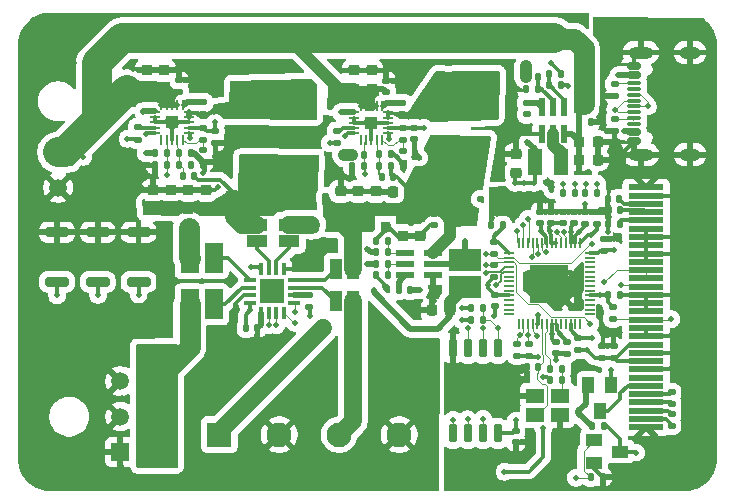
<source format=gbr>
%TF.GenerationSoftware,KiCad,Pcbnew,8.99.0-3334-g98ae574c78*%
%TF.CreationDate,2024-12-15T17:17:25-05:00*%
%TF.ProjectId,SmartPowerBoard,536d6172-7450-46f7-9765-72426f617264,rev?*%
%TF.SameCoordinates,Original*%
%TF.FileFunction,Copper,L1,Top*%
%TF.FilePolarity,Positive*%
%FSLAX46Y46*%
G04 Gerber Fmt 4.6, Leading zero omitted, Abs format (unit mm)*
G04 Created by KiCad (PCBNEW 8.99.0-3334-g98ae574c78) date 2024-12-15 17:17:25*
%MOMM*%
%LPD*%
G01*
G04 APERTURE LIST*
G04 Aperture macros list*
%AMRoundRect*
0 Rectangle with rounded corners*
0 $1 Rounding radius*
0 $2 $3 $4 $5 $6 $7 $8 $9 X,Y pos of 4 corners*
0 Add a 4 corners polygon primitive as box body*
4,1,4,$2,$3,$4,$5,$6,$7,$8,$9,$2,$3,0*
0 Add four circle primitives for the rounded corners*
1,1,$1+$1,$2,$3*
1,1,$1+$1,$4,$5*
1,1,$1+$1,$6,$7*
1,1,$1+$1,$8,$9*
0 Add four rect primitives between the rounded corners*
20,1,$1+$1,$2,$3,$4,$5,0*
20,1,$1+$1,$4,$5,$6,$7,0*
20,1,$1+$1,$6,$7,$8,$9,0*
20,1,$1+$1,$8,$9,$2,$3,0*%
G04 Aperture macros list end*
%TA.AperFunction,SMDPad,CuDef*%
%ADD10RoundRect,0.140000X0.140000X0.170000X-0.140000X0.170000X-0.140000X-0.170000X0.140000X-0.170000X0*%
%TD*%
%TA.AperFunction,SMDPad,CuDef*%
%ADD11RoundRect,0.135000X-0.185000X0.135000X-0.185000X-0.135000X0.185000X-0.135000X0.185000X0.135000X0*%
%TD*%
%TA.AperFunction,SMDPad,CuDef*%
%ADD12RoundRect,0.135000X0.135000X0.185000X-0.135000X0.185000X-0.135000X-0.185000X0.135000X-0.185000X0*%
%TD*%
%TA.AperFunction,SMDPad,CuDef*%
%ADD13RoundRect,0.062500X-0.062500X-0.362500X0.062500X-0.362500X0.062500X0.362500X-0.062500X0.362500X0*%
%TD*%
%TA.AperFunction,SMDPad,CuDef*%
%ADD14R,0.250000X0.850000*%
%TD*%
%TA.AperFunction,SMDPad,CuDef*%
%ADD15RoundRect,0.062500X-0.362500X0.062500X-0.362500X-0.062500X0.362500X-0.062500X0.362500X0.062500X0*%
%TD*%
%TA.AperFunction,SMDPad,CuDef*%
%ADD16R,0.850000X0.250000*%
%TD*%
%TA.AperFunction,SMDPad,CuDef*%
%ADD17R,1.075000X1.026000*%
%TD*%
%TA.AperFunction,SMDPad,CuDef*%
%ADD18RoundRect,0.135000X-0.135000X-0.185000X0.135000X-0.185000X0.135000X0.185000X-0.135000X0.185000X0*%
%TD*%
%TA.AperFunction,SMDPad,CuDef*%
%ADD19RoundRect,0.140000X0.170000X-0.140000X0.170000X0.140000X-0.170000X0.140000X-0.170000X-0.140000X0*%
%TD*%
%TA.AperFunction,SMDPad,CuDef*%
%ADD20RoundRect,0.140000X-0.140000X-0.170000X0.140000X-0.170000X0.140000X0.170000X-0.140000X0.170000X0*%
%TD*%
%TA.AperFunction,SMDPad,CuDef*%
%ADD21RoundRect,0.135000X0.185000X-0.135000X0.185000X0.135000X-0.185000X0.135000X-0.185000X-0.135000X0*%
%TD*%
%TA.AperFunction,SMDPad,CuDef*%
%ADD22R,3.200000X2.850000*%
%TD*%
%TA.AperFunction,SMDPad,CuDef*%
%ADD23RoundRect,0.140000X-0.170000X0.140000X-0.170000X-0.140000X0.170000X-0.140000X0.170000X0.140000X0*%
%TD*%
%TA.AperFunction,SMDPad,CuDef*%
%ADD24RoundRect,0.225000X0.250000X-0.225000X0.250000X0.225000X-0.250000X0.225000X-0.250000X-0.225000X0*%
%TD*%
%TA.AperFunction,SMDPad,CuDef*%
%ADD25RoundRect,0.073750X0.651250X0.221250X-0.651250X0.221250X-0.651250X-0.221250X0.651250X-0.221250X0*%
%TD*%
%TA.AperFunction,ComponentPad*%
%ADD26R,1.520000X1.520000*%
%TD*%
%TA.AperFunction,ComponentPad*%
%ADD27C,1.520000*%
%TD*%
%TA.AperFunction,SMDPad,CuDef*%
%ADD28RoundRect,0.087500X-0.425000X-0.087500X0.425000X-0.087500X0.425000X0.087500X-0.425000X0.087500X0*%
%TD*%
%TA.AperFunction,SMDPad,CuDef*%
%ADD29RoundRect,0.087500X-0.087500X-0.425000X0.087500X-0.425000X0.087500X0.425000X-0.087500X0.425000X0*%
%TD*%
%TA.AperFunction,HeatsinkPad*%
%ADD30R,2.100000X2.100000*%
%TD*%
%TA.AperFunction,SMDPad,CuDef*%
%ADD31R,3.000000X0.500000*%
%TD*%
%TA.AperFunction,ComponentPad*%
%ADD32R,2.100000X2.100000*%
%TD*%
%TA.AperFunction,ComponentPad*%
%ADD33C,2.100000*%
%TD*%
%TA.AperFunction,SMDPad,CuDef*%
%ADD34RoundRect,0.200000X0.800000X-0.200000X0.800000X0.200000X-0.800000X0.200000X-0.800000X-0.200000X0*%
%TD*%
%TA.AperFunction,SMDPad,CuDef*%
%ADD35RoundRect,0.225000X-0.225000X-0.250000X0.225000X-0.250000X0.225000X0.250000X-0.225000X0.250000X0*%
%TD*%
%TA.AperFunction,SMDPad,CuDef*%
%ADD36R,1.550000X2.550000*%
%TD*%
%TA.AperFunction,SMDPad,CuDef*%
%ADD37R,2.400000X1.500000*%
%TD*%
%TA.AperFunction,SMDPad,CuDef*%
%ADD38R,1.400000X1.000000*%
%TD*%
%TA.AperFunction,SMDPad,CuDef*%
%ADD39RoundRect,0.225000X0.225000X0.250000X-0.225000X0.250000X-0.225000X-0.250000X0.225000X-0.250000X0*%
%TD*%
%TA.AperFunction,SMDPad,CuDef*%
%ADD40RoundRect,0.225000X-0.250000X0.225000X-0.250000X-0.225000X0.250000X-0.225000X0.250000X0.225000X0*%
%TD*%
%TA.AperFunction,SMDPad,CuDef*%
%ADD41R,1.000000X1.400000*%
%TD*%
%TA.AperFunction,SMDPad,CuDef*%
%ADD42RoundRect,0.073750X0.221250X-0.651250X0.221250X0.651250X-0.221250X0.651250X-0.221250X-0.651250X0*%
%TD*%
%TA.AperFunction,SMDPad,CuDef*%
%ADD43R,1.500000X1.200000*%
%TD*%
%TA.AperFunction,SMDPad,CuDef*%
%ADD44RoundRect,0.050000X-0.387500X-0.050000X0.387500X-0.050000X0.387500X0.050000X-0.387500X0.050000X0*%
%TD*%
%TA.AperFunction,SMDPad,CuDef*%
%ADD45RoundRect,0.050000X-0.050000X-0.387500X0.050000X-0.387500X0.050000X0.387500X-0.050000X0.387500X0*%
%TD*%
%TA.AperFunction,HeatsinkPad*%
%ADD46C,0.500000*%
%TD*%
%TA.AperFunction,HeatsinkPad*%
%ADD47R,3.200000X3.200000*%
%TD*%
%TA.AperFunction,SMDPad,CuDef*%
%ADD48R,1.750000X1.100000*%
%TD*%
%TA.AperFunction,SMDPad,CuDef*%
%ADD49R,2.800000X1.850000*%
%TD*%
%TA.AperFunction,SMDPad,CuDef*%
%ADD50R,1.160000X2.170000*%
%TD*%
%TA.AperFunction,SMDPad,CuDef*%
%ADD51RoundRect,0.150000X-0.150000X0.650000X-0.150000X-0.650000X0.150000X-0.650000X0.150000X0.650000X0*%
%TD*%
%TA.AperFunction,SMDPad,CuDef*%
%ADD52RoundRect,0.150000X0.425000X-0.150000X0.425000X0.150000X-0.425000X0.150000X-0.425000X-0.150000X0*%
%TD*%
%TA.AperFunction,SMDPad,CuDef*%
%ADD53RoundRect,0.075000X0.500000X-0.075000X0.500000X0.075000X-0.500000X0.075000X-0.500000X-0.075000X0*%
%TD*%
%TA.AperFunction,ComponentPad*%
%ADD54O,2.100000X1.000000*%
%TD*%
%TA.AperFunction,ComponentPad*%
%ADD55O,1.800000X1.000000*%
%TD*%
%TA.AperFunction,SMDPad,CuDef*%
%ADD56R,1.100000X1.750000*%
%TD*%
%TA.AperFunction,ViaPad*%
%ADD57C,0.500000*%
%TD*%
%TA.AperFunction,Conductor*%
%ADD58C,0.300000*%
%TD*%
%TA.AperFunction,Conductor*%
%ADD59C,0.125000*%
%TD*%
%TA.AperFunction,Conductor*%
%ADD60C,0.130000*%
%TD*%
%TA.AperFunction,Conductor*%
%ADD61C,0.500000*%
%TD*%
%TA.AperFunction,Conductor*%
%ADD62C,1.750000*%
%TD*%
%TA.AperFunction,Conductor*%
%ADD63C,1.500000*%
%TD*%
%TA.AperFunction,Conductor*%
%ADD64C,1.000000*%
%TD*%
%TA.AperFunction,Conductor*%
%ADD65C,2.500000*%
%TD*%
G04 APERTURE END LIST*
D10*
%TO.P,C27,1*%
%TO.N,/Buck Converter 3.3V/3.3V_{OUT}*%
X148630000Y-82320000D03*
%TO.P,C27,2*%
%TO.N,Net-(U5-FB)*%
X147670000Y-82320000D03*
%TD*%
%TO.P,C6,1*%
%TO.N,/Buck Converter 5V/5V_{OUT}*%
X165500000Y-82400000D03*
%TO.P,C6,2*%
%TO.N,Net-(U4-FB)*%
X164540000Y-82400000D03*
%TD*%
D11*
%TO.P,R10,1*%
%TO.N,Net-(J2-CC1)*%
X184298750Y-77447500D03*
%TO.P,R10,2*%
%TO.N,GND*%
X184298750Y-78467500D03*
%TD*%
D12*
%TO.P,R2,1*%
%TO.N,/Buck Converter 5V/EN*%
X163050000Y-81490000D03*
%TO.P,R2,2*%
%TO.N,GND*%
X162030000Y-81490000D03*
%TD*%
D13*
%TO.P,U5,1,BST*%
%TO.N,Net-(U5-BST)*%
X147665000Y-76320000D03*
D14*
%TO.P,U5,2,VIN_1*%
%TO.N,/12V_{IN}*%
X147215000Y-76320000D03*
%TO.P,U5,3,VIN_2*%
X146765000Y-76320000D03*
%TO.P,U5,4,VIN_3*%
X146315000Y-76320000D03*
D13*
%TO.P,U5,5,VIN_4*%
X145865000Y-76320000D03*
D15*
%TO.P,U5,6,SW_1*%
%TO.N,/Buck Converter 3.3V/SW*%
X145315000Y-76870000D03*
D16*
%TO.P,U5,7,PGND_1*%
%TO.N,GND*%
X145315000Y-77320000D03*
%TO.P,U5,8,PGND_2*%
X145315000Y-77770000D03*
%TO.P,U5,9,PGOOD*%
%TO.N,Net-(U5-PGOOD)*%
X145315000Y-78220000D03*
D15*
%TO.P,U5,10,NC_1*%
%TO.N,GND*%
X145315000Y-78670000D03*
D13*
%TO.P,U5,11,SS*%
%TO.N,unconnected-(U5-SS-Pad11)*%
X145865000Y-79220000D03*
D14*
%TO.P,U5,12,EN*%
%TO.N,/Buck Converter 3.3V/EN*%
X146315000Y-79220000D03*
%TO.P,U5,13,AGND*%
%TO.N,GND*%
X146765000Y-79220000D03*
%TO.P,U5,14,FB*%
%TO.N,Net-(U5-FB)*%
X147215000Y-79220000D03*
D13*
%TO.P,U5,15,MODE*%
%TO.N,/Buck Converter 3.3V/MODE*%
X147665000Y-79220000D03*
D15*
%TO.P,U5,16,NC_2*%
%TO.N,GND*%
X148215000Y-78670000D03*
D16*
%TO.P,U5,17,VCC*%
%TO.N,/Buck Converter 3.3V/V_{CC}*%
X148215000Y-78220000D03*
%TO.P,U5,18,PGND_3*%
%TO.N,GND*%
X148215000Y-77770000D03*
%TO.P,U5,19,SW_2*%
%TO.N,/Buck Converter 3.3V/SW*%
X148215000Y-77320000D03*
D15*
%TO.P,U5,20,SW_3*%
X148215000Y-76870000D03*
D17*
%TO.P,U5,21,PGND_4*%
%TO.N,GND*%
X146765000Y-77770000D03*
%TD*%
D18*
%TO.P,R20,1*%
%TO.N,/MCU/USB_BOOT*%
X172105000Y-93500000D03*
%TO.P,R20,2*%
%TO.N,/MCU/QSPI_CS*%
X173125000Y-93500000D03*
%TD*%
D19*
%TO.P,C24,1*%
%TO.N,/12V_{IN}*%
X147375000Y-75160000D03*
%TO.P,C24,2*%
%TO.N,GND*%
X147375000Y-74200000D03*
%TD*%
D20*
%TO.P,C32,1*%
%TO.N,/12V_{IN}*%
X181250000Y-77725000D03*
%TO.P,C32,2*%
%TO.N,GND*%
X182210000Y-77725000D03*
%TD*%
D12*
%TO.P,R19,1*%
%TO.N,Net-(C33-Pad1)*%
X179790000Y-98650000D03*
%TO.P,R19,2*%
%TO.N,/MCU/XOUT*%
X178770000Y-98650000D03*
%TD*%
D21*
%TO.P,R26,1*%
%TO.N,/Buck Converter 3.3V/MODE*%
X149415000Y-79240000D03*
%TO.P,R26,2*%
%TO.N,/Buck Converter 3.3V/V_{CC}*%
X149415000Y-78220000D03*
%TD*%
D10*
%TO.P,C45,1*%
%TO.N,/Inner Buck Converter 4V/SW*%
X166930000Y-91975000D03*
%TO.P,C45,2*%
%TO.N,Net-(U8-VBST)*%
X165970000Y-91975000D03*
%TD*%
D22*
%TO.P,L1,1,1*%
%TO.N,/Buck Converter 5V/SW*%
X171450000Y-75300000D03*
%TO.P,L1,2,2*%
%TO.N,/Buck Converter 5V/5V_{OUT}*%
X171450000Y-81000000D03*
%TD*%
D23*
%TO.P,C36,1*%
%TO.N,GND*%
X178875000Y-85365000D03*
%TO.P,C36,2*%
%TO.N,/MCU/3.3V_{CC}*%
X178875000Y-86325000D03*
%TD*%
D24*
%TO.P,C30,1*%
%TO.N,/Buck Converter 3.3V/3.3V_{OUT}*%
X146650000Y-85055000D03*
%TO.P,C30,2*%
%TO.N,GND*%
X146650000Y-83505000D03*
%TD*%
D23*
%TO.P,C37,1*%
%TO.N,GND*%
X179825000Y-85365000D03*
%TO.P,C37,2*%
%TO.N,/MCU/3.3V_{CC}*%
X179825000Y-86325000D03*
%TD*%
D25*
%TO.P,U8,1,GND*%
%TO.N,GND*%
X168835000Y-90725000D03*
%TO.P,U8,2,SW*%
%TO.N,/Inner Buck Converter 4V/SW*%
X168835000Y-89775000D03*
%TO.P,U8,3,VIN*%
%TO.N,/Buck Converter 5V/5V_{OUT}*%
X168835000Y-88825000D03*
%TO.P,U8,4,VFB*%
%TO.N,/Inner Buck Converter 4V/FB*%
X166525000Y-88825000D03*
%TO.P,U8,5,EN*%
%TO.N,/Inner Buck Converter 4V/EN*%
X166525000Y-89775000D03*
%TO.P,U8,6,VBST*%
%TO.N,Net-(U8-VBST)*%
X166525000Y-90725000D03*
%TD*%
D21*
%TO.P,R34,1*%
%TO.N,/MCU/3.3V_{CC}*%
X175975000Y-97525000D03*
%TO.P,R34,2*%
%TO.N,/MCU/CRIT*%
X175975000Y-96505000D03*
%TD*%
D24*
%TO.P,C31,1*%
%TO.N,/Buck Converter 3.3V/3.3V_{OUT}*%
X145150000Y-85055000D03*
%TO.P,C31,2*%
%TO.N,GND*%
X145150000Y-83505000D03*
%TD*%
D23*
%TO.P,C12,1*%
%TO.N,GND*%
X180795000Y-85367500D03*
%TO.P,C12,2*%
%TO.N,/MCU/1.1V*%
X180795000Y-86327500D03*
%TD*%
D24*
%TO.P,C28,1*%
%TO.N,/Buck Converter 3.3V/3.3V_{OUT}*%
X149650000Y-85080000D03*
%TO.P,C28,2*%
%TO.N,GND*%
X149650000Y-83530000D03*
%TD*%
D18*
%TO.P,R1,1*%
%TO.N,/12V_{IN}*%
X162030000Y-80500000D03*
%TO.P,R1,2*%
%TO.N,/Buck Converter 5V/EN*%
X163050000Y-80500000D03*
%TD*%
D19*
%TO.P,C5,1*%
%TO.N,/Buck Converter 5V/SW*%
X166264663Y-77076885D03*
%TO.P,C5,2*%
%TO.N,Net-(U4-BST)*%
X166264663Y-76116885D03*
%TD*%
D18*
%TO.P,R33,1*%
%TO.N,/Inner Buck Converter 4V/4V_{CC}*%
X164065000Y-88775000D03*
%TO.P,R33,2*%
%TO.N,/Inner Buck Converter 4V/FB*%
X165085000Y-88775000D03*
%TD*%
D26*
%TO.P,J6,1,1*%
%TO.N,GND*%
X142375000Y-105675000D03*
D27*
%TO.P,J6,2,2*%
X142375000Y-102675000D03*
%TO.P,J6,3,3*%
X142375000Y-99675000D03*
%TO.P,J6,4,4*%
%TO.N,/Connectors/12V_{OUT}*%
X145375000Y-105675000D03*
%TO.P,J6,5,5*%
X145375000Y-102675000D03*
%TO.P,J6,6,6*%
X145375000Y-99675000D03*
%TD*%
D28*
%TO.P,U1,1,IN-3*%
%TO.N,Net-(U1-IN-3)*%
X153400000Y-91100000D03*
%TO.P,U1,2,IN+3*%
%TO.N,Net-(U1-IN+3)*%
X153400000Y-91750000D03*
%TO.P,U1,3,GND*%
%TO.N,GND*%
X153400000Y-92400000D03*
%TO.P,U1,4,VS*%
%TO.N,/MCU/3.3V_{CC}*%
X153400000Y-93050000D03*
D29*
%TO.P,U1,5,A0*%
%TO.N,GND*%
X154287500Y-93937500D03*
%TO.P,U1,6,SCL*%
%TO.N,/MCU/SCL*%
X154937500Y-93937500D03*
%TO.P,U1,7,SDA*%
%TO.N,/MCU/SDA*%
X155587500Y-93937500D03*
%TO.P,U1,8,WARNING*%
%TO.N,/MCU/WARN*%
X156237500Y-93937500D03*
D28*
%TO.P,U1,9,CRITICAL*%
%TO.N,/MCU/CRIT*%
X157125000Y-93050000D03*
%TO.P,U1,10,PV*%
%TO.N,Net-(U1-PV)*%
X157125000Y-92400000D03*
%TO.P,U1,11,IN-1*%
%TO.N,Net-(U1-IN-1)*%
X157125000Y-91750000D03*
%TO.P,U1,12,IN+1*%
%TO.N,Net-(U1-IN+1)*%
X157125000Y-91100000D03*
D29*
%TO.P,U1,13,TC*%
%TO.N,GND*%
X156237500Y-90212500D03*
%TO.P,U1,14,IN-2*%
%TO.N,Net-(U1-IN-2)*%
X155587500Y-90212500D03*
%TO.P,U1,15,IN+2*%
%TO.N,Net-(U1-IN+2)*%
X154937500Y-90212500D03*
%TO.P,U1,16,VPU*%
%TO.N,/MCU/3.3V_{CC}*%
X154287500Y-90212500D03*
D30*
%TO.P,U1,17,EP*%
%TO.N,unconnected-(U1-EP-Pad17)*%
X155262500Y-92075000D03*
%TD*%
D19*
%TO.P,C52,1*%
%TO.N,Net-(U9-C1P)*%
X189075000Y-101585000D03*
%TO.P,C52,2*%
%TO.N,Net-(U9-C1N)*%
X189075000Y-100625000D03*
%TD*%
D24*
%TO.P,C2,1*%
%TO.N,/12V_{IN}*%
X163650000Y-74925000D03*
%TO.P,C2,2*%
%TO.N,GND*%
X163650000Y-73375000D03*
%TD*%
D31*
%TO.P,U9,1,N.C.(GND)*%
%TO.N,GND*%
X186900000Y-103575000D03*
%TO.P,U9,2,C2P*%
%TO.N,Net-(U9-C2P)*%
X186900000Y-102875000D03*
%TO.P,U9,3,C2N*%
%TO.N,Net-(U9-C2N)*%
X186900000Y-102175000D03*
%TO.P,U9,4,C1P*%
%TO.N,Net-(U9-C1P)*%
X186900000Y-101475000D03*
%TO.P,U9,5,C1N*%
%TO.N,Net-(U9-C1N)*%
X186900000Y-100775000D03*
%TO.P,U9,6,VBAT*%
%TO.N,/OLED Display/V_{BAT}*%
X186900000Y-100075000D03*
%TO.P,U9,7,N.C*%
%TO.N,unconnected-(U9-N.C-Pad7)*%
X186900000Y-99375000D03*
%TO.P,U9,8,VSS*%
%TO.N,GND*%
X186900000Y-98675000D03*
%TO.P,U9,9,VDD*%
%TO.N,/MCU/3.3V_{CC}*%
X186900000Y-97975000D03*
%TO.P,U9,10,BS0*%
%TO.N,GND*%
X186900000Y-97275000D03*
%TO.P,U9,11,BS1*%
%TO.N,/MCU/3.3V_{CC}*%
X186900000Y-96575000D03*
%TO.P,U9,12,BS2*%
%TO.N,GND*%
X186900000Y-95875000D03*
%TO.P,U9,13,CS#*%
X186900000Y-95175000D03*
%TO.P,U9,14,RES#*%
%TO.N,/OLED Display/RES#*%
X186900000Y-94475000D03*
%TO.P,U9,15,D/C#*%
%TO.N,GND*%
X186900000Y-93775000D03*
%TO.P,U9,16,R/W#*%
X186900000Y-93075000D03*
%TO.P,U9,17,E/RD#*%
X186900000Y-92375000D03*
%TO.P,U9,18,D0*%
%TO.N,/MCU/SCL*%
X186900000Y-91675000D03*
%TO.P,U9,19,D1*%
%TO.N,/MCU/SDA*%
X186900000Y-90975000D03*
%TO.P,U9,20,D2*%
X186900000Y-90275000D03*
%TO.P,U9,21,D3*%
%TO.N,GND*%
X186900000Y-89575000D03*
%TO.P,U9,22,D4*%
X186900000Y-88875000D03*
%TO.P,U9,23,D5*%
X186900000Y-88175000D03*
%TO.P,U9,24,D6*%
X186900000Y-87475000D03*
%TO.P,U9,25,D7*%
X186900000Y-86775000D03*
%TO.P,U9,26,IREF*%
%TO.N,Net-(U9-IREF)*%
X186900000Y-86075000D03*
%TO.P,U9,27,VCOMH*%
%TO.N,Net-(U9-VCOMH)*%
X186900000Y-85375000D03*
%TO.P,U9,28,VCC*%
%TO.N,Net-(U9-VCC)*%
X186900000Y-84675000D03*
%TO.P,U9,29,VLSS*%
%TO.N,GND*%
X186900000Y-83975000D03*
%TO.P,U9,30,N.C.(GND)*%
X186900000Y-83275000D03*
%TD*%
D21*
%TO.P,R3,1*%
%TO.N,/Buck Converter 5V/MODE*%
X166275000Y-79260000D03*
%TO.P,R3,2*%
%TO.N,/Buck Converter 5V/V_{CC}*%
X166275000Y-78240000D03*
%TD*%
D32*
%TO.P,J7,1,Pin_1*%
%TO.N,/Connectors/3.3V_{OUT}*%
X150760000Y-104200000D03*
D33*
%TO.P,J7,2,Pin_2*%
%TO.N,GND*%
X155840000Y-104200000D03*
%TO.P,J7,3,Pin_3*%
%TO.N,/Connectors/5V_{OUT}*%
X160920000Y-104200000D03*
%TO.P,J7,4,Pin_4*%
%TO.N,GND*%
X166000000Y-104200000D03*
%TD*%
D10*
%TO.P,C34,1*%
%TO.N,/MCU/XIN*%
X177780000Y-98500000D03*
%TO.P,C34,2*%
%TO.N,GND*%
X176820000Y-98500000D03*
%TD*%
D21*
%TO.P,R11,1*%
%TO.N,GND*%
X184273750Y-75517500D03*
%TO.P,R11,2*%
%TO.N,Net-(J2-CC2)*%
X184273750Y-74497500D03*
%TD*%
D20*
%TO.P,C50,1*%
%TO.N,GND*%
X183645000Y-84225000D03*
%TO.P,C50,2*%
%TO.N,Net-(U9-VCC)*%
X184605000Y-84225000D03*
%TD*%
D19*
%TO.P,C12,1*%
%TO.N,GND*%
X180220000Y-97337500D03*
%TO.P,C12,2*%
%TO.N,/MCU/1.1V*%
X180220000Y-96377500D03*
%TD*%
D34*
%TO.P,SW1,1,1*%
%TO.N,/MCU/RUN*%
X140475000Y-91275000D03*
%TO.P,SW1,2,2*%
%TO.N,GND*%
X140475000Y-87075000D03*
%TD*%
D18*
%TO.P,R12,1*%
%TO.N,/Inner Buck Converter 3.3V/FB*%
X178650000Y-74645000D03*
%TO.P,R12,2*%
%TO.N,GND*%
X179670000Y-74645000D03*
%TD*%
D35*
%TO.P,C20,1*%
%TO.N,/12V_{IN}*%
X181250000Y-79425000D03*
%TO.P,C20,2*%
%TO.N,GND*%
X182800000Y-79425000D03*
%TD*%
D18*
%TO.P,R43,1*%
%TO.N,GND*%
X183665000Y-86350000D03*
%TO.P,R43,2*%
%TO.N,Net-(U9-IREF)*%
X184685000Y-86350000D03*
%TD*%
D26*
%TO.P,J1,1,1*%
%TO.N,/12V_{IN}*%
X137110352Y-80300000D03*
D27*
%TO.P,J1,2,2*%
%TO.N,GND*%
X137110352Y-83299999D03*
%TD*%
D36*
%TO.P,R14,1,1*%
%TO.N,/12V_{IN}*%
X148260000Y-89230000D03*
%TO.P,R14,2,2*%
%TO.N,Net-(U1-IN-3)*%
X150310000Y-89230000D03*
%TO.P,R14,3,3*%
%TO.N,Net-(U1-IN+3)*%
X150310000Y-93180000D03*
%TO.P,R14,4,4*%
%TO.N,/Connectors/12V_{OUT}*%
X148260000Y-93180000D03*
%TD*%
D37*
%TO.P,L2,1,1*%
%TO.N,/Buck Converter 3.3V/3.3V_{OUT}*%
X155575000Y-81800000D03*
%TO.P,L2,2,2*%
%TO.N,/Buck Converter 3.3V/SW*%
X155575000Y-75500000D03*
%TD*%
D38*
%TO.P,Q4,1*%
%TO.N,/MCU/GPIO15*%
X182490000Y-104685000D03*
%TO.P,Q4,2*%
%TO.N,GND*%
X182490000Y-106585000D03*
%TO.P,Q4,3*%
%TO.N,Net-(Q1-Pad1)*%
X184690000Y-105635000D03*
%TD*%
D35*
%TO.P,C19,1*%
%TO.N,/12V_{IN}*%
X181250000Y-80925000D03*
%TO.P,C19,2*%
%TO.N,GND*%
X182800000Y-80925000D03*
%TD*%
D24*
%TO.P,C1,1*%
%TO.N,/12V_{IN}*%
X162150000Y-74925000D03*
%TO.P,C1,2*%
%TO.N,GND*%
X162150000Y-73375000D03*
%TD*%
D12*
%TO.P,R21,1*%
%TO.N,/MCU/QSPI_CS*%
X173125000Y-94475000D03*
%TO.P,R21,2*%
%TO.N,/MCU/3.3V_{CC}*%
X172105000Y-94475000D03*
%TD*%
D20*
%TO.P,C49,1*%
%TO.N,GND*%
X183720000Y-85225000D03*
%TO.P,C49,2*%
%TO.N,Net-(U9-VCOMH)*%
X184680000Y-85225000D03*
%TD*%
D21*
%TO.P,R4,1*%
%TO.N,GND*%
X166275000Y-81170000D03*
%TO.P,R4,2*%
%TO.N,/Buck Converter 5V/MODE*%
X166275000Y-80150000D03*
%TD*%
D11*
%TO.P,R37,1*%
%TO.N,/MCU/3.3V_{CC}*%
X174050000Y-87925000D03*
%TO.P,R37,2*%
%TO.N,/MCU/SCL*%
X174050000Y-88945000D03*
%TD*%
D19*
%TO.P,C17,1*%
%TO.N,/Inner Buck Converter 3.3V/SW*%
X176785000Y-77085000D03*
%TO.P,C17,2*%
%TO.N,Net-(U2-VBST)*%
X176785000Y-76125000D03*
%TD*%
D23*
%TO.P,C14,1*%
%TO.N,GND*%
X181750000Y-85370000D03*
%TO.P,C14,2*%
%TO.N,/MCU/3.3V_{CC}*%
X181750000Y-86330000D03*
%TD*%
D39*
%TO.P,C46,1*%
%TO.N,/Inner Buck Converter 4V/4V_{CC}*%
X170300000Y-93650000D03*
%TO.P,C46,2*%
%TO.N,GND*%
X168750000Y-93650000D03*
%TD*%
D40*
%TO.P,C43,1*%
%TO.N,/Buck Converter 5V/5V_{OUT}*%
X167750000Y-85800000D03*
%TO.P,C43,2*%
%TO.N,GND*%
X167750000Y-87350000D03*
%TD*%
D10*
%TO.P,C33,1*%
%TO.N,Net-(C33-Pad1)*%
X179738750Y-99600000D03*
%TO.P,C33,2*%
%TO.N,GND*%
X178778750Y-99600000D03*
%TD*%
D41*
%TO.P,Q1,1*%
%TO.N,Net-(Q1-Pad1)*%
X183915000Y-100015000D03*
%TO.P,Q1,2*%
%TO.N,/Inner Buck Converter 4V/4V_{CC}*%
X182015000Y-100015000D03*
%TO.P,Q1,3*%
%TO.N,/OLED Display/V_{BAT}*%
X182965000Y-102215000D03*
%TD*%
D24*
%TO.P,C22,1*%
%TO.N,/12V_{IN}*%
X146100000Y-74900000D03*
%TO.P,C22,2*%
%TO.N,GND*%
X146100000Y-73350000D03*
%TD*%
D21*
%TO.P,R35,1*%
%TO.N,/MCU/3.3V_{CC}*%
X176975000Y-97525000D03*
%TO.P,R35,2*%
%TO.N,/MCU/WARN*%
X176975000Y-96505000D03*
%TD*%
D18*
%TO.P,R31,1*%
%TO.N,/Buck Converter 5V/5V_{OUT}*%
X164065000Y-89750000D03*
%TO.P,R31,2*%
%TO.N,/Inner Buck Converter 4V/EN*%
X165085000Y-89750000D03*
%TD*%
D42*
%TO.P,U2,1,GND*%
%TO.N,GND*%
X178075000Y-78775000D03*
%TO.P,U2,2,SW*%
%TO.N,Net-(U2-SW)*%
X179025000Y-78775000D03*
%TO.P,U2,3,VIN*%
%TO.N,/12V_{IN}*%
X179975000Y-78775000D03*
%TO.P,U2,4,VFB*%
%TO.N,/Inner Buck Converter 3.3V/FB*%
X179975000Y-76465000D03*
%TO.P,U2,5,EN*%
%TO.N,/Inner Buck Converter 3.3V/EN*%
X179025000Y-76465000D03*
%TO.P,U2,6,VBST*%
%TO.N,Net-(U2-VBST)*%
X178075000Y-76465000D03*
%TD*%
D24*
%TO.P,C7,1*%
%TO.N,/Buck Converter 5V/5V_{OUT}*%
X164030000Y-85170000D03*
%TO.P,C7,2*%
%TO.N,GND*%
X164030000Y-83620000D03*
%TD*%
D23*
%TO.P,C44,1*%
%TO.N,/Buck Converter 5V/5V_{OUT}*%
X168950000Y-85525000D03*
%TO.P,C44,2*%
%TO.N,GND*%
X168950000Y-86485000D03*
%TD*%
D39*
%TO.P,C8,1*%
%TO.N,/Buck Converter 5V/5V_{OUT}*%
X167030000Y-83645000D03*
%TO.P,C8,2*%
%TO.N,GND*%
X165480000Y-83645000D03*
%TD*%
D23*
%TO.P,C15,1*%
%TO.N,GND*%
X183325000Y-87675000D03*
%TO.P,C15,2*%
%TO.N,/MCU/3.3V_{CC}*%
X183325000Y-88635000D03*
%TD*%
D40*
%TO.P,C42,1*%
%TO.N,/Buck Converter 5V/5V_{OUT}*%
X166275000Y-85800000D03*
%TO.P,C42,2*%
%TO.N,GND*%
X166275000Y-87350000D03*
%TD*%
D34*
%TO.P,SW3,1,1*%
%TO.N,/OLED Display/RES#*%
X137025000Y-91275000D03*
%TO.P,SW3,2,2*%
%TO.N,GND*%
X137025000Y-87075000D03*
%TD*%
D18*
%TO.P,R22,1*%
%TO.N,/12V_{IN}*%
X145355000Y-80400000D03*
%TO.P,R22,2*%
%TO.N,/Buck Converter 3.3V/EN*%
X146375000Y-80400000D03*
%TD*%
D12*
%TO.P,R17,1*%
%TO.N,/Inner Buck Converter 3.3V/EN*%
X177760000Y-74935000D03*
%TO.P,R17,2*%
%TO.N,GND*%
X176740000Y-74935000D03*
%TD*%
D24*
%TO.P,C18,1*%
%TO.N,/MCU/3.3V_{CC}*%
X175900000Y-82025000D03*
%TO.P,C18,2*%
%TO.N,GND*%
X175900000Y-80475000D03*
%TD*%
D12*
%TO.P,R28,1*%
%TO.N,/Buck Converter 3.3V/3.3V_{OUT}*%
X148385000Y-81365000D03*
%TO.P,R28,2*%
%TO.N,Net-(U5-FB)*%
X147365000Y-81365000D03*
%TD*%
D43*
%TO.P,Y1,1*%
%TO.N,/MCU/XIN*%
X177500000Y-102510000D03*
%TO.P,Y1,2,GND*%
%TO.N,GND*%
X179600000Y-102510000D03*
%TO.P,Y1,3*%
%TO.N,Net-(C33-Pad1)*%
X179600000Y-100910000D03*
%TO.P,Y1,4,GND__1*%
%TO.N,GND*%
X177500000Y-100910000D03*
%TD*%
D44*
%TO.P,U6,1,IOVDD*%
%TO.N,/MCU/3.3V_{CC}*%
X175262500Y-88825000D03*
%TO.P,U6,2,GPIO0*%
%TO.N,/MCU/SCL*%
X175262500Y-89225000D03*
%TO.P,U6,3,GPIO1*%
%TO.N,/MCU/SDA*%
X175262500Y-89625000D03*
%TO.P,U6,4,GPIO2*%
%TO.N,/Buck Converter 3.3V/EN*%
X175262500Y-90025000D03*
%TO.P,U6,5,GPIO3*%
%TO.N,/Buck Converter 5V/EN*%
X175262500Y-90425000D03*
%TO.P,U6,6,GPIO4*%
%TO.N,unconnected-(U6-GPIO4-Pad6)*%
X175262500Y-90825000D03*
%TO.P,U6,7,GPIO5*%
%TO.N,unconnected-(U6-GPIO5-Pad7)*%
X175262500Y-91225000D03*
%TO.P,U6,8,GPIO6*%
%TO.N,unconnected-(U6-GPIO6-Pad8)*%
X175262500Y-91625000D03*
%TO.P,U6,9,GPIO7*%
%TO.N,unconnected-(U6-GPIO7-Pad9)*%
X175262500Y-92025000D03*
%TO.P,U6,10,IOVDD*%
%TO.N,/MCU/3.3V_{CC}*%
X175262500Y-92425000D03*
%TO.P,U6,11,GPIO8*%
%TO.N,unconnected-(U6-GPIO8-Pad11)*%
X175262500Y-92825000D03*
%TO.P,U6,12,GPIO9*%
%TO.N,unconnected-(U6-GPIO9-Pad12)*%
X175262500Y-93225000D03*
%TO.P,U6,13,GPIO10*%
%TO.N,unconnected-(U6-GPIO10-Pad13)*%
X175262500Y-93625000D03*
%TO.P,U6,14,GPIO11*%
%TO.N,unconnected-(U6-GPIO11-Pad14)*%
X175262500Y-94025000D03*
D45*
%TO.P,U6,15,GPIO12*%
%TO.N,unconnected-(U6-GPIO12-Pad15)*%
X176100000Y-94862500D03*
%TO.P,U6,16,GPIO13*%
%TO.N,/MCU/CRIT*%
X176500000Y-94862500D03*
%TO.P,U6,17,GPIO14*%
%TO.N,/MCU/WARN*%
X176900000Y-94862500D03*
%TO.P,U6,18,GPIO15*%
%TO.N,/MCU/GPIO15*%
X177300000Y-94862500D03*
%TO.P,U6,19,TESTEN*%
%TO.N,GND*%
X177700000Y-94862500D03*
%TO.P,U6,20,XIN*%
%TO.N,/MCU/XIN*%
X178100000Y-94862500D03*
%TO.P,U6,21,XOUT*%
%TO.N,/MCU/XOUT*%
X178500000Y-94862500D03*
%TO.P,U6,22,IOVDD*%
%TO.N,/MCU/3.3V_{CC}*%
X178900000Y-94862500D03*
%TO.P,U6,23,DVDD*%
%TO.N,/MCU/1.1V*%
X179300000Y-94862500D03*
%TO.P,U6,24,SWCLK*%
%TO.N,unconnected-(U6-SWCLK-Pad24)*%
X179700000Y-94862500D03*
%TO.P,U6,25,SWD*%
%TO.N,unconnected-(U6-SWD-Pad25)*%
X180100000Y-94862500D03*
%TO.P,U6,26,RUN*%
%TO.N,/MCU/RUN*%
X180500000Y-94862500D03*
%TO.P,U6,27,GPIO16*%
%TO.N,unconnected-(U6-GPIO16-Pad27)*%
X180900000Y-94862500D03*
%TO.P,U6,28,GPIO17*%
%TO.N,unconnected-(U6-GPIO17-Pad28)*%
X181300000Y-94862500D03*
D44*
%TO.P,U6,29,GPIO18*%
%TO.N,unconnected-(U6-GPIO18-Pad29)*%
X182137500Y-94025000D03*
%TO.P,U6,30,GPIO19*%
%TO.N,unconnected-(U6-GPIO19-Pad30)*%
X182137500Y-93625000D03*
%TO.P,U6,31,GPIO20*%
%TO.N,unconnected-(U6-GPIO20-Pad31)*%
X182137500Y-93225000D03*
%TO.P,U6,32,GPIO21*%
%TO.N,unconnected-(U6-GPIO21-Pad32)*%
X182137500Y-92825000D03*
%TO.P,U6,33,IOVDD*%
%TO.N,/MCU/3.3V_{CC}*%
X182137500Y-92425000D03*
%TO.P,U6,34,GPIO22*%
%TO.N,unconnected-(U6-GPIO22-Pad34)*%
X182137500Y-92025000D03*
%TO.P,U6,35,GPIO23*%
%TO.N,unconnected-(U6-GPIO23-Pad35)*%
X182137500Y-91625000D03*
%TO.P,U6,36,GPIO24*%
%TO.N,unconnected-(U6-GPIO24-Pad36)*%
X182137500Y-91225000D03*
%TO.P,U6,37,GPIO25*%
%TO.N,unconnected-(U6-GPIO25-Pad37)*%
X182137500Y-90825000D03*
%TO.P,U6,38,GPIO26_ADC0*%
%TO.N,unconnected-(U6-GPIO26_ADC0-Pad38)*%
X182137500Y-90425000D03*
%TO.P,U6,39,GPIO27_ADC1*%
%TO.N,unconnected-(U6-GPIO27_ADC1-Pad39)*%
X182137500Y-90025000D03*
%TO.P,U6,40,GPIO28_ADC2*%
%TO.N,unconnected-(U6-GPIO28_ADC2-Pad40)*%
X182137500Y-89625000D03*
%TO.P,U6,41,GPIO29_ADC3*%
%TO.N,unconnected-(U6-GPIO29_ADC3-Pad41)*%
X182137500Y-89225000D03*
%TO.P,U6,42,IOVDD*%
%TO.N,/MCU/3.3V_{CC}*%
X182137500Y-88825000D03*
D45*
%TO.P,U6,43,ADC_AVDD*%
X181300000Y-87987500D03*
%TO.P,U6,44,VREG_IN*%
X180900000Y-87987500D03*
%TO.P,U6,45,VREG_VOUT*%
%TO.N,/MCU/1.1V*%
X180500000Y-87987500D03*
%TO.P,U6,46,USB_DM*%
%TO.N,Net-(U6-USB_DM)*%
X180100000Y-87987500D03*
%TO.P,U6,47,USB_DP*%
%TO.N,Net-(U6-USB_DP)*%
X179700000Y-87987500D03*
%TO.P,U6,48,USB_VDD*%
%TO.N,/MCU/3.3V_{CC}*%
X179300000Y-87987500D03*
%TO.P,U6,49,IOVDD*%
X178900000Y-87987500D03*
%TO.P,U6,50,DVDD*%
%TO.N,/MCU/1.1V*%
X178500000Y-87987500D03*
%TO.P,U6,51,QSPI_SD3*%
%TO.N,/MCU/QSPI_SD3*%
X178100000Y-87987500D03*
%TO.P,U6,52,QSPI_SCLK*%
%TO.N,/MCU/QSPI_SCLK*%
X177700000Y-87987500D03*
%TO.P,U6,53,QSPI_SD0*%
%TO.N,/MCU/QSPI_SD0*%
X177300000Y-87987500D03*
%TO.P,U6,54,QSPI_SD2*%
%TO.N,/MCU/QSPI_SD2*%
X176900000Y-87987500D03*
%TO.P,U6,55,QSPI_SD1*%
%TO.N,/MCU/QSPI_SD1*%
X176500000Y-87987500D03*
%TO.P,U6,56,QSPI_SS*%
%TO.N,/MCU/QSPI_CS*%
X176100000Y-87987500D03*
D46*
%TO.P,U6,57,GND*%
%TO.N,GND*%
X177350000Y-90075000D03*
X177350000Y-92775000D03*
D47*
X178700000Y-91425000D03*
D46*
X180050000Y-90075000D03*
X180050000Y-92775000D03*
%TD*%
D18*
%TO.P,R16,1*%
%TO.N,/12V_{IN}*%
X176740000Y-73960000D03*
%TO.P,R16,2*%
%TO.N,/Inner Buck Converter 3.3V/EN*%
X177760000Y-73960000D03*
%TD*%
D19*
%TO.P,C40,1*%
%TO.N,GND*%
X174075000Y-93335000D03*
%TO.P,C40,2*%
%TO.N,/MCU/3.3V_{CC}*%
X174075000Y-92375000D03*
%TD*%
D21*
%TO.P,R39,1*%
%TO.N,/MCU/3.3V_{CC}*%
X181170000Y-97035000D03*
%TO.P,R39,2*%
%TO.N,/MCU/RUN*%
X181170000Y-96015000D03*
%TD*%
D12*
%TO.P,R40,1*%
%TO.N,/MCU/USB_P*%
X180868750Y-83772500D03*
%TO.P,R40,2*%
%TO.N,Net-(U6-USB_DP)*%
X179848750Y-83772500D03*
%TD*%
D48*
%TO.P,R13,1,1*%
%TO.N,/Connectors/3.3V_{OUT}*%
X156687500Y-86425000D03*
%TO.P,R13,2,2*%
%TO.N,Net-(U1-IN-2)*%
X156687500Y-87825000D03*
%TO.P,R13,3,3*%
%TO.N,Net-(U1-IN+2)*%
X153937500Y-87825000D03*
%TO.P,R13,4,4*%
%TO.N,/Buck Converter 3.3V/3.3V_{OUT}*%
X153937500Y-86425000D03*
%TD*%
D19*
%TO.P,C26,1*%
%TO.N,GND*%
X150395000Y-79480000D03*
%TO.P,C26,2*%
%TO.N,/Buck Converter 3.3V/V_{CC}*%
X150395000Y-78520000D03*
%TD*%
D24*
%TO.P,C29,1*%
%TO.N,/Buck Converter 3.3V/3.3V_{OUT}*%
X148150000Y-85080000D03*
%TO.P,C29,2*%
%TO.N,GND*%
X148150000Y-83530000D03*
%TD*%
D18*
%TO.P,R29,1*%
%TO.N,Net-(U5-FB)*%
X147365000Y-80400000D03*
%TO.P,R29,2*%
%TO.N,GND*%
X148385000Y-80400000D03*
%TD*%
D20*
%TO.P,C13,1*%
%TO.N,GND*%
X173795000Y-86475000D03*
%TO.P,C13,2*%
%TO.N,/MCU/3.3V_{CC}*%
X174755000Y-86475000D03*
%TD*%
D49*
%TO.P,L4,1,1*%
%TO.N,/Inner Buck Converter 4V/SW*%
X171550000Y-89425000D03*
%TO.P,L4,2,2*%
%TO.N,/Inner Buck Converter 4V/4V_{CC}*%
X171550000Y-91725000D03*
%TD*%
D18*
%TO.P,R7,1*%
%TO.N,Net-(U4-FB)*%
X164305000Y-80450000D03*
%TO.P,R7,2*%
%TO.N,GND*%
X165325000Y-80450000D03*
%TD*%
D21*
%TO.P,R38,1*%
%TO.N,/MCU/3.3V_{CC}*%
X174050000Y-90845000D03*
%TO.P,R38,2*%
%TO.N,/MCU/SDA*%
X174050000Y-89825000D03*
%TD*%
D12*
%TO.P,R36,1*%
%TO.N,/Inner Buck Converter 4V/FB*%
X165085000Y-87800000D03*
%TO.P,R36,2*%
%TO.N,GND*%
X164065000Y-87800000D03*
%TD*%
D11*
%TO.P,R27,1*%
%TO.N,Net-(U5-PGOOD)*%
X143850000Y-78200000D03*
%TO.P,R27,2*%
%TO.N,/Buck Converter 3.3V/V_{CC}*%
X143850000Y-79220000D03*
%TD*%
D19*
%TO.P,C47,1*%
%TO.N,/MCU/3.3V_{CC}*%
X183190000Y-97690000D03*
%TO.P,C47,2*%
%TO.N,GND*%
X183190000Y-96730000D03*
%TD*%
D11*
%TO.P,R5,1*%
%TO.N,Net-(U4-PGOOD)*%
X160740000Y-78500000D03*
%TO.P,R5,2*%
%TO.N,/Buck Converter 5V/V_{CC}*%
X160740000Y-79520000D03*
%TD*%
D50*
%TO.P,L3,1*%
%TO.N,Net-(U2-SW)*%
X179675000Y-81100000D03*
%TO.P,L3,2*%
%TO.N,/MCU/3.3V_{CC}*%
X177469000Y-81100000D03*
%TD*%
D18*
%TO.P,R42,1*%
%TO.N,/Inner Buck Converter 4V/4V_{CC}*%
X182280000Y-103515000D03*
%TO.P,R42,2*%
%TO.N,Net-(Q1-Pad1)*%
X183300000Y-103515000D03*
%TD*%
D19*
%TO.P,C35,1*%
%TO.N,GND*%
X175850000Y-104825000D03*
%TO.P,C35,2*%
%TO.N,/MCU/3.3V_{CC}*%
X175850000Y-103865000D03*
%TD*%
D23*
%TO.P,R8,1*%
%TO.N,Net-(U1-PV)*%
X158387500Y-92415000D03*
%TO.P,R8,2*%
%TO.N,/MCU/3.3V_{CC}*%
X158387500Y-93375000D03*
%TD*%
D19*
%TO.P,C48,1*%
%TO.N,/MCU/3.3V_{CC}*%
X184140000Y-97690000D03*
%TO.P,C48,2*%
%TO.N,GND*%
X184140000Y-96730000D03*
%TD*%
D12*
%TO.P,R9,1*%
%TO.N,/MCU/3.3V_{CC}*%
X179670000Y-73670000D03*
%TO.P,R9,2*%
%TO.N,/Inner Buck Converter 3.3V/FB*%
X178650000Y-73670000D03*
%TD*%
D34*
%TO.P,SW2,1,1*%
%TO.N,/MCU/USB_BOOT*%
X143925000Y-91275000D03*
%TO.P,SW2,2,2*%
%TO.N,GND*%
X143925000Y-87075000D03*
%TD*%
D12*
%TO.P,R24,1*%
%TO.N,/Buck Converter 3.3V/EN*%
X146375000Y-81390000D03*
%TO.P,R24,2*%
%TO.N,GND*%
X145355000Y-81390000D03*
%TD*%
D13*
%TO.P,U4,1,BST*%
%TO.N,Net-(U4-BST)*%
X164534663Y-76356885D03*
D14*
%TO.P,U4,2,VIN_1*%
%TO.N,/12V_{IN}*%
X164084663Y-76356885D03*
%TO.P,U4,3,VIN_2*%
X163634663Y-76356885D03*
%TO.P,U4,4,VIN_3*%
X163184663Y-76356885D03*
D13*
%TO.P,U4,5,VIN_4*%
X162734663Y-76356885D03*
D15*
%TO.P,U4,6,SW_1*%
%TO.N,/Buck Converter 5V/SW*%
X162184663Y-76906885D03*
D16*
%TO.P,U4,7,PGND_1*%
%TO.N,GND*%
X162184663Y-77356885D03*
%TO.P,U4,8,PGND_2*%
X162184663Y-77806885D03*
%TO.P,U4,9,PGOOD*%
%TO.N,Net-(U4-PGOOD)*%
X162184663Y-78256885D03*
D15*
%TO.P,U4,10,NC_1*%
%TO.N,GND*%
X162184663Y-78706885D03*
D13*
%TO.P,U4,11,SS*%
%TO.N,unconnected-(U4-SS-Pad11)*%
X162734663Y-79256885D03*
D14*
%TO.P,U4,12,EN*%
%TO.N,/Buck Converter 5V/EN*%
X163184663Y-79256885D03*
%TO.P,U4,13,AGND*%
%TO.N,GND*%
X163634663Y-79256885D03*
%TO.P,U4,14,FB*%
%TO.N,Net-(U4-FB)*%
X164084663Y-79256885D03*
D13*
%TO.P,U4,15,MODE*%
%TO.N,/Buck Converter 5V/MODE*%
X164534663Y-79256885D03*
D15*
%TO.P,U4,16,NC_2*%
%TO.N,GND*%
X165084663Y-78706885D03*
D16*
%TO.P,U4,17,VCC*%
%TO.N,/Buck Converter 5V/V_{CC}*%
X165084663Y-78256885D03*
%TO.P,U4,18,PGND_3*%
%TO.N,GND*%
X165084663Y-77806885D03*
%TO.P,U4,19,SW_2*%
%TO.N,/Buck Converter 5V/SW*%
X165084663Y-77356885D03*
D15*
%TO.P,U4,20,SW_3*%
X165084663Y-76906885D03*
D17*
%TO.P,U4,21,PGND_4*%
%TO.N,GND*%
X163634663Y-77806885D03*
%TD*%
D51*
%TO.P,U7,1,~{CS}*%
%TO.N,/MCU/QSPI_CS*%
X174350000Y-96900000D03*
%TO.P,U7,2,DO(IO1)*%
%TO.N,/MCU/QSPI_SD1*%
X173080000Y-96900000D03*
%TO.P,U7,3,IO2*%
%TO.N,/MCU/QSPI_SD2*%
X171810000Y-96900000D03*
%TO.P,U7,4,GND*%
%TO.N,GND*%
X170540000Y-96900000D03*
%TO.P,U7,5,DI(IO0)*%
%TO.N,/MCU/QSPI_SD0*%
X170540000Y-104100000D03*
%TO.P,U7,6,CLK*%
%TO.N,/MCU/QSPI_SCLK*%
X171810000Y-104100000D03*
%TO.P,U7,7,IO3*%
%TO.N,/MCU/QSPI_SD3*%
X173080000Y-104100000D03*
%TO.P,U7,8,VCC*%
%TO.N,/MCU/3.3V_{CC}*%
X174350000Y-104100000D03*
%TD*%
D52*
%TO.P,J2,A1,GND*%
%TO.N,GND*%
X185873750Y-79372500D03*
%TO.P,J2,A4,VBUS*%
%TO.N,/Buck Converter 5V/5V_{OUT}*%
X185873750Y-78572500D03*
D53*
%TO.P,J2,A5,CC1*%
%TO.N,Net-(J2-CC1)*%
X185873750Y-77422500D03*
%TO.P,J2,A6,D+*%
%TO.N,/MCU/USB_M*%
X185873750Y-76422500D03*
%TO.P,J2,A7,D-*%
%TO.N,/MCU/USB_P*%
X185873750Y-75922500D03*
%TO.P,J2,A8,SBU1*%
%TO.N,unconnected-(J2-SBU1-PadA8)*%
X185873750Y-74922500D03*
D52*
%TO.P,J2,A9,VBUS*%
%TO.N,/Buck Converter 5V/5V_{OUT}*%
X185873750Y-73772500D03*
%TO.P,J2,A12,GND*%
%TO.N,GND*%
X185873750Y-72972500D03*
%TO.P,J2,B1,GND*%
X185873750Y-72972500D03*
%TO.P,J2,B4,VBUS*%
%TO.N,/Buck Converter 5V/5V_{OUT}*%
X185873750Y-73772500D03*
D53*
%TO.P,J2,B5,CC2*%
%TO.N,Net-(J2-CC2)*%
X185873750Y-74422500D03*
%TO.P,J2,B6,D+*%
%TO.N,/MCU/USB_M*%
X185873750Y-75422500D03*
%TO.P,J2,B7,D-*%
%TO.N,/MCU/USB_P*%
X185873750Y-76922500D03*
%TO.P,J2,B8,SBU2*%
%TO.N,unconnected-(J2-SBU2-PadB8)*%
X185873750Y-77922500D03*
D52*
%TO.P,J2,B9,VBUS*%
%TO.N,/Buck Converter 5V/5V_{OUT}*%
X185873750Y-78572500D03*
%TO.P,J2,B12,GND*%
%TO.N,GND*%
X185873750Y-79372500D03*
D54*
%TO.P,J2,S1,SHIELD*%
X186448750Y-80492500D03*
D55*
X190628750Y-80492500D03*
D54*
X186448750Y-71852500D03*
D55*
X190628750Y-71852500D03*
%TD*%
D19*
%TO.P,C38,1*%
%TO.N,GND*%
X179250000Y-97335000D03*
%TO.P,C38,2*%
%TO.N,/MCU/3.3V_{CC}*%
X179250000Y-96375000D03*
%TD*%
D10*
%TO.P,C21,1*%
%TO.N,GND*%
X153992500Y-95200000D03*
%TO.P,C21,2*%
%TO.N,/MCU/3.3V_{CC}*%
X153032500Y-95200000D03*
%TD*%
D19*
%TO.P,C51,1*%
%TO.N,Net-(U9-C2P)*%
X189075000Y-103435000D03*
%TO.P,C51,2*%
%TO.N,Net-(U9-C2N)*%
X189075000Y-102475000D03*
%TD*%
D11*
%TO.P,R18,1*%
%TO.N,/MCU/3.3V_{CC}*%
X184100000Y-93365000D03*
%TO.P,R18,2*%
%TO.N,/OLED Display/RES#*%
X184100000Y-94385000D03*
%TD*%
D12*
%TO.P,R6,1*%
%TO.N,/Buck Converter 5V/5V_{OUT}*%
X165325000Y-81440000D03*
%TO.P,R6,2*%
%TO.N,Net-(U4-FB)*%
X164305000Y-81440000D03*
%TD*%
D23*
%TO.P,C11,1*%
%TO.N,GND*%
X177925000Y-85365000D03*
%TO.P,C11,2*%
%TO.N,/MCU/1.1V*%
X177925000Y-86325000D03*
%TD*%
D18*
%TO.P,R44,1*%
%TO.N,/MCU/GPIO15*%
X182205000Y-107810000D03*
%TO.P,R44,2*%
%TO.N,GND*%
X183225000Y-107810000D03*
%TD*%
D24*
%TO.P,C23,1*%
%TO.N,/12V_{IN}*%
X144600000Y-74900000D03*
%TO.P,C23,2*%
%TO.N,GND*%
X144600000Y-73350000D03*
%TD*%
D21*
%TO.P,R25,1*%
%TO.N,GND*%
X149415000Y-81150000D03*
%TO.P,R25,2*%
%TO.N,/Buck Converter 3.3V/MODE*%
X149415000Y-80130000D03*
%TD*%
D19*
%TO.P,C4,1*%
%TO.N,GND*%
X167255000Y-79210000D03*
%TO.P,C4,2*%
%TO.N,/Buck Converter 5V/V_{CC}*%
X167255000Y-78250000D03*
%TD*%
%TO.P,C25,1*%
%TO.N,/Buck Converter 3.3V/SW*%
X149425000Y-77030000D03*
%TO.P,C25,2*%
%TO.N,Net-(U5-BST)*%
X149425000Y-76070000D03*
%TD*%
D24*
%TO.P,C9,1*%
%TO.N,/Buck Converter 5V/5V_{OUT}*%
X162530000Y-85170000D03*
%TO.P,C9,2*%
%TO.N,GND*%
X162530000Y-83620000D03*
%TD*%
D19*
%TO.P,C3,1*%
%TO.N,/12V_{IN}*%
X164875000Y-75205000D03*
%TO.P,C3,2*%
%TO.N,GND*%
X164875000Y-74245000D03*
%TD*%
D10*
%TO.P,C39,1*%
%TO.N,GND*%
X184675000Y-92425000D03*
%TO.P,C39,2*%
%TO.N,/MCU/3.3V_{CC}*%
X183715000Y-92425000D03*
%TD*%
D12*
%TO.P,R32,1*%
%TO.N,/Inner Buck Converter 4V/EN*%
X165085000Y-90725000D03*
%TO.P,R32,2*%
%TO.N,GND*%
X164065000Y-90725000D03*
%TD*%
D24*
%TO.P,C10,1*%
%TO.N,/Buck Converter 5V/5V_{OUT}*%
X161030000Y-85170000D03*
%TO.P,C10,2*%
%TO.N,GND*%
X161030000Y-83620000D03*
%TD*%
D12*
%TO.P,R41,1*%
%TO.N,/MCU/USB_M*%
X182783750Y-83757500D03*
%TO.P,R41,2*%
%TO.N,Net-(U6-USB_DM)*%
X181763750Y-83757500D03*
%TD*%
D56*
%TO.P,R15,1,1*%
%TO.N,/Connectors/5V_{OUT}*%
X162062500Y-92925000D03*
%TO.P,R15,2,2*%
%TO.N,Net-(U1-IN-1)*%
X160662500Y-92925000D03*
%TO.P,R15,3,3*%
%TO.N,Net-(U1-IN+1)*%
X160662500Y-90175000D03*
%TO.P,R15,4,4*%
%TO.N,/Buck Converter 5V/5V_{OUT}*%
X162062500Y-90175000D03*
%TD*%
D23*
%TO.P,C16,1*%
%TO.N,GND*%
X182725000Y-85395000D03*
%TO.P,C16,2*%
%TO.N,/MCU/3.3V_{CC}*%
X182725000Y-86355000D03*
%TD*%
D57*
%TO.N,GND*%
X179250000Y-97875000D03*
X190700000Y-95550000D03*
X189130000Y-95710000D03*
X183800000Y-79475000D03*
X160960000Y-73360000D03*
X142400000Y-106825000D03*
X158425000Y-104150000D03*
X160775000Y-81850000D03*
X189100000Y-98490000D03*
X164390000Y-105190000D03*
X158350000Y-105180000D03*
X181850000Y-98450000D03*
X144170000Y-83280000D03*
X181740000Y-84680000D03*
X176050000Y-98900000D03*
X137225000Y-72775000D03*
X138425000Y-72775000D03*
X166300000Y-74250000D03*
X168975000Y-92875000D03*
X154380000Y-73160000D03*
X178150000Y-99325000D03*
X173820000Y-85840000D03*
X134360000Y-73590000D03*
X156500000Y-95400000D03*
X140325000Y-106300000D03*
X134360000Y-74690000D03*
X165400000Y-101250000D03*
X151160000Y-73180000D03*
X165825000Y-80725000D03*
X134510000Y-84180000D03*
X187550000Y-105700000D03*
X143475000Y-73250000D03*
X154340000Y-105500000D03*
X184150000Y-95550000D03*
X190700000Y-97700000D03*
X142500000Y-98050000D03*
X190273750Y-77132500D03*
X174000000Y-94200000D03*
X134425000Y-78325000D03*
X190750000Y-88500000D03*
X190700000Y-91400000D03*
X165120000Y-79140000D03*
X149400000Y-82050000D03*
X134510000Y-81210000D03*
X190700000Y-96600000D03*
X184300000Y-79150000D03*
X140325000Y-103850000D03*
X148190000Y-74180000D03*
X183750000Y-83425000D03*
X175825000Y-78825000D03*
X142525000Y-101075000D03*
X190700000Y-92450000D03*
X174150000Y-84250000D03*
X158250000Y-102675000D03*
X189200000Y-92350000D03*
X142475000Y-104125000D03*
X183660000Y-87070000D03*
X175850000Y-105600000D03*
X167750000Y-101200000D03*
X146765000Y-77770000D03*
X134490000Y-80240000D03*
X169000000Y-91825000D03*
X180800000Y-105900000D03*
X161400000Y-78950000D03*
X190250000Y-104500000D03*
X148320000Y-79130000D03*
X134475000Y-79205000D03*
X147130000Y-73260000D03*
X140275000Y-101775000D03*
X189160000Y-88900000D03*
X155700000Y-96750000D03*
X183375000Y-75600000D03*
X164840000Y-86870000D03*
X157450000Y-89900000D03*
X136125000Y-72775000D03*
X184998750Y-81807500D03*
X190750000Y-87450000D03*
X180325000Y-74650000D03*
X190273750Y-74982500D03*
X188990000Y-84010000D03*
X190750000Y-89600000D03*
X134475000Y-82175000D03*
X140300000Y-100575000D03*
X183875000Y-80950000D03*
X172830000Y-84250000D03*
X178875000Y-84575000D03*
X177710000Y-94060000D03*
X165175000Y-106000000D03*
X170400000Y-106650000D03*
X134360000Y-72390000D03*
X157250000Y-105540000D03*
X167700000Y-80750000D03*
X143110000Y-107310000D03*
X163634663Y-77806885D03*
X144570000Y-78710000D03*
X140300000Y-105050000D03*
X177970000Y-83730000D03*
X150520000Y-81150000D03*
X134425000Y-76025000D03*
X140250000Y-99425000D03*
X140225000Y-102750000D03*
X163800000Y-105825000D03*
X152130000Y-93650000D03*
X170150000Y-72775000D03*
X164680000Y-102460000D03*
X166450000Y-101300000D03*
X176040000Y-74910000D03*
X184170000Y-87620000D03*
X190273750Y-76032500D03*
X189160000Y-87440000D03*
X182920000Y-77340000D03*
X190700000Y-93550000D03*
X165000000Y-91680000D03*
X150650000Y-83275000D03*
X177850000Y-84550000D03*
X164850000Y-73380000D03*
X134490000Y-83210000D03*
X134425000Y-77225000D03*
X168050000Y-106550000D03*
%TO.N,/OLED Display/RES#*%
X189025000Y-94425000D03*
X137025000Y-92425000D03*
%TO.N,/Buck Converter 5V/SW*%
X170430000Y-77280000D03*
X173850000Y-74290000D03*
X171810000Y-77240000D03*
X161050000Y-76900000D03*
X173890000Y-75670000D03*
X168980000Y-77220000D03*
X173830000Y-77120000D03*
X167150000Y-77075000D03*
%TO.N,/MCU/1.1V*%
X177975000Y-87000000D03*
X180525000Y-87025000D03*
X179575000Y-95725000D03*
%TO.N,/Buck Converter 3.3V/SW*%
X153800000Y-76890000D03*
X152400000Y-76400000D03*
X150275000Y-76850000D03*
X144300000Y-76850000D03*
X155180000Y-76900000D03*
X156990000Y-76850000D03*
X151575000Y-76550000D03*
%TO.N,/MCU/USB_P*%
X184273750Y-76682500D03*
X180873750Y-82982500D03*
%TO.N,/MCU/USB_M*%
X182773750Y-82982500D03*
X187048750Y-76407500D03*
%TO.N,/Buck Converter 5V/EN*%
X163075000Y-82175000D03*
X174225000Y-91575000D03*
%TO.N,/Buck Converter 5V/V_{CC}*%
X168100000Y-78225000D03*
X160125000Y-79525000D03*
%TO.N,/MCU/QSPI_CS*%
X174350000Y-95175000D03*
X176000000Y-86950000D03*
%TO.N,/Buck Converter 3.3V/EN*%
X146350000Y-82225000D03*
X173325000Y-90500000D03*
%TO.N,/MCU/CRIT*%
X176225000Y-95750000D03*
X157200000Y-93800000D03*
%TO.N,/MCU/WARN*%
X176925000Y-95750000D03*
X157175000Y-94750000D03*
%TO.N,/MCU/SDA*%
X173350000Y-89850000D03*
X182180000Y-94800000D03*
X155600000Y-94925000D03*
X183350000Y-91300000D03*
%TO.N,/MCU/SCL*%
X154950000Y-94925000D03*
X173350000Y-88950000D03*
X182360000Y-88080000D03*
X184800000Y-91500000D03*
%TO.N,Net-(U6-USB_DP)*%
X179325000Y-87025000D03*
X179873750Y-83007500D03*
%TO.N,Net-(U6-USB_DM)*%
X181798750Y-83007500D03*
X179925000Y-87025000D03*
%TO.N,/MCU/QSPI_SD1*%
X173070000Y-95175000D03*
X176500155Y-86456031D03*
%TO.N,/MCU/QSPI_SD3*%
X173100000Y-102875000D03*
X178400000Y-88775000D03*
%TO.N,/MCU/QSPI_SCLK*%
X171800000Y-102900000D03*
X177775000Y-88900000D03*
%TO.N,/MCU/QSPI_SD2*%
X171795000Y-95175000D03*
X176875000Y-85925000D03*
%TO.N,/MCU/QSPI_SD0*%
X170575000Y-102925000D03*
X177250000Y-89200000D03*
%TO.N,/Connectors/12V_{OUT}*%
X146750000Y-105725000D03*
X146025000Y-101050000D03*
X146725000Y-102550000D03*
X145825000Y-104200000D03*
X145000000Y-97300000D03*
X144925000Y-104250000D03*
X144825000Y-101075000D03*
X146625000Y-99175000D03*
X146725000Y-103600000D03*
X146775000Y-98425000D03*
X146000000Y-98500000D03*
X146750000Y-106600000D03*
X146750000Y-104900000D03*
X145900000Y-97250000D03*
X146725000Y-101725000D03*
%TO.N,/Connectors/5V_{OUT}*%
X162072500Y-96160000D03*
X161620000Y-102650000D03*
X162072500Y-99030000D03*
X162460000Y-103370000D03*
X161885000Y-103235000D03*
X162380000Y-102680000D03*
X162072500Y-94450000D03*
X162072500Y-101160000D03*
%TO.N,/Connectors/3.3V_{OUT}*%
X151842500Y-102882500D03*
X159577500Y-95147500D03*
X157222500Y-97502500D03*
X158550000Y-86450000D03*
X151910000Y-102220000D03*
X154997500Y-99727500D03*
X152530000Y-102590000D03*
X158975000Y-86875000D03*
X152912500Y-101812500D03*
%TO.N,/Inner Buck Converter 4V/SW*%
X171575000Y-87800000D03*
X167725000Y-91975000D03*
%TO.N,/Inner Buck Converter 4V/4V_{CC}*%
X163250000Y-88450000D03*
X169250000Y-95250000D03*
X163850000Y-91950000D03*
X181150000Y-102200000D03*
%TO.N,/MCU/USB_BOOT*%
X171300000Y-93500000D03*
X143925000Y-92350000D03*
%TO.N,/MCU/RUN*%
X174900000Y-107350000D03*
X182325000Y-96050000D03*
X140500000Y-92375000D03*
X178200000Y-103650000D03*
%TO.N,/Buck Converter 5V/5V_{OUT}*%
X185023750Y-78532500D03*
X169725000Y-84100000D03*
X168930000Y-81840000D03*
X161250000Y-86350000D03*
X184547500Y-73772500D03*
X168900000Y-84075000D03*
X168125000Y-84075000D03*
X163300000Y-89750000D03*
X168750000Y-83125000D03*
X168990000Y-80430000D03*
X169000000Y-79370000D03*
X163350000Y-86350000D03*
X170290000Y-86080000D03*
%TO.N,/12V_{IN}*%
X147875000Y-87350000D03*
X174520000Y-70680000D03*
X143540000Y-75350000D03*
X137970000Y-78920000D03*
X160550000Y-75250000D03*
X157440000Y-70610000D03*
X179100000Y-70610000D03*
X163850000Y-70610000D03*
X160975000Y-74925000D03*
X138250000Y-80050000D03*
X142940000Y-75020000D03*
X153630000Y-70610000D03*
X150020000Y-70610000D03*
X148450000Y-87325000D03*
X140400000Y-74380000D03*
X182050000Y-75725000D03*
X148200000Y-86725000D03*
X141450000Y-71770000D03*
X147540000Y-70610000D03*
X160700000Y-70610000D03*
X161325000Y-80550000D03*
X144290000Y-70610000D03*
X167230000Y-70610000D03*
X138260000Y-81210000D03*
X139250000Y-80680000D03*
X181125000Y-75725000D03*
X170570000Y-70660000D03*
X181600000Y-76225000D03*
X176740000Y-72990000D03*
X139140000Y-79580000D03*
X143500000Y-74700000D03*
X144525000Y-80375000D03*
%TO.N,/Buck Converter 3.3V/3.3V_{OUT}*%
X157940000Y-82660000D03*
X153425000Y-84150000D03*
X157940000Y-81520000D03*
X153310000Y-81740000D03*
X157940000Y-83980000D03*
X154575000Y-84150000D03*
X152000000Y-84250000D03*
X155625000Y-84175000D03*
%TO.N,/Buck Converter 3.3V/V_{CC}*%
X142980000Y-79160000D03*
X150400000Y-77775000D03*
%TO.N,/MCU/3.3V_{CC}*%
X176850000Y-79425000D03*
X176575000Y-82875000D03*
X177750000Y-97600000D03*
X178725000Y-87000000D03*
X178900000Y-95700000D03*
X171300000Y-94475000D03*
X182975000Y-92425000D03*
X158400000Y-94125000D03*
X182250000Y-87325000D03*
X153400000Y-93675000D03*
X181925000Y-97075000D03*
X175775000Y-82875000D03*
X175875000Y-103000000D03*
X181250000Y-87075000D03*
X173500000Y-91575000D03*
X184175000Y-88600000D03*
X174225000Y-87200000D03*
X153450000Y-89975000D03*
X178880000Y-72770000D03*
X177400000Y-82875000D03*
%TO.N,Net-(Q1-Pad1)*%
X186050000Y-105725000D03*
X183900000Y-98700000D03*
%TO.N,/MCU/GPIO15*%
X180950000Y-107850000D03*
X177690000Y-95820000D03*
%TD*%
D58*
%TO.N,GND*%
X149650000Y-83530000D02*
X150395000Y-83530000D01*
X150395000Y-83530000D02*
X150650000Y-83275000D01*
%TO.N,/Buck Converter 3.3V/3.3V_{OUT}*%
X150864000Y-82614000D02*
X148924000Y-82614000D01*
X148924000Y-82614000D02*
X148630000Y-82320000D01*
D59*
%TO.N,Net-(U5-FB)*%
X147365000Y-81365000D02*
X147670000Y-81670000D01*
X147670000Y-81670000D02*
X147670000Y-82320000D01*
D58*
%TO.N,/Buck Converter 5V/5V_{OUT}*%
X165500000Y-82400000D02*
X165785000Y-82400000D01*
X165785000Y-82400000D02*
X167030000Y-83645000D01*
X165325000Y-81440000D02*
X165325000Y-82225000D01*
X165325000Y-82225000D02*
X165500000Y-82400000D01*
D60*
%TO.N,Net-(U4-FB)*%
X164305000Y-81440000D02*
X164305000Y-82165000D01*
X164305000Y-82165000D02*
X164540000Y-82400000D01*
D58*
%TO.N,GND*%
X165365000Y-86870000D02*
X164840000Y-86870000D01*
X166275000Y-81170000D02*
X166270000Y-81170000D01*
X157137500Y-90212500D02*
X157450000Y-89900000D01*
X180325000Y-74650000D02*
X180320000Y-74645000D01*
X150395000Y-81025000D02*
X150520000Y-81150000D01*
X188955000Y-83975000D02*
X188990000Y-84010000D01*
X178150000Y-99325000D02*
X178503750Y-99325000D01*
X161643115Y-78706885D02*
X161400000Y-78950000D01*
X149675000Y-83300000D02*
X149700000Y-83325000D01*
X164065000Y-90745000D02*
X165000000Y-91680000D01*
X177710000Y-94060000D02*
X177710000Y-94852500D01*
X186900000Y-97275000D02*
X190275000Y-97275000D01*
X165845000Y-87350000D02*
X165365000Y-86870000D01*
X145315000Y-78670000D02*
X144610000Y-78670000D01*
X183750000Y-79425000D02*
X183800000Y-79475000D01*
X186900000Y-98675000D02*
X188915000Y-98675000D01*
X183660000Y-86355000D02*
X183665000Y-86350000D01*
X175850000Y-105600000D02*
X175850000Y-104825000D01*
X167750000Y-87350000D02*
X166275000Y-87350000D01*
X163634663Y-77806885D02*
X163634663Y-79256885D01*
X177710000Y-94852500D02*
X177700000Y-94862500D01*
X165550000Y-80450000D02*
X165825000Y-80725000D01*
X164065000Y-90725000D02*
X164065000Y-90745000D01*
X166275000Y-87350000D02*
X165845000Y-87350000D01*
D61*
X148385000Y-80400000D02*
X148661222Y-80400000D01*
D58*
X184998750Y-80247500D02*
X184998750Y-81807500D01*
X185873750Y-79372500D02*
X184998750Y-80247500D01*
X184675000Y-92425000D02*
X184725000Y-92375000D01*
X185873750Y-79442500D02*
X185873750Y-79372500D01*
X168615000Y-86485000D02*
X167750000Y-87350000D01*
X163634663Y-77806885D02*
X165084663Y-77806885D01*
X178700000Y-91425000D02*
X178180000Y-91945000D01*
X189175000Y-92375000D02*
X189200000Y-92350000D01*
D61*
X149411222Y-81150000D02*
X149415000Y-81150000D01*
D58*
X181740000Y-85360000D02*
X181750000Y-85370000D01*
X175825000Y-78825000D02*
X175825000Y-80400000D01*
X164065000Y-87800000D02*
X164065000Y-87645000D01*
X152130000Y-93157501D02*
X152130000Y-93650000D01*
X145315000Y-77770000D02*
X146765000Y-77770000D01*
X150395000Y-79480000D02*
X150395000Y-81025000D01*
X165325000Y-80450000D02*
X165550000Y-80450000D01*
X145315000Y-77770000D02*
X145315000Y-77345000D01*
X175875000Y-78775000D02*
X175825000Y-78825000D01*
X148320000Y-79130000D02*
X148320000Y-78775000D01*
X162184663Y-77806885D02*
X162184663Y-77381885D01*
D61*
X148661222Y-80400000D02*
X149411222Y-81150000D01*
D58*
X181740000Y-84680000D02*
X181740000Y-85360000D01*
X165120000Y-78742222D02*
X165084663Y-78706885D01*
X182490000Y-107075000D02*
X183225000Y-107810000D01*
X186925000Y-88900000D02*
X186900000Y-88875000D01*
X181775000Y-85395000D02*
X181750000Y-85370000D01*
X146730000Y-77770000D02*
X146600000Y-77770000D01*
X146765000Y-77770000D02*
X146960000Y-77770000D01*
X156237500Y-90212500D02*
X157137500Y-90212500D01*
X178180000Y-92010000D02*
X178115000Y-92010000D01*
X186900000Y-95875000D02*
X188965000Y-95875000D01*
X189160000Y-88900000D02*
X186925000Y-88900000D01*
X165120000Y-79140000D02*
X165120000Y-78742222D01*
X153400000Y-92400000D02*
X152887501Y-92400000D01*
X182490000Y-106585000D02*
X182490000Y-107075000D01*
X180217500Y-97335000D02*
X180220000Y-97337500D01*
X146765000Y-77770000D02*
X148215000Y-77770000D01*
X175825000Y-80400000D02*
X175900000Y-80475000D01*
X186935000Y-87440000D02*
X186900000Y-87475000D01*
X176050000Y-98900000D02*
X176420000Y-98900000D01*
X174075000Y-94125000D02*
X174000000Y-94200000D01*
X178115000Y-92010000D02*
X177700000Y-92425000D01*
X152887501Y-92400000D02*
X152130000Y-93157501D01*
X186900000Y-93775000D02*
X186900000Y-92375000D01*
X189160000Y-87440000D02*
X186935000Y-87440000D01*
X178503750Y-99325000D02*
X178778750Y-99600000D01*
D61*
X154287500Y-93937500D02*
X154287500Y-94905000D01*
D58*
X144610000Y-78670000D02*
X144570000Y-78710000D01*
X166270000Y-81170000D02*
X165825000Y-80725000D01*
X180320000Y-74645000D02*
X179670000Y-74645000D01*
X168950000Y-86485000D02*
X168615000Y-86485000D01*
X178075000Y-78775000D02*
X175875000Y-78775000D01*
X184725000Y-92375000D02*
X186900000Y-92375000D01*
X146960000Y-77770000D02*
X146985000Y-77795000D01*
X188915000Y-98675000D02*
X189100000Y-98490000D01*
X186900000Y-95175000D02*
X186900000Y-95875000D01*
X186900000Y-92375000D02*
X189175000Y-92375000D01*
X190275000Y-97275000D02*
X190700000Y-97700000D01*
X148320000Y-78775000D02*
X148215000Y-78670000D01*
X185873750Y-72427500D02*
X186448750Y-71852500D01*
D61*
X154287500Y-94905000D02*
X153992500Y-95200000D01*
D58*
X183660000Y-87070000D02*
X183660000Y-86355000D01*
X186900000Y-83975000D02*
X188955000Y-83975000D01*
X179250000Y-97875000D02*
X179250000Y-97335000D01*
X162184663Y-77806885D02*
X163634663Y-77806885D01*
X178180000Y-91945000D02*
X178180000Y-92010000D01*
X185873750Y-72972500D02*
X185873750Y-72427500D01*
X184298750Y-79148750D02*
X184300000Y-79150000D01*
X188965000Y-95875000D02*
X189130000Y-95710000D01*
X174075000Y-93335000D02*
X174075000Y-94125000D01*
X146765000Y-77770000D02*
X146765000Y-79220000D01*
X146750000Y-77770000D02*
X146740000Y-77780000D01*
X176420000Y-98900000D02*
X176820000Y-98500000D01*
X186900000Y-86775000D02*
X186900000Y-89575000D01*
X184298750Y-78467500D02*
X184298750Y-79148750D01*
X146740000Y-77780000D02*
X146730000Y-77770000D01*
X162184663Y-78706885D02*
X161643115Y-78706885D01*
X164065000Y-87645000D02*
X164840000Y-86870000D01*
%TO.N,/OLED Display/RES#*%
X137025000Y-91275000D02*
X137025000Y-92425000D01*
D59*
X186900000Y-94475000D02*
X188975000Y-94475000D01*
X188975000Y-94475000D02*
X189025000Y-94425000D01*
X184100000Y-94385000D02*
X186810000Y-94385000D01*
X186810000Y-94385000D02*
X186900000Y-94475000D01*
D61*
%TO.N,/Buck Converter 5V/SW*%
X161078115Y-76871885D02*
X162184663Y-76871885D01*
D58*
X165084663Y-76906885D02*
X165084663Y-77356885D01*
D61*
X161050000Y-76900000D02*
X161078115Y-76871885D01*
%TO.N,Net-(U4-BST)*%
X166264663Y-76116885D02*
X164899663Y-76116885D01*
X164899663Y-76116885D02*
X164659663Y-76356885D01*
D58*
%TO.N,/MCU/1.1V*%
X179350000Y-94902500D02*
X179310000Y-94862500D01*
X180220000Y-96377500D02*
X180220000Y-96370000D01*
X178464999Y-87489999D02*
X177975000Y-87000000D01*
X179350000Y-95375650D02*
X179350000Y-94902500D01*
X177975000Y-86375000D02*
X177925000Y-86325000D01*
X179575000Y-95600650D02*
X179350000Y-95375650D01*
X177975000Y-87000000D02*
X177975000Y-86375000D01*
X180500000Y-87987500D02*
X180500000Y-87050000D01*
X180500000Y-87050000D02*
X180525000Y-87025000D01*
X180525000Y-87025000D02*
X180525000Y-86597500D01*
X180220000Y-96370000D02*
X179575000Y-95725000D01*
X179575000Y-95725000D02*
X179575000Y-95600650D01*
X178464999Y-87489999D02*
X178465000Y-87987500D01*
X180525000Y-86597500D02*
X180795000Y-86327500D01*
D61*
%TO.N,Net-(U5-BST)*%
X148040000Y-76070000D02*
X147790000Y-76320000D01*
X149425000Y-76070000D02*
X148040000Y-76070000D01*
%TO.N,/Buck Converter 3.3V/SW*%
X144315000Y-76835000D02*
X145315000Y-76835000D01*
X144300000Y-76850000D02*
X144315000Y-76835000D01*
X148215000Y-76870000D02*
X148215000Y-77285000D01*
D59*
%TO.N,/MCU/XIN*%
X178325250Y-99903736D02*
X178505014Y-100083500D01*
X178200000Y-97479364D02*
X178200000Y-98080000D01*
X178100000Y-97379364D02*
X178200000Y-97479364D01*
X178505014Y-101669986D02*
X177665000Y-102510000D01*
X178100000Y-94862500D02*
X178100000Y-97379364D01*
X177686500Y-99511500D02*
X177686500Y-99516988D01*
X177625000Y-99450000D02*
X177686500Y-99511500D01*
X178505014Y-100083500D02*
X178505014Y-101669986D01*
X177686500Y-99516988D02*
X178069512Y-99900000D01*
X178325000Y-99900000D02*
X178325250Y-99900250D01*
X177665000Y-102510000D02*
X177500000Y-102510000D01*
X177780000Y-98945000D02*
X177625000Y-99100000D01*
X178069512Y-99900000D02*
X178325000Y-99900000D01*
X178200000Y-98080000D02*
X177780000Y-98500000D01*
X178325250Y-99900250D02*
X178325250Y-99903736D01*
X177780000Y-98500000D02*
X177780000Y-98945000D01*
X177625000Y-99100000D02*
X177625000Y-99450000D01*
%TO.N,Net-(J2-CC2)*%
X185873750Y-74422500D02*
X184348750Y-74422500D01*
X184348750Y-74422500D02*
X184273750Y-74497500D01*
%TO.N,/MCU/USB_P*%
X185883750Y-76932500D02*
X185873750Y-76922500D01*
X180868750Y-83772500D02*
X180868750Y-82987500D01*
X185873750Y-75922500D02*
X185033750Y-75922500D01*
X180868750Y-82987500D02*
X180873750Y-82982500D01*
X185873750Y-76922500D02*
X184513750Y-76922500D01*
X185033750Y-75922500D02*
X184273750Y-76682500D01*
X184513750Y-76922500D02*
X184273750Y-76682500D01*
%TO.N,Net-(J2-CC1)*%
X185848750Y-77447500D02*
X185873750Y-77422500D01*
X184298750Y-77447500D02*
X185848750Y-77447500D01*
X185758750Y-77537500D02*
X185873750Y-77422500D01*
%TO.N,/MCU/USB_M*%
X182773750Y-83747500D02*
X182783750Y-83757500D01*
X186448749Y-75422500D02*
X185873750Y-75422500D01*
X187048750Y-76407500D02*
X187048750Y-76022501D01*
X182773750Y-82982500D02*
X182773750Y-83747500D01*
X185888750Y-76407500D02*
X185873750Y-76422500D01*
X187048750Y-76022501D02*
X186448749Y-75422500D01*
X187048750Y-76407500D02*
X185888750Y-76407500D01*
D60*
%TO.N,/Buck Converter 5V/EN*%
X174225000Y-91575000D02*
X174643970Y-91156030D01*
D59*
X163050000Y-81490000D02*
X163000000Y-81525000D01*
X163050000Y-80500000D02*
X163050000Y-79391548D01*
X163050000Y-81490000D02*
X163050000Y-80500000D01*
D60*
X174858970Y-90425000D02*
X175262500Y-90425000D01*
D59*
X163050000Y-79391548D02*
X163184663Y-79256885D01*
D60*
X163075000Y-82175000D02*
X163075000Y-81515000D01*
X174643970Y-90640000D02*
X174858970Y-90425000D01*
X174643970Y-91156030D02*
X174643970Y-90640000D01*
X163075000Y-81515000D02*
X163050000Y-81490000D01*
D59*
%TO.N,/Buck Converter 5V/MODE*%
X164566885Y-79256885D02*
X164534663Y-79256885D01*
X166275000Y-80150000D02*
X166275000Y-79260000D01*
X166275000Y-79260000D02*
X165940000Y-79260000D01*
X164537778Y-79260000D02*
X164534663Y-79256885D01*
X165010000Y-79700000D02*
X164566885Y-79256885D01*
X165940000Y-79260000D02*
X165500000Y-79700000D01*
X165500000Y-79700000D02*
X165010000Y-79700000D01*
D58*
%TO.N,/Buck Converter 5V/V_{CC}*%
X160140000Y-79510000D02*
X160125000Y-79525000D01*
X167280000Y-78225000D02*
X167255000Y-78250000D01*
X160740000Y-79520000D02*
X160130000Y-79520000D01*
X167255000Y-78250000D02*
X166285000Y-78250000D01*
X166285000Y-78250000D02*
X166275000Y-78240000D01*
X166275000Y-78240000D02*
X165101548Y-78240000D01*
X168100000Y-78225000D02*
X167280000Y-78225000D01*
X165101548Y-78240000D02*
X165084663Y-78256885D01*
X160130000Y-79520000D02*
X160125000Y-79525000D01*
%TO.N,Net-(U4-PGOOD)*%
X160989663Y-78490000D02*
X161222778Y-78256885D01*
X161222778Y-78256885D02*
X162184663Y-78256885D01*
D59*
%TO.N,/MCU/XOUT*%
X178500000Y-94862500D02*
X178500000Y-95400000D01*
X178325000Y-95575000D02*
X178325000Y-97355462D01*
X178500000Y-95400000D02*
X178325000Y-95575000D01*
X178770000Y-97800462D02*
X178770000Y-98650000D01*
X178325000Y-97355462D02*
X178770000Y-97800462D01*
%TO.N,/MCU/QSPI_CS*%
X176000000Y-87887500D02*
X176100000Y-87987500D01*
X174350000Y-96900000D02*
X174350000Y-95175000D01*
X173650000Y-94475000D02*
X174350000Y-95175000D01*
X176000000Y-86950000D02*
X176000000Y-87887500D01*
X173125000Y-93500000D02*
X173125000Y-94475000D01*
X173125000Y-94475000D02*
X173650000Y-94475000D01*
%TO.N,/Buck Converter 3.3V/EN*%
X146350000Y-81425000D02*
X146375000Y-80400000D01*
D60*
X174544558Y-90400000D02*
X174919558Y-90025000D01*
X173325000Y-90500000D02*
X173425000Y-90400000D01*
D59*
X146375000Y-81390000D02*
X146375000Y-82200000D01*
X146375000Y-79280000D02*
X146315000Y-79220000D01*
D60*
X173425000Y-90400000D02*
X174544558Y-90400000D01*
D59*
X146375000Y-81390000D02*
X146350000Y-81425000D01*
D60*
X174919558Y-90025000D02*
X175262500Y-90025000D01*
D59*
X146375000Y-80400000D02*
X146375000Y-79280000D01*
X146375000Y-82200000D02*
X146350000Y-82225000D01*
%TO.N,/Buck Converter 3.3V/MODE*%
X149340000Y-79240000D02*
X149320000Y-79220000D01*
X149415000Y-79240000D02*
X149340000Y-79240000D01*
X149060000Y-79240000D02*
X148750000Y-79550000D01*
X149415000Y-80130000D02*
X149415000Y-79240000D01*
X148750000Y-79550000D02*
X147995000Y-79550000D01*
X149415000Y-79240000D02*
X149060000Y-79240000D01*
X147995000Y-79550000D02*
X147665000Y-79220000D01*
D58*
%TO.N,Net-(U5-PGOOD)*%
X145310000Y-78215000D02*
X145315000Y-78220000D01*
X143870000Y-78220000D02*
X143850000Y-78200000D01*
X145315000Y-78220000D02*
X143870000Y-78220000D01*
D59*
%TO.N,/MCU/CRIT*%
X176225000Y-95750000D02*
X176500000Y-95475000D01*
X175975000Y-96000000D02*
X176225000Y-95750000D01*
X175975000Y-96505000D02*
X175975000Y-96000000D01*
X157200000Y-93125000D02*
X157125000Y-93050000D01*
X176500000Y-95475000D02*
X176500000Y-94862500D01*
X157200000Y-93800000D02*
X157200000Y-93125000D01*
%TO.N,/MCU/WARN*%
X176925000Y-94887500D02*
X176900000Y-94862500D01*
X157175000Y-94750000D02*
X157050000Y-94750000D01*
X176925000Y-96455000D02*
X176975000Y-96505000D01*
X157050000Y-94750000D02*
X156237500Y-93937500D01*
X176925000Y-95750000D02*
X176925000Y-94887500D01*
X176925000Y-95750000D02*
X176925000Y-96455000D01*
%TO.N,/MCU/SDA*%
X182180000Y-94800000D02*
X181642500Y-94262500D01*
X184400000Y-90250000D02*
X186875000Y-90250000D01*
X186875000Y-90250000D02*
X186900000Y-90275000D01*
X175900000Y-89825000D02*
X175700000Y-89625000D01*
X174250000Y-89625000D02*
X175262500Y-89625000D01*
X181642500Y-94262500D02*
X178862500Y-94262500D01*
X183350000Y-91300000D02*
X184400000Y-90250000D01*
X174025000Y-89850000D02*
X174050000Y-89825000D01*
X155600000Y-94925000D02*
X155600000Y-93950000D01*
X175900000Y-92150000D02*
X175900000Y-89825000D01*
X174050000Y-89825000D02*
X174250000Y-89625000D01*
X155600000Y-93950000D02*
X155587500Y-93937500D01*
X177787500Y-93187500D02*
X176937500Y-93187500D01*
X175700000Y-89625000D02*
X175262500Y-89625000D01*
X178862500Y-94262500D02*
X177787500Y-93187500D01*
X186900000Y-90275000D02*
X186900000Y-90975000D01*
X173350000Y-89850000D02*
X174025000Y-89850000D01*
X176937500Y-93187500D02*
X175900000Y-92150000D01*
%TO.N,/MCU/SCL*%
X184800000Y-91500000D02*
X186725000Y-91500000D01*
X154950000Y-94925000D02*
X154950000Y-93950000D01*
X186725000Y-91500000D02*
X186900000Y-91675000D01*
X174050000Y-88945000D02*
X174330000Y-89225000D01*
X182360000Y-88080000D02*
X182143094Y-88080000D01*
X180560594Y-89662500D02*
X176112500Y-89662500D01*
X176112500Y-89662500D02*
X175675000Y-89225000D01*
X174045000Y-88950000D02*
X174050000Y-88945000D01*
X174330000Y-89225000D02*
X175262500Y-89225000D01*
X175675000Y-89225000D02*
X175262500Y-89225000D01*
X173350000Y-88950000D02*
X174045000Y-88950000D01*
X154950000Y-93950000D02*
X154937500Y-93937500D01*
X182143094Y-88080000D02*
X180560594Y-89662500D01*
%TO.N,Net-(U6-USB_DP)*%
X179873750Y-83007500D02*
X179848750Y-83032500D01*
X179700000Y-87987500D02*
X179700000Y-87504074D01*
X179700000Y-87504074D02*
X179325000Y-87129074D01*
X179325000Y-87129074D02*
X179325000Y-87025000D01*
X179848750Y-83032500D02*
X179848750Y-83772500D01*
%TO.N,Net-(U6-USB_DM)*%
X181763750Y-83757500D02*
X181763750Y-83042500D01*
X180100000Y-87450000D02*
X179925000Y-87275000D01*
X181763750Y-83042500D02*
X181798750Y-83007500D01*
X179925000Y-87275000D02*
X179925000Y-87025000D01*
X180100000Y-87987500D02*
X180100000Y-87450000D01*
%TO.N,/MCU/QSPI_SD1*%
X176500000Y-86456186D02*
X176500000Y-87987500D01*
X173070000Y-96910000D02*
X173080000Y-96900000D01*
X173125000Y-95175000D02*
X173150000Y-95150000D01*
X176500155Y-86456031D02*
X176500000Y-86456186D01*
X173080000Y-96900000D02*
X173080000Y-95185000D01*
X173070000Y-95175000D02*
X173125000Y-95175000D01*
X173080000Y-95185000D02*
X173070000Y-95175000D01*
%TO.N,/MCU/QSPI_SD3*%
X178275000Y-88775000D02*
X178100000Y-88600000D01*
X178100000Y-88600000D02*
X178100000Y-87987500D01*
X173080000Y-104100000D02*
X173080000Y-102895000D01*
X173080000Y-102895000D02*
X173100000Y-102875000D01*
X178400000Y-88775000D02*
X178275000Y-88775000D01*
X178142499Y-88029999D02*
X178100000Y-87987500D01*
%TO.N,/MCU/QSPI_SCLK*%
X171810000Y-104100000D02*
X171810000Y-102910000D01*
X177775000Y-88062500D02*
X177700000Y-87987500D01*
X177775000Y-88900000D02*
X177775000Y-88062500D01*
X171810000Y-102910000D02*
X171800000Y-102900000D01*
%TO.N,/MCU/QSPI_SD2*%
X171795000Y-96915000D02*
X171810000Y-96900000D01*
X171810000Y-95190000D02*
X171795000Y-95175000D01*
X177000000Y-86050000D02*
X177000000Y-87887500D01*
X171810000Y-96900000D02*
X171810000Y-95190000D01*
X177000000Y-87887500D02*
X176900000Y-87987500D01*
X176875000Y-85925000D02*
X177000000Y-86050000D01*
%TO.N,/MCU/QSPI_SD0*%
X177300000Y-89150000D02*
X177250000Y-89200000D01*
X177300000Y-87987500D02*
X177300000Y-89150000D01*
X170540000Y-102960000D02*
X170575000Y-102925000D01*
X170540000Y-104100000D02*
X170540000Y-102960000D01*
%TO.N,Net-(U4-FB)*%
X164305000Y-81440000D02*
X164305000Y-80450000D01*
X164305000Y-80450000D02*
X164084663Y-80229663D01*
X164084663Y-80229663D02*
X164084663Y-79256885D01*
%TO.N,Net-(U5-FB)*%
X147215000Y-80390000D02*
X147235000Y-80410000D01*
X147215000Y-79840000D02*
X147215000Y-79220000D01*
X147365000Y-80400000D02*
X147365000Y-79990000D01*
X147365000Y-79990000D02*
X147215000Y-79840000D01*
X147365000Y-81365000D02*
X147365000Y-80400000D01*
D62*
%TO.N,/Connectors/12V_{OUT}*%
X148260000Y-93180000D02*
X148260000Y-96790000D01*
X148260000Y-96790000D02*
X145375000Y-99675000D01*
D63*
%TO.N,/Connectors/5V_{OUT}*%
X162072500Y-103047500D02*
X160920000Y-104200000D01*
X162072500Y-92925000D02*
X162072500Y-94450000D01*
X162072500Y-96160000D02*
X162072500Y-99030000D01*
X162072500Y-94450000D02*
X162072500Y-96160000D01*
X162072500Y-99030000D02*
X162072500Y-100850000D01*
X162072500Y-100850000D02*
X162072500Y-101160000D01*
X162072500Y-101160000D02*
X162072500Y-103047500D01*
%TO.N,/Connectors/3.3V_{OUT}*%
X158550000Y-86450000D02*
X158515000Y-86415000D01*
X159577500Y-95147500D02*
X151842500Y-102882500D01*
X151842500Y-102882500D02*
X150760000Y-103965000D01*
X150760000Y-103965000D02*
X150760000Y-104200000D01*
X158515000Y-86415000D02*
X156687500Y-86415000D01*
D61*
%TO.N,Net-(U8-VBST)*%
X165970000Y-91975000D02*
X165970000Y-91280000D01*
X165970000Y-91280000D02*
X166525000Y-90725000D01*
%TO.N,/Inner Buck Converter 4V/SW*%
X171200000Y-89775000D02*
X168835000Y-89775000D01*
X171575000Y-87800000D02*
X171575000Y-89400000D01*
X167725000Y-91975000D02*
X166930000Y-91975000D01*
X171575000Y-89400000D02*
X171550000Y-89425000D01*
X171550000Y-89425000D02*
X171200000Y-89775000D01*
%TO.N,/Inner Buck Converter 4V/4V_{CC}*%
X164065000Y-88775000D02*
X163575000Y-88775000D01*
X181775000Y-101575000D02*
X181800000Y-101575000D01*
X169250000Y-95250000D02*
X166950000Y-95250000D01*
X170300000Y-94200000D02*
X169250000Y-95250000D01*
X163850000Y-92150000D02*
X163850000Y-91950000D01*
X181150000Y-102385000D02*
X182280000Y-103515000D01*
D64*
X170300000Y-93650000D02*
X170300000Y-92975000D01*
D61*
X181800000Y-101575000D02*
X181800000Y-100230000D01*
D64*
X170300000Y-92975000D02*
X171550000Y-91725000D01*
D61*
X166950000Y-95250000D02*
X163850000Y-92150000D01*
X181150000Y-102200000D02*
X181150000Y-102385000D01*
X163575000Y-88775000D02*
X163250000Y-88450000D01*
X170300000Y-93650000D02*
X170300000Y-94200000D01*
X181150000Y-102200000D02*
X181775000Y-101575000D01*
X181800000Y-100230000D02*
X182015000Y-100015000D01*
X171550000Y-91725000D02*
X171550000Y-92105000D01*
D58*
%TO.N,Net-(U9-VCOMH)*%
X184680000Y-85225000D02*
X186750000Y-85225000D01*
X186750000Y-85225000D02*
X186900000Y-85375000D01*
D61*
%TO.N,Net-(U1-PV)*%
X157125000Y-92400000D02*
X158372500Y-92400000D01*
X158372500Y-92400000D02*
X158387500Y-92415000D01*
D58*
%TO.N,Net-(U9-VCC)*%
X186900000Y-84675000D02*
X185010982Y-84675000D01*
X184605000Y-84269018D02*
X184605000Y-84225000D01*
X185010982Y-84675000D02*
X184605000Y-84269018D01*
D61*
%TO.N,Net-(U2-VBST)*%
X177735000Y-76125000D02*
X178075000Y-76465000D01*
X176785000Y-76125000D02*
X177735000Y-76125000D01*
D58*
%TO.N,/MCU/USB_BOOT*%
X143925000Y-91275000D02*
X143925000Y-92350000D01*
X171300000Y-93500000D02*
X172105000Y-93500000D01*
%TO.N,/MCU/RUN*%
X176950000Y-107350000D02*
X174900000Y-107350000D01*
X140475000Y-91275000D02*
X140475000Y-92350000D01*
X140475000Y-92350000D02*
X140500000Y-92375000D01*
X180500000Y-94862500D02*
X180500000Y-95345000D01*
X182325000Y-96050000D02*
X181205000Y-96050000D01*
X181205000Y-96050000D02*
X181170000Y-96015000D01*
X180500000Y-95345000D02*
X181170000Y-96015000D01*
X178200000Y-106100000D02*
X176950000Y-107350000D01*
X178200000Y-103650000D02*
X178200000Y-106100000D01*
%TO.N,Net-(U9-C2N)*%
X188775000Y-102175000D02*
X189075000Y-102475000D01*
X186900000Y-102175000D02*
X188775000Y-102175000D01*
%TO.N,/Buck Converter 5V/5V_{OUT}*%
X168125000Y-82725000D02*
X168125000Y-84075000D01*
X167700000Y-82300000D02*
X168125000Y-82725000D01*
D63*
X162072500Y-87172500D02*
X162072500Y-90175000D01*
D61*
X185373344Y-78572500D02*
X185873750Y-78572500D01*
D64*
X170290000Y-87370000D02*
X168835000Y-88825000D01*
D61*
X163300000Y-89750000D02*
X164065000Y-89750000D01*
D63*
X161250000Y-86350000D02*
X162072500Y-87172500D01*
D64*
X170290000Y-86080000D02*
X170290000Y-87370000D01*
D61*
X184547500Y-73772500D02*
X185873750Y-73772500D01*
X185333344Y-78532500D02*
X185373344Y-78572500D01*
X185023750Y-78532500D02*
X185333344Y-78532500D01*
D58*
%TO.N,Net-(U1-IN+1)*%
X159737500Y-91100000D02*
X160662500Y-90175000D01*
D59*
X160627500Y-90210000D02*
X160662500Y-90175000D01*
D58*
X157125000Y-91100000D02*
X159737500Y-91100000D01*
%TO.N,Net-(U1-IN-1)*%
X157125000Y-91750000D02*
X159487500Y-91750000D01*
X159487500Y-91750000D02*
X160662500Y-92925000D01*
%TO.N,Net-(U1-IN-2)*%
X155587500Y-89542500D02*
X155587500Y-90212500D01*
X156687500Y-87825000D02*
X156687500Y-88442500D01*
X156687500Y-88442500D02*
X155587500Y-89542500D01*
%TO.N,Net-(U1-IN+2)*%
X153937500Y-88477500D02*
X154937500Y-89477500D01*
X154937500Y-89477500D02*
X154937500Y-90212500D01*
X153937500Y-87825000D02*
X153937500Y-88477500D01*
%TO.N,Net-(U1-IN-3)*%
X150310000Y-89230000D02*
X151530000Y-89230000D01*
X151530000Y-89230000D02*
X153400000Y-91100000D01*
%TO.N,Net-(U1-IN+3)*%
X150310000Y-93180000D02*
X151250000Y-93180000D01*
X151250000Y-93180000D02*
X152680000Y-91750000D01*
X152680000Y-91750000D02*
X153400000Y-91750000D01*
D62*
%TO.N,/12V_{IN}*%
X181600000Y-71500000D02*
X181600000Y-76225000D01*
D65*
X137110352Y-80300000D02*
X137660000Y-80300000D01*
X153630000Y-70610000D02*
X157440000Y-70610000D01*
D61*
X164595000Y-74925000D02*
X164875000Y-75205000D01*
X179975000Y-78775000D02*
X180600000Y-78775000D01*
D64*
X157440000Y-71490000D02*
X160875000Y-74925000D01*
D61*
X163650000Y-74925000D02*
X164595000Y-74925000D01*
X145865000Y-76320000D02*
X147180000Y-76320000D01*
D65*
X140390000Y-77570000D02*
X142940000Y-75020000D01*
D61*
X176750000Y-73950000D02*
X176740000Y-73960000D01*
D64*
X162150000Y-74925000D02*
X160975000Y-74925000D01*
D65*
X157440000Y-70610000D02*
X160700000Y-70610000D01*
D62*
X179220000Y-70730000D02*
X180830000Y-70730000D01*
D65*
X143710000Y-70610000D02*
X147540000Y-70610000D01*
D62*
X179100000Y-70610000D02*
X179220000Y-70730000D01*
D65*
X138300000Y-79660000D02*
X140390000Y-77570000D01*
D62*
X180830000Y-70730000D02*
X181600000Y-71500000D01*
D65*
X142540000Y-70610000D02*
X143710000Y-70610000D01*
D61*
X145355000Y-80400000D02*
X144550000Y-80400000D01*
D62*
X148200000Y-86725000D02*
X148200000Y-89170000D01*
D61*
X162734663Y-76356885D02*
X164049663Y-76356885D01*
D65*
X137660000Y-80300000D02*
X138300000Y-79660000D01*
D62*
X148200000Y-89170000D02*
X148260000Y-89230000D01*
D64*
X176740000Y-72990000D02*
X176740000Y-73960000D01*
D65*
X179100000Y-70610000D02*
X167230000Y-70610000D01*
X160700000Y-70610000D02*
X163850000Y-70610000D01*
X140930000Y-72220000D02*
X142540000Y-70610000D01*
D64*
X160975000Y-74925000D02*
X160875000Y-74925000D01*
X161325000Y-80550000D02*
X161980000Y-80550000D01*
X160875000Y-74925000D02*
X160550000Y-75250000D01*
D65*
X150020000Y-70610000D02*
X153630000Y-70610000D01*
D61*
X181250000Y-80825000D02*
X181150000Y-80925000D01*
D65*
X140390000Y-77570000D02*
X140390000Y-72760000D01*
D64*
X157440000Y-70610000D02*
X157440000Y-71490000D01*
X161980000Y-80550000D02*
X162030000Y-80500000D01*
D65*
X147540000Y-70610000D02*
X150020000Y-70610000D01*
D61*
X144550000Y-80400000D02*
X144525000Y-80375000D01*
D65*
X140390000Y-72760000D02*
X140930000Y-72220000D01*
X163850000Y-70610000D02*
X167230000Y-70610000D01*
D61*
X180600000Y-78775000D02*
X181250000Y-79425000D01*
D59*
%TO.N,Net-(C33-Pad1)*%
X179770000Y-100740000D02*
X179600000Y-100910000D01*
X179770000Y-99352500D02*
X179770000Y-100740000D01*
X179790000Y-99548750D02*
X179738750Y-99600000D01*
X179790000Y-99332500D02*
X179770000Y-99352500D01*
X179790000Y-98650000D02*
X179790000Y-99548750D01*
D63*
%TO.N,/Buck Converter 3.3V/3.3V_{OUT}*%
X152000000Y-85750000D02*
X152665000Y-86415000D01*
D58*
X152000000Y-83750000D02*
X150864000Y-82614000D01*
X152000000Y-84250000D02*
X152000000Y-83750000D01*
D63*
X152665000Y-86415000D02*
X153937500Y-86415000D01*
X152000000Y-84250000D02*
X152000000Y-85750000D01*
D64*
%TO.N,Net-(U2-SW)*%
X179468072Y-80111000D02*
X179025000Y-79667928D01*
X179486000Y-80111000D02*
X179468072Y-80111000D01*
X179025000Y-79667928D02*
X179025000Y-78775000D01*
X179675000Y-81100000D02*
X179675000Y-80300000D01*
X179675000Y-80300000D02*
X179486000Y-80111000D01*
D58*
%TO.N,/Buck Converter 3.3V/V_{CC}*%
X142980000Y-79160000D02*
X143790000Y-79160000D01*
X150400000Y-78515000D02*
X150395000Y-78520000D01*
X150395000Y-78520000D02*
X149715000Y-78520000D01*
X149415000Y-78220000D02*
X148215000Y-78220000D01*
X143790000Y-79160000D02*
X143850000Y-79220000D01*
X149715000Y-78520000D02*
X149415000Y-78220000D01*
X150400000Y-77775000D02*
X150400000Y-78515000D01*
%TO.N,/MCU/3.3V_{CC}*%
X182990000Y-88635000D02*
X182800000Y-88825000D01*
X174350000Y-104100000D02*
X175615000Y-104100000D01*
X174050000Y-87375000D02*
X174050000Y-87925000D01*
X181925000Y-97075000D02*
X181210000Y-97075000D01*
X174075000Y-92375000D02*
X175212500Y-92375000D01*
X178875000Y-86425000D02*
X178700000Y-86600000D01*
X175875000Y-103000000D02*
X175875000Y-103840000D01*
X178875000Y-86325000D02*
X179825000Y-86325000D01*
X180900000Y-87987500D02*
X180900000Y-87425000D01*
X153032500Y-95200000D02*
X153032500Y-94042500D01*
X174362500Y-87925000D02*
X175262500Y-88825000D01*
X179670000Y-73560000D02*
X178880000Y-72770000D01*
X175615000Y-104100000D02*
X175850000Y-103865000D01*
X182137500Y-92425000D02*
X182975000Y-92425000D01*
X182540000Y-97690000D02*
X181925000Y-97075000D01*
X180900000Y-87425000D02*
X181250000Y-87075000D01*
X181750000Y-86575000D02*
X181250000Y-87075000D01*
X183325000Y-88635000D02*
X182990000Y-88635000D01*
X184140000Y-97690000D02*
X183190000Y-97690000D01*
X181750000Y-86330000D02*
X181750000Y-86575000D01*
X182800000Y-88825000D02*
X182137500Y-88825000D01*
X185475000Y-96575000D02*
X184360000Y-97690000D01*
X178725000Y-87000000D02*
X178725000Y-87170172D01*
D61*
X177469000Y-80044000D02*
X177469000Y-81100000D01*
D58*
X178725000Y-87170172D02*
X178874999Y-87320170D01*
X177750000Y-97600000D02*
X177050000Y-97600000D01*
X175775000Y-82875000D02*
X175775000Y-81980000D01*
X184425000Y-97975000D02*
X186900000Y-97975000D01*
X153400000Y-93675000D02*
X153400000Y-93050000D01*
X183360000Y-88600000D02*
X183325000Y-88635000D01*
X154050000Y-89975000D02*
X154287500Y-90212500D01*
X175975000Y-97525000D02*
X176975000Y-97525000D01*
X181210000Y-97075000D02*
X181170000Y-97035000D01*
X186900000Y-96575000D02*
X185475000Y-96575000D01*
X183715000Y-92425000D02*
X183715000Y-92980000D01*
X171300000Y-94475000D02*
X172105000Y-94475000D01*
X153032500Y-94042500D02*
X153400000Y-93675000D01*
X153450000Y-89975000D02*
X154050000Y-89975000D01*
X174755000Y-86475000D02*
X174755000Y-86670000D01*
X184175000Y-88600000D02*
X183360000Y-88600000D01*
X182725000Y-86355000D02*
X182725000Y-86850000D01*
X158400000Y-94125000D02*
X158400000Y-93387500D01*
D61*
X176850000Y-79425000D02*
X177469000Y-80044000D01*
D58*
X173500000Y-91575000D02*
X173500000Y-91800000D01*
X183190000Y-97690000D02*
X182540000Y-97690000D01*
X174050000Y-90845000D02*
X173500000Y-91395000D01*
X182250000Y-87325000D02*
X181962500Y-87325000D01*
X178875000Y-86325000D02*
X178875000Y-86425000D01*
X178874999Y-87962499D02*
X178900000Y-87987500D01*
X179125000Y-96375000D02*
X178900000Y-96150000D01*
X179670000Y-73670000D02*
X179670000Y-73560000D01*
X179250000Y-96375000D02*
X179125000Y-96375000D01*
X184140000Y-97690000D02*
X184425000Y-97975000D01*
X178900000Y-95700000D02*
X178900000Y-94862500D01*
X173500000Y-91395000D02*
X173500000Y-91575000D01*
X181962500Y-87325000D02*
X181300000Y-87987500D01*
X174225000Y-87200000D02*
X174050000Y-87375000D01*
X184360000Y-97690000D02*
X184140000Y-97690000D01*
X178900000Y-96150000D02*
X178900000Y-95700000D01*
X177469000Y-81100000D02*
X177469000Y-82806000D01*
X179825000Y-86325000D02*
X179825000Y-86375000D01*
X178874999Y-87320170D02*
X178874999Y-87962499D01*
X183715000Y-92425000D02*
X182975000Y-92425000D01*
X175775000Y-81980000D02*
X175800000Y-81955000D01*
X158400000Y-93387500D02*
X158387500Y-93375000D01*
X182725000Y-86850000D02*
X182250000Y-87325000D01*
X175775000Y-82875000D02*
X177400000Y-82875000D01*
X173500000Y-91800000D02*
X174075000Y-92375000D01*
X174755000Y-86670000D02*
X174225000Y-87200000D01*
X177050000Y-97600000D02*
X176975000Y-97525000D01*
X178900000Y-87987500D02*
X179300000Y-87987500D01*
X175212500Y-92375000D02*
X175262500Y-92425000D01*
X183715000Y-92980000D02*
X184100000Y-93365000D01*
X175875000Y-103840000D02*
X175850000Y-103865000D01*
X174050000Y-87925000D02*
X174362500Y-87925000D01*
X178700000Y-86600000D02*
X178700000Y-87000000D01*
%TO.N,/Inner Buck Converter 3.3V/FB*%
X179975000Y-75833770D02*
X179975000Y-76465000D01*
X178650000Y-73772500D02*
X178650000Y-74747500D01*
X179139000Y-74997770D02*
X179975000Y-75833770D01*
D59*
X179975000Y-75800000D02*
X179975000Y-76465000D01*
D58*
X179139000Y-74989000D02*
X179139000Y-74997770D01*
X178650000Y-74645000D02*
X178795000Y-74645000D01*
X178795000Y-74645000D02*
X179139000Y-74989000D01*
%TO.N,/Inner Buck Converter 3.3V/EN*%
X178065000Y-74935000D02*
X178119000Y-74989000D01*
D59*
X179025000Y-75790000D02*
X179025000Y-76465000D01*
D58*
X178119000Y-74997770D02*
X179025000Y-75903770D01*
X178119000Y-74989000D02*
X178119000Y-74997770D01*
X177760000Y-74935000D02*
X178065000Y-74935000D01*
X177760000Y-73960000D02*
X177760000Y-74935000D01*
X179025000Y-75903770D02*
X179025000Y-76465000D01*
%TO.N,Net-(U9-C2P)*%
X186900000Y-102875000D02*
X188594018Y-102875000D01*
X189075000Y-103355982D02*
X189075000Y-103435000D01*
X188594018Y-102875000D02*
X189075000Y-103355982D01*
%TO.N,Net-(U9-C1N)*%
X188925000Y-100775000D02*
X189075000Y-100625000D01*
X186900000Y-100775000D02*
X188925000Y-100775000D01*
%TO.N,Net-(U9-C1P)*%
X188965000Y-101475000D02*
X189075000Y-101585000D01*
X186900000Y-101475000D02*
X188965000Y-101475000D01*
%TO.N,/OLED Display/V_{BAT}*%
X184725000Y-101150000D02*
X184725000Y-100675000D01*
X182965000Y-102215000D02*
X183660000Y-102215000D01*
X185325000Y-100075000D02*
X186900000Y-100075000D01*
X183660000Y-102215000D02*
X184725000Y-101150000D01*
X184725000Y-100675000D02*
X185325000Y-100075000D01*
%TO.N,Net-(Q1-Pad1)*%
X185960000Y-105635000D02*
X186050000Y-105725000D01*
X184690000Y-104615000D02*
X184690000Y-105635000D01*
X183915000Y-98715000D02*
X183900000Y-98700000D01*
X183590000Y-103515000D02*
X184690000Y-104615000D01*
X183300000Y-103515000D02*
X183590000Y-103515000D01*
X184690000Y-105635000D02*
X185960000Y-105635000D01*
X183915000Y-100015000D02*
X183915000Y-98715000D01*
D59*
%TO.N,/Inner Buck Converter 4V/EN*%
X165085000Y-89750000D02*
X166500000Y-89750000D01*
X165085000Y-89750000D02*
X165085000Y-90725000D01*
X166500000Y-89750000D02*
X166525000Y-89775000D01*
%TO.N,/Inner Buck Converter 4V/FB*%
X165085000Y-88775000D02*
X165085000Y-87800000D01*
X166525000Y-88825000D02*
X165135000Y-88825000D01*
X165135000Y-88825000D02*
X165085000Y-88775000D01*
D58*
%TO.N,Net-(U9-IREF)*%
X184685000Y-86190000D02*
X184800000Y-86075000D01*
X184685000Y-86350000D02*
X184685000Y-86190000D01*
X184800000Y-86075000D02*
X186900000Y-86075000D01*
D59*
%TO.N,/MCU/GPIO15*%
X181625000Y-105911500D02*
X181616500Y-105911500D01*
X182165000Y-107850000D02*
X180950000Y-107850000D01*
X182205000Y-107810000D02*
X182165000Y-107850000D01*
X182490000Y-104685000D02*
X181625000Y-105550000D01*
X181653500Y-107258500D02*
X182205000Y-107810000D01*
X181625000Y-105550000D02*
X181625000Y-105911500D01*
X181616500Y-107258500D02*
X181653500Y-107258500D01*
X181616500Y-105911500D02*
X181616500Y-107258500D01*
X177300000Y-95430000D02*
X177300000Y-94862500D01*
X177690000Y-95820000D02*
X177300000Y-95430000D01*
%TD*%
%TA.AperFunction,Conductor*%
%TO.N,/12V_{IN}*%
G36*
X182276096Y-75690869D02*
G01*
X182342869Y-75711434D01*
X182387925Y-75764835D01*
X182398453Y-75816405D01*
X182386653Y-76762154D01*
X182378670Y-76788138D01*
X182374125Y-76814942D01*
X182367642Y-76824032D01*
X182366134Y-76828943D01*
X182354302Y-76844143D01*
X182352363Y-76846269D01*
X182337049Y-76861584D01*
X182333332Y-76867146D01*
X182327052Y-76874036D01*
X182304848Y-76887528D01*
X182284912Y-76904192D01*
X182273520Y-76906564D01*
X182267341Y-76910319D01*
X182256768Y-76910052D01*
X182235413Y-76914500D01*
X182005302Y-76914500D01*
X181969008Y-76917356D01*
X181969002Y-76917357D01*
X181813609Y-76962504D01*
X181813604Y-76962506D01*
X181792628Y-76974911D01*
X181724903Y-76992092D01*
X181666389Y-76974911D01*
X181646191Y-76962966D01*
X181646190Y-76962965D01*
X181500001Y-76920493D01*
X181500000Y-76920494D01*
X181500000Y-77226645D01*
X181482734Y-77289763D01*
X181477507Y-77298600D01*
X181477504Y-77298608D01*
X181432357Y-77454002D01*
X181432356Y-77454008D01*
X181429500Y-77490302D01*
X181429500Y-77959697D01*
X181432356Y-77995991D01*
X181432357Y-77995997D01*
X181477503Y-78151389D01*
X181477505Y-78151393D01*
X181477506Y-78151395D01*
X181482732Y-78160233D01*
X181500000Y-78223352D01*
X181500000Y-81899999D01*
X181523308Y-81899999D01*
X181523322Y-81899998D01*
X181622607Y-81889855D01*
X181783481Y-81836547D01*
X181783492Y-81836542D01*
X181927731Y-81747573D01*
X181936959Y-81738345D01*
X181998279Y-81704856D01*
X182067971Y-81709835D01*
X182093004Y-81722564D01*
X182103462Y-81729474D01*
X182121956Y-81747968D01*
X182264773Y-81836059D01*
X182266392Y-81837129D01*
X182287738Y-81862404D01*
X182309856Y-81886995D01*
X182310333Y-81889160D01*
X182311473Y-81890509D01*
X182312698Y-81899875D01*
X182322024Y-81942132D01*
X182319550Y-82140456D01*
X182299031Y-82207244D01*
X182245661Y-82252337D01*
X182190251Y-82262795D01*
X180874190Y-82206393D01*
X180808055Y-82183856D01*
X180764602Y-82129142D01*
X180755499Y-82082511D01*
X180755499Y-82014712D01*
X180775184Y-81947677D01*
X180827988Y-81901922D01*
X180892103Y-81891358D01*
X180976685Y-81899999D01*
X181000000Y-81899998D01*
X181000000Y-76920494D01*
X180999998Y-76920493D01*
X180929094Y-76941093D01*
X180859224Y-76940894D01*
X180800554Y-76902952D01*
X180771711Y-76839313D01*
X180770499Y-76822027D01*
X180770499Y-75796699D01*
X180790184Y-75729661D01*
X180842988Y-75683906D01*
X180896124Y-75672712D01*
X182276096Y-75690869D01*
G37*
%TD.AperFunction*%
%TD*%
%TA.AperFunction,Conductor*%
%TO.N,/12V_{IN}*%
G36*
X164153203Y-74749685D02*
G01*
X164198958Y-74802489D01*
X164209712Y-74843420D01*
X164255762Y-75381185D01*
X164241869Y-75449660D01*
X164194223Y-75499147D01*
X164188240Y-75502601D01*
X164070627Y-75592849D01*
X163980382Y-75710459D01*
X163923654Y-75847412D01*
X163923653Y-75847414D01*
X163909164Y-75957474D01*
X163909163Y-75957490D01*
X163909163Y-76667629D01*
X163889478Y-76734668D01*
X163836674Y-76780423D01*
X163781464Y-76791574D01*
X163206748Y-76774424D01*
X163140326Y-76752748D01*
X163096166Y-76698603D01*
X163095886Y-76697931D01*
X163095672Y-76697414D01*
X163095672Y-76697413D01*
X163038944Y-76560460D01*
X163038944Y-76560459D01*
X163038942Y-76560456D01*
X162948699Y-76442849D01*
X162831092Y-76352606D01*
X162831088Y-76352604D01*
X162694135Y-76295876D01*
X162686285Y-76293773D01*
X162686665Y-76292351D01*
X162644359Y-76276424D01*
X162540169Y-76206807D01*
X162540151Y-76206797D01*
X162403580Y-76150228D01*
X162403570Y-76150225D01*
X162258583Y-76121385D01*
X162258581Y-76121385D01*
X161004197Y-76121385D01*
X161004191Y-76121385D01*
X160975357Y-76127119D01*
X160975358Y-76127120D01*
X160859208Y-76150224D01*
X160859204Y-76150225D01*
X160791326Y-76178342D01*
X160722621Y-76206800D01*
X160640487Y-76261680D01*
X160599700Y-76288932D01*
X160467049Y-76421583D01*
X160433107Y-76472379D01*
X160433108Y-76472380D01*
X160384914Y-76544506D01*
X160358038Y-76609393D01*
X160344365Y-76626359D01*
X160334726Y-76645902D01*
X160322874Y-76653028D01*
X160314197Y-76663796D01*
X160293521Y-76670677D01*
X160274847Y-76681906D01*
X160251994Y-76684498D01*
X160247902Y-76685861D01*
X160239778Y-76685885D01*
X160000028Y-76678730D01*
X159933606Y-76657054D01*
X159889446Y-76602909D01*
X159879819Y-76550010D01*
X159945403Y-74849222D01*
X159967656Y-74782991D01*
X160022184Y-74739305D01*
X160069311Y-74730000D01*
X164086164Y-74730000D01*
X164153203Y-74749685D01*
G37*
%TD.AperFunction*%
%TD*%
%TA.AperFunction,Conductor*%
%TO.N,GND*%
G36*
X191646515Y-68925734D02*
G01*
X191665571Y-68931561D01*
X191685484Y-68932476D01*
X191710407Y-68945271D01*
X191713328Y-68946165D01*
X191716882Y-68948596D01*
X191867430Y-69055416D01*
X191878302Y-69064085D01*
X191975995Y-69151389D01*
X192093642Y-69256524D01*
X192103475Y-69266357D01*
X192295914Y-69481697D01*
X192304584Y-69492569D01*
X192471702Y-69728100D01*
X192479100Y-69739874D01*
X192618797Y-69992637D01*
X192624830Y-70005165D01*
X192735346Y-70271975D01*
X192739939Y-70285100D01*
X192819890Y-70562615D01*
X192822984Y-70576172D01*
X192871359Y-70860885D01*
X192872916Y-70874703D01*
X192889305Y-71166527D01*
X192889500Y-71173480D01*
X192889500Y-106296519D01*
X192889305Y-106303472D01*
X192872916Y-106595296D01*
X192871359Y-106609114D01*
X192822984Y-106893827D01*
X192819890Y-106907384D01*
X192739939Y-107184899D01*
X192735346Y-107198024D01*
X192624830Y-107464834D01*
X192618797Y-107477362D01*
X192479100Y-107730125D01*
X192471702Y-107741899D01*
X192304584Y-107977430D01*
X192295914Y-107988302D01*
X192103475Y-108203642D01*
X192093642Y-108213475D01*
X191878302Y-108405914D01*
X191867430Y-108414584D01*
X191631899Y-108581702D01*
X191620125Y-108589100D01*
X191367362Y-108728797D01*
X191354834Y-108734830D01*
X191088024Y-108845346D01*
X191074899Y-108849939D01*
X190797384Y-108929890D01*
X190783827Y-108932984D01*
X190499114Y-108981359D01*
X190485296Y-108982916D01*
X190193472Y-108999305D01*
X190186519Y-108999500D01*
X169874000Y-108999500D01*
X169806961Y-108979815D01*
X169761206Y-108927011D01*
X169750000Y-108875500D01*
X169750000Y-105329309D01*
X169769685Y-105262270D01*
X169822489Y-105216515D01*
X169891647Y-105206571D01*
X169955203Y-105235596D01*
X169961681Y-105241628D01*
X169988129Y-105268076D01*
X169988133Y-105268079D01*
X169988135Y-105268081D01*
X170129602Y-105351744D01*
X170171224Y-105363836D01*
X170287426Y-105397597D01*
X170287429Y-105397597D01*
X170287431Y-105397598D01*
X170324306Y-105400500D01*
X170324314Y-105400500D01*
X170755686Y-105400500D01*
X170755694Y-105400500D01*
X170792569Y-105397598D01*
X170792571Y-105397597D01*
X170792573Y-105397597D01*
X170834191Y-105385505D01*
X170950398Y-105351744D01*
X171091865Y-105268081D01*
X171091870Y-105268075D01*
X171098031Y-105263298D01*
X171099933Y-105265750D01*
X171148579Y-105239155D01*
X171218274Y-105244104D01*
X171250695Y-105264940D01*
X171251969Y-105263298D01*
X171258132Y-105268078D01*
X171258135Y-105268081D01*
X171399602Y-105351744D01*
X171441224Y-105363836D01*
X171557426Y-105397597D01*
X171557429Y-105397597D01*
X171557431Y-105397598D01*
X171594306Y-105400500D01*
X171594314Y-105400500D01*
X172025686Y-105400500D01*
X172025694Y-105400500D01*
X172062569Y-105397598D01*
X172062571Y-105397597D01*
X172062573Y-105397597D01*
X172104191Y-105385505D01*
X172220398Y-105351744D01*
X172361865Y-105268081D01*
X172361870Y-105268075D01*
X172368031Y-105263298D01*
X172369933Y-105265750D01*
X172418579Y-105239155D01*
X172488274Y-105244104D01*
X172520695Y-105264940D01*
X172521969Y-105263298D01*
X172528132Y-105268078D01*
X172528135Y-105268081D01*
X172669602Y-105351744D01*
X172711224Y-105363836D01*
X172827426Y-105397597D01*
X172827429Y-105397597D01*
X172827431Y-105397598D01*
X172864306Y-105400500D01*
X172864314Y-105400500D01*
X173295686Y-105400500D01*
X173295694Y-105400500D01*
X173332569Y-105397598D01*
X173332571Y-105397597D01*
X173332573Y-105397597D01*
X173374191Y-105385505D01*
X173490398Y-105351744D01*
X173631865Y-105268081D01*
X173631870Y-105268075D01*
X173638031Y-105263298D01*
X173639933Y-105265750D01*
X173688579Y-105239155D01*
X173758274Y-105244104D01*
X173790695Y-105264940D01*
X173791969Y-105263298D01*
X173798132Y-105268078D01*
X173798135Y-105268081D01*
X173939602Y-105351744D01*
X173981224Y-105363836D01*
X174097426Y-105397597D01*
X174097429Y-105397597D01*
X174097431Y-105397598D01*
X174134306Y-105400500D01*
X174134314Y-105400500D01*
X174565686Y-105400500D01*
X174565694Y-105400500D01*
X174602569Y-105397598D01*
X174602571Y-105397597D01*
X174602573Y-105397597D01*
X174644191Y-105385505D01*
X174760398Y-105351744D01*
X174901865Y-105268081D01*
X174923194Y-105246751D01*
X174984515Y-105213267D01*
X175054206Y-105218250D01*
X175110141Y-105260121D01*
X175117607Y-105271312D01*
X175170278Y-105360374D01*
X175170285Y-105360383D01*
X175284616Y-105474714D01*
X175284625Y-105474721D01*
X175423804Y-105557031D01*
X175579089Y-105602145D01*
X175600000Y-105603789D01*
X176100000Y-105603789D01*
X176120910Y-105602145D01*
X176276195Y-105557031D01*
X176415374Y-105474721D01*
X176415383Y-105474714D01*
X176529714Y-105360383D01*
X176529721Y-105360374D01*
X176612031Y-105221195D01*
X176654504Y-105075000D01*
X176100000Y-105075000D01*
X176100000Y-105603789D01*
X175600000Y-105603789D01*
X175600000Y-104949000D01*
X175619685Y-104881961D01*
X175672489Y-104836206D01*
X175724000Y-104825000D01*
X175850000Y-104825000D01*
X175850000Y-104789609D01*
X175869685Y-104722570D01*
X175909596Y-104683646D01*
X175917738Y-104678696D01*
X175923127Y-104676465D01*
X175940404Y-104664920D01*
X175942681Y-104663537D01*
X175973979Y-104655193D01*
X176004874Y-104645520D01*
X176007085Y-104645500D01*
X176084682Y-104645500D01*
X176084690Y-104645500D01*
X176120993Y-104642643D01*
X176120995Y-104642642D01*
X176120997Y-104642642D01*
X176276389Y-104597496D01*
X176276389Y-104597495D01*
X176276395Y-104597494D01*
X176285233Y-104592267D01*
X176348352Y-104575000D01*
X176654504Y-104575000D01*
X176612031Y-104428803D01*
X176600090Y-104408613D01*
X176582906Y-104340889D01*
X176600089Y-104282369D01*
X176612494Y-104261395D01*
X176657643Y-104105993D01*
X176660500Y-104069690D01*
X176660500Y-103734499D01*
X176680185Y-103667460D01*
X176732989Y-103621705D01*
X176784495Y-103610499D01*
X177325942Y-103610499D01*
X177392981Y-103630184D01*
X177438736Y-103682988D01*
X177448165Y-103717971D01*
X177448311Y-103717943D01*
X177448741Y-103720106D01*
X177449345Y-103722346D01*
X177449500Y-103723920D01*
X177478340Y-103868907D01*
X177478343Y-103868917D01*
X177537247Y-104011124D01*
X177536383Y-104011481D01*
X177549500Y-104063840D01*
X177549500Y-105779192D01*
X177529815Y-105846231D01*
X177513181Y-105866873D01*
X176716873Y-106663181D01*
X176655550Y-106696666D01*
X176629192Y-106699500D01*
X175313840Y-106699500D01*
X175261479Y-106686385D01*
X175261122Y-106687247D01*
X175255495Y-106684916D01*
X175118913Y-106628342D01*
X175118907Y-106628340D01*
X174973920Y-106599500D01*
X174973918Y-106599500D01*
X174826082Y-106599500D01*
X174826080Y-106599500D01*
X174681092Y-106628340D01*
X174681082Y-106628343D01*
X174544511Y-106684912D01*
X174544498Y-106684919D01*
X174421584Y-106767048D01*
X174421580Y-106767051D01*
X174317051Y-106871580D01*
X174317048Y-106871584D01*
X174234919Y-106994498D01*
X174234912Y-106994511D01*
X174178343Y-107131082D01*
X174178340Y-107131092D01*
X174149500Y-107276079D01*
X174149500Y-107276082D01*
X174149500Y-107423918D01*
X174149500Y-107423920D01*
X174149499Y-107423920D01*
X174178340Y-107568907D01*
X174178343Y-107568917D01*
X174234912Y-107705488D01*
X174234919Y-107705501D01*
X174317048Y-107828415D01*
X174317051Y-107828419D01*
X174421580Y-107932948D01*
X174421584Y-107932951D01*
X174544498Y-108015080D01*
X174544511Y-108015087D01*
X174675645Y-108069404D01*
X174681087Y-108071658D01*
X174681091Y-108071658D01*
X174681092Y-108071659D01*
X174826079Y-108100500D01*
X174826082Y-108100500D01*
X174973920Y-108100500D01*
X175071462Y-108081096D01*
X175118913Y-108071658D01*
X175255495Y-108015084D01*
X175255496Y-108015083D01*
X175261122Y-108012753D01*
X175261479Y-108013614D01*
X175313840Y-108000500D01*
X177014071Y-108000500D01*
X177101487Y-107983111D01*
X177139744Y-107975501D01*
X177258127Y-107926465D01*
X177276679Y-107914069D01*
X177364669Y-107855277D01*
X178705277Y-106514669D01*
X178776465Y-106408127D01*
X178825501Y-106289744D01*
X178831318Y-106260501D01*
X178842673Y-106203416D01*
X178850500Y-106164071D01*
X178850500Y-104063840D01*
X178863616Y-104011481D01*
X178862753Y-104011124D01*
X178921656Y-103868917D01*
X178921658Y-103868913D01*
X178950500Y-103723918D01*
X178950704Y-103721849D01*
X178951114Y-103720833D01*
X178951689Y-103717943D01*
X178952237Y-103718052D01*
X178976863Y-103657061D01*
X179033896Y-103616701D01*
X179074107Y-103610000D01*
X179350000Y-103610000D01*
X179350000Y-102634000D01*
X179369685Y-102566961D01*
X179422489Y-102521206D01*
X179474000Y-102510000D01*
X179726000Y-102510000D01*
X179793039Y-102529685D01*
X179838794Y-102582489D01*
X179850000Y-102634000D01*
X179850000Y-103610000D01*
X180397828Y-103610000D01*
X180397844Y-103609999D01*
X180457372Y-103603598D01*
X180457379Y-103603596D01*
X180592086Y-103553354D01*
X180592093Y-103553350D01*
X180707187Y-103467190D01*
X180707190Y-103467187D01*
X180793350Y-103352093D01*
X180793354Y-103352087D01*
X180797198Y-103341780D01*
X180839068Y-103285845D01*
X180904531Y-103261426D01*
X180972805Y-103276276D01*
X181001059Y-103297427D01*
X181032946Y-103329313D01*
X181398703Y-103695070D01*
X181432188Y-103756393D01*
X181427204Y-103826085D01*
X181410289Y-103857062D01*
X181346204Y-103942668D01*
X181346202Y-103942671D01*
X181295908Y-104077517D01*
X181289501Y-104137116D01*
X181289500Y-104137135D01*
X181289500Y-105037936D01*
X181269815Y-105104975D01*
X181253181Y-105125617D01*
X181174489Y-105204308D01*
X181174485Y-105204313D01*
X181100369Y-105332687D01*
X181100368Y-105332688D01*
X181082976Y-105397597D01*
X181062000Y-105475880D01*
X181062000Y-105475882D01*
X181062000Y-105789332D01*
X181057775Y-105821423D01*
X181053500Y-105837375D01*
X181053500Y-106975500D01*
X181033815Y-107042539D01*
X180981011Y-107088294D01*
X180929500Y-107099500D01*
X180876080Y-107099500D01*
X180731092Y-107128340D01*
X180731082Y-107128343D01*
X180594511Y-107184912D01*
X180594498Y-107184919D01*
X180471584Y-107267048D01*
X180471580Y-107267051D01*
X180367051Y-107371580D01*
X180367048Y-107371584D01*
X180284919Y-107494498D01*
X180284912Y-107494511D01*
X180228343Y-107631082D01*
X180228340Y-107631092D01*
X180199500Y-107776079D01*
X180199500Y-107776082D01*
X180199500Y-107923918D01*
X180199500Y-107923920D01*
X180199499Y-107923920D01*
X180228340Y-108068907D01*
X180228343Y-108068917D01*
X180284912Y-108205488D01*
X180284919Y-108205501D01*
X180367048Y-108328415D01*
X180367051Y-108328419D01*
X180471580Y-108432948D01*
X180471584Y-108432951D01*
X180594498Y-108515080D01*
X180594511Y-108515087D01*
X180675376Y-108548582D01*
X180731087Y-108571658D01*
X180731091Y-108571658D01*
X180731092Y-108571659D01*
X180876079Y-108600500D01*
X180876082Y-108600500D01*
X181023920Y-108600500D01*
X181121462Y-108581096D01*
X181168913Y-108571658D01*
X181305495Y-108515084D01*
X181426999Y-108433898D01*
X181445045Y-108428247D01*
X181460955Y-108418023D01*
X181491916Y-108413571D01*
X181493677Y-108413020D01*
X181495890Y-108413000D01*
X181537905Y-108413000D01*
X181604944Y-108432685D01*
X181625587Y-108449320D01*
X181677396Y-108501130D01*
X181677400Y-108501133D01*
X181677402Y-108501135D01*
X181815607Y-108582869D01*
X181856268Y-108594682D01*
X181969791Y-108627664D01*
X181969794Y-108627664D01*
X181969796Y-108627665D01*
X182005819Y-108630500D01*
X182404180Y-108630499D01*
X182440204Y-108627665D01*
X182594393Y-108582869D01*
X182652369Y-108548581D01*
X182720093Y-108531398D01*
X182778612Y-108548581D01*
X182835805Y-108582404D01*
X182975000Y-108622844D01*
X182975000Y-108622843D01*
X183475000Y-108622843D01*
X183614194Y-108582404D01*
X183752285Y-108500738D01*
X183752294Y-108500731D01*
X183865731Y-108387294D01*
X183865738Y-108387285D01*
X183947406Y-108249191D01*
X183947407Y-108249188D01*
X183992166Y-108095128D01*
X183992167Y-108095122D01*
X183994931Y-108060000D01*
X183475000Y-108060000D01*
X183475000Y-108622843D01*
X182975000Y-108622843D01*
X182975000Y-108070408D01*
X182975004Y-108069404D01*
X182975039Y-108065034D01*
X182975500Y-108059181D01*
X182975499Y-107933999D01*
X182995183Y-107866962D01*
X183047986Y-107821206D01*
X183099499Y-107810000D01*
X183225000Y-107810000D01*
X183225000Y-107684000D01*
X183244685Y-107616961D01*
X183297489Y-107571206D01*
X183349000Y-107560000D01*
X183994931Y-107560000D01*
X183992167Y-107524877D01*
X183992166Y-107524871D01*
X183947407Y-107370811D01*
X183947406Y-107370808D01*
X183865738Y-107232714D01*
X183865731Y-107232705D01*
X183752294Y-107119268D01*
X183752283Y-107119260D01*
X183750870Y-107118424D01*
X183749989Y-107117480D01*
X183746126Y-107114484D01*
X183746609Y-107113860D01*
X183703191Y-107067351D01*
X183690000Y-107011697D01*
X183690000Y-106735880D01*
X183709685Y-106668841D01*
X183762489Y-106623086D01*
X183831647Y-106613142D01*
X183857330Y-106619697D01*
X183882517Y-106629091D01*
X183942127Y-106635500D01*
X185437872Y-106635499D01*
X185497483Y-106629091D01*
X185632331Y-106578796D01*
X185747546Y-106492546D01*
X185747548Y-106492542D01*
X185752810Y-106487282D01*
X185814132Y-106453794D01*
X185864687Y-106453342D01*
X185976079Y-106475500D01*
X185976082Y-106475500D01*
X186123920Y-106475500D01*
X186235311Y-106453342D01*
X186268913Y-106446658D01*
X186405495Y-106390084D01*
X186528416Y-106307951D01*
X186632951Y-106203416D01*
X186715084Y-106080495D01*
X186771658Y-105943913D01*
X186794207Y-105830554D01*
X186800500Y-105798920D01*
X186800500Y-105651079D01*
X186771659Y-105506092D01*
X186771658Y-105506091D01*
X186771658Y-105506087D01*
X186727923Y-105400500D01*
X186715087Y-105369511D01*
X186715080Y-105369498D01*
X186632951Y-105246584D01*
X186632948Y-105246580D01*
X186528419Y-105142051D01*
X186528415Y-105142048D01*
X186405501Y-105059919D01*
X186405488Y-105059912D01*
X186268917Y-105003343D01*
X186268907Y-105003340D01*
X186123920Y-104974500D01*
X186123918Y-104974500D01*
X185976082Y-104974500D01*
X185976077Y-104974500D01*
X185975520Y-104974611D01*
X185975222Y-104974584D01*
X185970017Y-104975097D01*
X185969919Y-104974109D01*
X185905929Y-104968376D01*
X185850756Y-104925507D01*
X185835160Y-104896327D01*
X185833796Y-104892669D01*
X185833794Y-104892667D01*
X185833794Y-104892665D01*
X185747547Y-104777455D01*
X185747544Y-104777452D01*
X185632335Y-104691206D01*
X185632328Y-104691202D01*
X185497483Y-104640908D01*
X185445944Y-104635367D01*
X185422518Y-104625663D01*
X185397841Y-104619832D01*
X185390783Y-104612517D01*
X185381393Y-104608628D01*
X185366933Y-104587801D01*
X185349325Y-104569553D01*
X185344223Y-104555092D01*
X185341546Y-104551235D01*
X185337584Y-104536269D01*
X185325037Y-104473191D01*
X185331264Y-104403600D01*
X185374127Y-104348422D01*
X185440017Y-104325178D01*
X185446654Y-104325000D01*
X185890000Y-104325000D01*
X185890000Y-104324999D01*
X186503551Y-104324999D01*
X186503552Y-104325000D01*
X187296448Y-104325000D01*
X187296448Y-104324999D01*
X186900000Y-103928552D01*
X186503551Y-104324999D01*
X185890000Y-104324999D01*
X185898010Y-104305661D01*
X185897420Y-104304581D01*
X185902404Y-104234889D01*
X185930905Y-104190542D01*
X186459629Y-103661818D01*
X186520952Y-103628333D01*
X186547304Y-103625499D01*
X187252690Y-103625499D01*
X187319728Y-103645184D01*
X187340370Y-103661818D01*
X187869094Y-104190542D01*
X187902579Y-104251865D01*
X187899211Y-104298953D01*
X187910000Y-104325000D01*
X188447828Y-104325000D01*
X188447844Y-104324999D01*
X188507372Y-104318598D01*
X188507376Y-104318597D01*
X188642090Y-104268351D01*
X188691457Y-104231395D01*
X188756921Y-104206977D01*
X188800364Y-104211585D01*
X188804002Y-104212642D01*
X188804005Y-104212642D01*
X188804007Y-104212643D01*
X188840310Y-104215500D01*
X188840318Y-104215500D01*
X189309682Y-104215500D01*
X189309690Y-104215500D01*
X189345993Y-104212643D01*
X189345995Y-104212642D01*
X189345997Y-104212642D01*
X189422064Y-104190542D01*
X189501395Y-104167494D01*
X189640687Y-104085117D01*
X189755117Y-103970687D01*
X189837494Y-103831395D01*
X189882643Y-103675993D01*
X189885500Y-103639690D01*
X189885500Y-103230310D01*
X189882643Y-103194007D01*
X189881363Y-103189602D01*
X189837495Y-103038609D01*
X189837495Y-103038608D01*
X189837494Y-103038607D01*
X189837494Y-103038605D01*
X189825379Y-103018120D01*
X189808196Y-102950399D01*
X189825379Y-102891880D01*
X189837494Y-102871395D01*
X189876382Y-102737544D01*
X189882642Y-102715997D01*
X189882643Y-102715991D01*
X189885500Y-102679690D01*
X189885500Y-102270310D01*
X189882643Y-102234007D01*
X189882642Y-102234002D01*
X189835318Y-102071113D01*
X189836718Y-102070706D01*
X189829211Y-102009909D01*
X189835378Y-101988904D01*
X189835318Y-101988887D01*
X189882642Y-101825997D01*
X189882643Y-101825991D01*
X189885500Y-101789690D01*
X189885500Y-101380310D01*
X189882643Y-101344007D01*
X189837494Y-101188605D01*
X189825379Y-101168120D01*
X189808196Y-101100399D01*
X189825379Y-101041880D01*
X189837494Y-101021395D01*
X189882643Y-100865993D01*
X189885500Y-100829690D01*
X189885500Y-100420310D01*
X189882643Y-100384007D01*
X189837494Y-100228605D01*
X189755117Y-100089313D01*
X189755115Y-100089311D01*
X189755112Y-100089307D01*
X189640692Y-99974887D01*
X189640684Y-99974881D01*
X189501393Y-99892505D01*
X189501390Y-99892504D01*
X189345997Y-99847357D01*
X189345991Y-99847356D01*
X189309697Y-99844500D01*
X189309690Y-99844500D01*
X189020093Y-99844500D01*
X188953054Y-99824815D01*
X188907299Y-99772011D01*
X188896804Y-99707243D01*
X188900499Y-99672878D01*
X188900500Y-99672873D01*
X188900499Y-99077128D01*
X188896067Y-99035898D01*
X188896068Y-99009393D01*
X188899999Y-98972833D01*
X188900000Y-98972819D01*
X188900000Y-98377182D01*
X188899999Y-98377164D01*
X188896068Y-98340602D01*
X188896068Y-98314094D01*
X188900500Y-98272873D01*
X188900499Y-97677128D01*
X188896067Y-97635898D01*
X188896068Y-97609393D01*
X188899999Y-97572833D01*
X188900000Y-97572819D01*
X188900000Y-96977182D01*
X188899999Y-96977164D01*
X188896068Y-96940602D01*
X188896068Y-96914094D01*
X188900500Y-96872873D01*
X188900499Y-96277128D01*
X188896067Y-96235898D01*
X188896068Y-96209393D01*
X188899999Y-96172833D01*
X188900000Y-96172819D01*
X188900000Y-95577179D01*
X188899999Y-95577168D01*
X188895815Y-95538258D01*
X188895133Y-95522308D01*
X188900029Y-95296808D01*
X188910214Y-95264714D01*
X188919685Y-95232461D01*
X188920740Y-95231546D01*
X188921164Y-95230212D01*
X188947089Y-95208714D01*
X188972489Y-95186706D01*
X188974038Y-95186368D01*
X188974949Y-95185614D01*
X188980757Y-95184907D01*
X189024000Y-95175500D01*
X189098920Y-95175500D01*
X189199523Y-95155488D01*
X189243913Y-95146658D01*
X189353951Y-95101079D01*
X189380488Y-95090087D01*
X189380488Y-95090086D01*
X189380495Y-95090084D01*
X189503416Y-95007951D01*
X189607951Y-94903416D01*
X189690084Y-94780495D01*
X189746658Y-94643913D01*
X189773312Y-94509919D01*
X189775500Y-94498920D01*
X189775500Y-94351079D01*
X189746659Y-94206092D01*
X189746658Y-94206091D01*
X189746658Y-94206087D01*
X189738263Y-94185819D01*
X189690087Y-94069511D01*
X189690080Y-94069498D01*
X189607951Y-93946584D01*
X189607948Y-93946580D01*
X189503419Y-93842051D01*
X189503415Y-93842048D01*
X189380501Y-93759919D01*
X189380488Y-93759912D01*
X189243917Y-93703343D01*
X189243907Y-93703340D01*
X189098920Y-93674500D01*
X189098918Y-93674500D01*
X189024000Y-93674500D01*
X189017654Y-93672636D01*
X189011151Y-93673832D01*
X188984549Y-93662916D01*
X188956961Y-93654815D01*
X188952631Y-93649817D01*
X188946512Y-93647307D01*
X188930032Y-93623737D01*
X188911206Y-93602011D01*
X188909329Y-93594128D01*
X188906475Y-93590046D01*
X188902327Y-93564717D01*
X188900094Y-93555334D01*
X188895198Y-93429834D01*
X188895815Y-93427382D01*
X188895815Y-93411742D01*
X188899999Y-93372831D01*
X188900000Y-93372821D01*
X188900000Y-92777179D01*
X188899999Y-92777168D01*
X188895815Y-92738258D01*
X188895815Y-92711742D01*
X188899999Y-92672831D01*
X188900000Y-92672821D01*
X188900000Y-92077182D01*
X188899999Y-92077164D01*
X188896068Y-92040602D01*
X188896068Y-92014094D01*
X188900500Y-91972873D01*
X188900499Y-91377128D01*
X188900498Y-91377111D01*
X188896320Y-91338253D01*
X188896320Y-91311747D01*
X188900500Y-91272873D01*
X188900499Y-90677128D01*
X188900498Y-90677111D01*
X188896320Y-90638253D01*
X188896320Y-90611747D01*
X188900500Y-90572873D01*
X188900499Y-89977128D01*
X188896067Y-89935898D01*
X188896068Y-89909393D01*
X188899999Y-89872833D01*
X188900000Y-89872819D01*
X188900000Y-89277179D01*
X188899999Y-89277168D01*
X188895815Y-89238258D01*
X188895815Y-89211742D01*
X188899999Y-89172831D01*
X188900000Y-89172821D01*
X188900000Y-88577179D01*
X188899999Y-88577168D01*
X188895815Y-88538258D01*
X188895815Y-88511742D01*
X188899999Y-88472831D01*
X188900000Y-88472821D01*
X188900000Y-87877179D01*
X188899999Y-87877168D01*
X188895815Y-87838258D01*
X188895815Y-87811742D01*
X188899999Y-87772831D01*
X188900000Y-87772821D01*
X188900000Y-87177179D01*
X188899999Y-87177168D01*
X188895815Y-87138258D01*
X188895815Y-87111742D01*
X188899999Y-87072831D01*
X188900000Y-87072821D01*
X188900000Y-86477182D01*
X188899999Y-86477164D01*
X188896068Y-86440602D01*
X188896068Y-86414094D01*
X188900500Y-86372873D01*
X188900499Y-85777128D01*
X188900498Y-85777111D01*
X188896320Y-85738253D01*
X188896320Y-85711747D01*
X188900500Y-85672873D01*
X188900499Y-85077128D01*
X188900498Y-85077111D01*
X188896320Y-85038253D01*
X188896320Y-85011747D01*
X188900500Y-84972873D01*
X188900499Y-84377128D01*
X188896067Y-84335898D01*
X188896068Y-84309393D01*
X188899999Y-84272833D01*
X188900000Y-84272819D01*
X188900000Y-83677179D01*
X188899999Y-83677168D01*
X188895815Y-83638258D01*
X188895815Y-83611742D01*
X188899999Y-83572831D01*
X188900000Y-83572821D01*
X188900000Y-82977172D01*
X188899999Y-82977155D01*
X188893598Y-82917627D01*
X188893596Y-82917620D01*
X188843354Y-82782913D01*
X188843350Y-82782906D01*
X188757190Y-82667812D01*
X188757187Y-82667809D01*
X188642093Y-82581649D01*
X188642086Y-82581645D01*
X188507379Y-82531403D01*
X188507372Y-82531401D01*
X188447844Y-82525000D01*
X187910000Y-82525000D01*
X187901989Y-82544338D01*
X187902579Y-82545418D01*
X187897595Y-82615110D01*
X187869094Y-82659457D01*
X187164457Y-83364095D01*
X187103134Y-83397580D01*
X187033443Y-83392596D01*
X186989095Y-83364095D01*
X186900000Y-83275000D01*
X186810905Y-83364095D01*
X186749582Y-83397580D01*
X186679890Y-83392596D01*
X186635543Y-83364095D01*
X185930905Y-82659457D01*
X185926566Y-82651511D01*
X185919317Y-82646084D01*
X185910083Y-82621324D01*
X185897420Y-82598134D01*
X185898065Y-82589102D01*
X185894902Y-82580619D01*
X185900519Y-82554799D01*
X185900787Y-82551044D01*
X185890000Y-82525000D01*
X186503551Y-82525000D01*
X186900000Y-82921448D01*
X187296448Y-82525000D01*
X186503551Y-82525000D01*
X185890000Y-82525000D01*
X185352155Y-82525000D01*
X185292627Y-82531401D01*
X185292620Y-82531403D01*
X185157913Y-82581645D01*
X185157906Y-82581649D01*
X185042812Y-82667809D01*
X185042809Y-82667812D01*
X184956649Y-82782906D01*
X184956645Y-82782913D01*
X184906403Y-82917620D01*
X184906401Y-82917627D01*
X184900000Y-82977155D01*
X184900000Y-83290500D01*
X184880315Y-83357539D01*
X184827511Y-83403294D01*
X184776000Y-83414500D01*
X184400302Y-83414500D01*
X184364008Y-83417356D01*
X184364002Y-83417357D01*
X184208609Y-83462504D01*
X184208604Y-83462506D01*
X184187628Y-83474911D01*
X184119903Y-83492092D01*
X184061389Y-83474911D01*
X184041191Y-83462966D01*
X184041190Y-83462965D01*
X183895001Y-83420493D01*
X183895000Y-83420494D01*
X183895000Y-83726645D01*
X183877734Y-83789763D01*
X183872507Y-83798600D01*
X183872504Y-83798608D01*
X183827357Y-83954002D01*
X183827356Y-83954008D01*
X183824500Y-83990302D01*
X183824500Y-84459697D01*
X183827356Y-84495991D01*
X183827357Y-84495997D01*
X183872504Y-84651390D01*
X183872504Y-84651391D01*
X183924164Y-84738745D01*
X183941345Y-84806469D01*
X183936507Y-84836460D01*
X183902357Y-84954002D01*
X183902356Y-84954008D01*
X183899500Y-84990302D01*
X183899500Y-85459697D01*
X183902356Y-85495991D01*
X183902357Y-85495997D01*
X183947503Y-85651389D01*
X183947505Y-85651393D01*
X183947506Y-85651395D01*
X183952732Y-85660233D01*
X183957082Y-85676132D01*
X183964977Y-85688417D01*
X183970000Y-85723352D01*
X183970000Y-85866744D01*
X183962575Y-85902613D01*
X183964307Y-85903117D01*
X183917335Y-86064791D01*
X183917334Y-86064797D01*
X183914500Y-86100811D01*
X183914500Y-86100819D01*
X183914500Y-86226001D01*
X183911950Y-86234685D01*
X183913239Y-86243647D01*
X183902261Y-86267684D01*
X183894817Y-86293039D01*
X183887974Y-86298967D01*
X183884214Y-86307203D01*
X183861982Y-86321489D01*
X183842013Y-86338794D01*
X183831497Y-86341081D01*
X183825436Y-86344977D01*
X183790501Y-86350000D01*
X183659500Y-86350000D01*
X183592461Y-86330315D01*
X183546706Y-86277511D01*
X183535500Y-86226000D01*
X183535500Y-86150317D01*
X183535499Y-86150302D01*
X183532643Y-86114008D01*
X183532642Y-86114002D01*
X183487495Y-85958609D01*
X183487494Y-85958606D01*
X183487494Y-85958605D01*
X183454679Y-85903117D01*
X183432268Y-85865222D01*
X183415000Y-85802101D01*
X183415000Y-85645000D01*
X183223352Y-85645000D01*
X183160233Y-85627732D01*
X183151395Y-85622506D01*
X183151393Y-85622505D01*
X183151389Y-85622503D01*
X182995997Y-85577357D01*
X182995991Y-85577356D01*
X182959697Y-85574500D01*
X182959690Y-85574500D01*
X182490310Y-85574500D01*
X182490302Y-85574500D01*
X182454008Y-85577356D01*
X182454002Y-85577357D01*
X182296529Y-85623108D01*
X182226659Y-85622909D01*
X182198813Y-85610764D01*
X182194560Y-85608249D01*
X182176395Y-85597506D01*
X182176394Y-85597505D01*
X182176393Y-85597505D01*
X182176390Y-85597504D01*
X182020997Y-85552357D01*
X182020991Y-85552356D01*
X181984697Y-85549500D01*
X181984690Y-85549500D01*
X181515310Y-85549500D01*
X181515302Y-85549500D01*
X181479008Y-85552356D01*
X181479002Y-85552357D01*
X181316113Y-85599682D01*
X181315673Y-85598169D01*
X181255271Y-85605615D01*
X181226139Y-85597059D01*
X181221390Y-85595004D01*
X181065997Y-85549857D01*
X181065991Y-85549856D01*
X181029697Y-85547000D01*
X181029690Y-85547000D01*
X180560310Y-85547000D01*
X180560302Y-85547000D01*
X180524008Y-85549856D01*
X180524002Y-85549857D01*
X180368610Y-85595004D01*
X180361444Y-85598105D01*
X180360101Y-85595002D01*
X180307033Y-85608249D01*
X180259199Y-85594103D01*
X180258551Y-85595603D01*
X180251390Y-85592504D01*
X180095997Y-85547357D01*
X180095991Y-85547356D01*
X180059697Y-85544500D01*
X180059690Y-85544500D01*
X179590310Y-85544500D01*
X179590302Y-85544500D01*
X179554008Y-85547356D01*
X179554002Y-85547357D01*
X179391113Y-85594682D01*
X179390706Y-85593283D01*
X179329894Y-85600785D01*
X179308904Y-85594621D01*
X179308887Y-85594682D01*
X179145997Y-85547357D01*
X179145991Y-85547356D01*
X179109697Y-85544500D01*
X179109690Y-85544500D01*
X178640310Y-85544500D01*
X178640302Y-85544500D01*
X178604008Y-85547356D01*
X178604002Y-85547357D01*
X178441113Y-85594682D01*
X178440706Y-85593283D01*
X178379894Y-85600785D01*
X178358904Y-85594621D01*
X178358887Y-85594682D01*
X178195997Y-85547357D01*
X178195991Y-85547356D01*
X178159697Y-85544500D01*
X178159690Y-85544500D01*
X178049000Y-85544500D01*
X177981961Y-85524815D01*
X177936206Y-85472011D01*
X177925000Y-85420500D01*
X177925000Y-85365000D01*
X177799000Y-85365000D01*
X177731961Y-85345315D01*
X177686206Y-85292511D01*
X177675000Y-85241000D01*
X177675000Y-84586210D01*
X177674999Y-84586209D01*
X178175000Y-84586209D01*
X178175000Y-85115000D01*
X178625000Y-85115000D01*
X178625000Y-84586210D01*
X178624999Y-84586209D01*
X178604087Y-84587854D01*
X178604081Y-84587855D01*
X178441314Y-84635144D01*
X178440925Y-84633805D01*
X178379894Y-84641334D01*
X178358695Y-84635109D01*
X178358686Y-84635144D01*
X178195918Y-84587855D01*
X178195912Y-84587854D01*
X178175000Y-84586209D01*
X177674999Y-84586209D01*
X177654087Y-84587854D01*
X177654081Y-84587855D01*
X177498809Y-84632966D01*
X177498804Y-84632968D01*
X177359625Y-84715278D01*
X177359616Y-84715285D01*
X177245285Y-84829616D01*
X177245278Y-84829625D01*
X177162968Y-84968804D01*
X177162966Y-84968809D01*
X177126507Y-85094304D01*
X177088901Y-85153190D01*
X177025429Y-85182396D01*
X176983241Y-85181327D01*
X176948918Y-85174500D01*
X176801082Y-85174500D01*
X176801080Y-85174500D01*
X176656092Y-85203340D01*
X176656082Y-85203343D01*
X176519511Y-85259912D01*
X176519498Y-85259919D01*
X176396584Y-85342048D01*
X176396580Y-85342051D01*
X176292051Y-85446580D01*
X176292048Y-85446584D01*
X176209919Y-85569498D01*
X176209912Y-85569511D01*
X176153342Y-85706084D01*
X176153340Y-85706092D01*
X176145225Y-85746889D01*
X176112839Y-85808800D01*
X176092499Y-85825799D01*
X176021739Y-85873079D01*
X176021735Y-85873082D01*
X175917206Y-85977611D01*
X175917203Y-85977615D01*
X175835074Y-86100529D01*
X175835068Y-86100541D01*
X175802001Y-86180369D01*
X175782751Y-86204255D01*
X175765246Y-86229467D01*
X175759856Y-86232664D01*
X175758159Y-86234771D01*
X175734892Y-86247476D01*
X175693542Y-86264603D01*
X175624073Y-86272070D01*
X175561594Y-86240795D01*
X175527015Y-86184636D01*
X175525775Y-86180369D01*
X175487494Y-86048605D01*
X175405117Y-85909313D01*
X175405115Y-85909311D01*
X175405112Y-85909307D01*
X175290692Y-85794887D01*
X175290684Y-85794881D01*
X175213707Y-85749357D01*
X175151395Y-85712506D01*
X175151394Y-85712505D01*
X175151393Y-85712505D01*
X175151390Y-85712504D01*
X174995997Y-85667357D01*
X174995991Y-85667356D01*
X174959697Y-85664500D01*
X174959690Y-85664500D01*
X174550310Y-85664500D01*
X174550302Y-85664500D01*
X174514008Y-85667356D01*
X174514002Y-85667357D01*
X174358609Y-85712504D01*
X174358604Y-85712506D01*
X174337628Y-85724911D01*
X174269903Y-85742092D01*
X174211389Y-85724911D01*
X174191191Y-85712966D01*
X174191190Y-85712965D01*
X174045001Y-85670493D01*
X174045000Y-85670494D01*
X174045000Y-85976645D01*
X174027734Y-86039763D01*
X174022507Y-86048600D01*
X174022504Y-86048608D01*
X173977357Y-86204002D01*
X173977356Y-86204008D01*
X173974500Y-86240302D01*
X173974500Y-86351000D01*
X173971949Y-86359685D01*
X173973238Y-86368647D01*
X173962259Y-86392687D01*
X173954815Y-86418039D01*
X173947974Y-86423966D01*
X173944213Y-86432203D01*
X173921978Y-86446492D01*
X173902011Y-86463794D01*
X173891496Y-86466081D01*
X173885435Y-86469977D01*
X173850500Y-86475000D01*
X173669000Y-86475000D01*
X173601961Y-86455315D01*
X173584189Y-86434805D01*
X173599409Y-83345172D01*
X173619422Y-83278235D01*
X173672451Y-83232740D01*
X173719908Y-83221837D01*
X175010048Y-83185495D01*
X175077611Y-83203283D01*
X175116637Y-83240554D01*
X175192048Y-83353416D01*
X175296580Y-83457948D01*
X175296584Y-83457951D01*
X175419498Y-83540080D01*
X175419511Y-83540087D01*
X175525465Y-83583974D01*
X175556087Y-83596658D01*
X175556091Y-83596658D01*
X175556092Y-83596659D01*
X175701079Y-83625500D01*
X175701082Y-83625500D01*
X175848920Y-83625500D01*
X175958059Y-83603790D01*
X175993913Y-83596658D01*
X176127550Y-83541303D01*
X176197016Y-83533835D01*
X176222443Y-83541301D01*
X176356087Y-83596658D01*
X176356091Y-83596658D01*
X176356092Y-83596659D01*
X176501079Y-83625500D01*
X176501082Y-83625500D01*
X176648920Y-83625500D01*
X176758059Y-83603790D01*
X176793913Y-83596658D01*
X176930495Y-83540084D01*
X176930496Y-83540083D01*
X176936122Y-83537753D01*
X176936744Y-83539255D01*
X176997448Y-83526616D01*
X177038498Y-83538668D01*
X177038878Y-83537753D01*
X177044504Y-83540083D01*
X177044505Y-83540084D01*
X177181087Y-83596658D01*
X177181091Y-83596658D01*
X177181092Y-83596659D01*
X177326079Y-83625500D01*
X177326082Y-83625500D01*
X177473920Y-83625500D01*
X177583059Y-83603790D01*
X177618913Y-83596658D01*
X177724547Y-83552902D01*
X177755488Y-83540087D01*
X177755488Y-83540086D01*
X177755495Y-83540084D01*
X177859815Y-83470379D01*
X177874750Y-83465703D01*
X177887447Y-83456547D01*
X177907411Y-83455476D01*
X177926489Y-83449503D01*
X177942519Y-83453594D01*
X177957217Y-83452806D01*
X177986902Y-83464921D01*
X177990060Y-83465727D01*
X177991412Y-83466496D01*
X177999067Y-83471116D01*
X178000843Y-83471867D01*
X178005915Y-83474755D01*
X178006034Y-83474879D01*
X178007830Y-83475868D01*
X178033600Y-83491158D01*
X178074206Y-83507977D01*
X178074769Y-83508210D01*
X178096210Y-83519671D01*
X178116020Y-83532908D01*
X178134807Y-83548325D01*
X178151665Y-83565182D01*
X178167087Y-83583974D01*
X178180328Y-83603790D01*
X178191789Y-83625231D01*
X178194518Y-83631819D01*
X178200913Y-83647260D01*
X178207967Y-83670517D01*
X178219170Y-83726836D01*
X178219172Y-83726844D01*
X178234527Y-83785436D01*
X178243757Y-83813640D01*
X178243763Y-83813656D01*
X178266017Y-83869991D01*
X178266019Y-83869996D01*
X178266021Y-83869999D01*
X178312820Y-83941583D01*
X178344752Y-83990427D01*
X178390773Y-84042708D01*
X178390918Y-84042872D01*
X178390919Y-84042873D01*
X178500390Y-84136242D01*
X178581539Y-84172538D01*
X178631728Y-84194987D01*
X178631737Y-84194990D01*
X178678396Y-84208295D01*
X178698922Y-84214148D01*
X178841491Y-84233511D01*
X178959166Y-84232592D01*
X179031055Y-84226886D01*
X179043463Y-84225003D01*
X179058373Y-84227027D01*
X179073135Y-84224092D01*
X179092295Y-84231632D01*
X179112698Y-84234402D01*
X179125200Y-84244581D01*
X179138151Y-84249678D01*
X179155123Y-84268944D01*
X179162657Y-84275078D01*
X179165947Y-84279641D01*
X179207615Y-84350098D01*
X179240342Y-84382825D01*
X179246183Y-84390926D01*
X179254617Y-84414838D01*
X179266766Y-84437088D01*
X179266040Y-84447228D01*
X179269423Y-84456818D01*
X179263590Y-84481491D01*
X179261782Y-84506780D01*
X179255688Y-84514919D01*
X179253350Y-84524813D01*
X179235103Y-84542416D01*
X179219910Y-84562713D01*
X179210384Y-84566265D01*
X179203067Y-84573326D01*
X179178197Y-84578270D01*
X179154446Y-84587130D01*
X179135873Y-84587064D01*
X179125001Y-84586208D01*
X179125000Y-84586210D01*
X179125000Y-85115000D01*
X180711138Y-85115000D01*
X180719652Y-85117500D01*
X181681138Y-85117500D01*
X181689652Y-85120000D01*
X182613638Y-85120000D01*
X182680677Y-85139685D01*
X182687273Y-85145000D01*
X182810000Y-85145000D01*
X182810000Y-85099000D01*
X182829685Y-85031961D01*
X182882489Y-84986206D01*
X182934000Y-84975000D01*
X183395000Y-84975000D01*
X183395000Y-84416080D01*
X183414685Y-84349041D01*
X183421022Y-84340078D01*
X183424878Y-84335104D01*
X183424885Y-84335098D01*
X183475402Y-84249678D01*
X183489997Y-84225000D01*
X183506617Y-84196896D01*
X183506619Y-84196893D01*
X183543850Y-84068744D01*
X183551414Y-84042708D01*
X183551415Y-84042702D01*
X183553641Y-84014414D01*
X183554250Y-84006681D01*
X183554249Y-83508320D01*
X183551415Y-83472296D01*
X183506619Y-83318107D01*
X183505835Y-83316781D01*
X183503137Y-83312218D01*
X183485957Y-83244494D01*
X183494062Y-83207368D01*
X183493640Y-83207240D01*
X183495246Y-83201944D01*
X183495311Y-83201645D01*
X183495408Y-83201413D01*
X183524250Y-83056418D01*
X183524250Y-82908582D01*
X183524250Y-82908579D01*
X183495409Y-82763592D01*
X183495408Y-82763591D01*
X183495408Y-82763587D01*
X183446737Y-82646084D01*
X183438837Y-82627011D01*
X183438830Y-82626998D01*
X183356701Y-82504084D01*
X183356698Y-82504080D01*
X183252169Y-82399551D01*
X183252165Y-82399548D01*
X183129251Y-82317419D01*
X183129238Y-82317412D01*
X182992667Y-82260843D01*
X182992657Y-82260840D01*
X182925090Y-82247400D01*
X182896304Y-82232342D01*
X182866916Y-82218476D01*
X182865516Y-82216237D01*
X182863179Y-82215015D01*
X182847102Y-82186783D01*
X182829878Y-82159231D01*
X182829419Y-82155728D01*
X182828605Y-82154299D01*
X182825292Y-82124236D01*
X182826562Y-82022452D01*
X182847081Y-81955663D01*
X182900452Y-81910571D01*
X182950552Y-81899999D01*
X183073308Y-81899999D01*
X183073322Y-81899998D01*
X183172607Y-81889855D01*
X183333481Y-81836547D01*
X183333492Y-81836542D01*
X183477728Y-81747575D01*
X183477732Y-81747572D01*
X183597572Y-81627732D01*
X183597575Y-81627728D01*
X183686542Y-81483492D01*
X183686547Y-81483481D01*
X183739855Y-81322606D01*
X183749999Y-81223322D01*
X183750000Y-81223309D01*
X183750000Y-81175000D01*
X182924000Y-81175000D01*
X182856961Y-81155315D01*
X182811206Y-81102511D01*
X182800000Y-81051000D01*
X182800000Y-80925000D01*
X182674000Y-80925000D01*
X182606961Y-80905315D01*
X182561206Y-80852511D01*
X182550000Y-80801000D01*
X182550000Y-80675000D01*
X183050000Y-80675000D01*
X183749999Y-80675000D01*
X183749999Y-80626692D01*
X183749998Y-80626677D01*
X183739855Y-80527392D01*
X183686547Y-80366518D01*
X183686544Y-80366511D01*
X183608570Y-80240098D01*
X183590129Y-80172705D01*
X183608570Y-80109902D01*
X183686544Y-79983488D01*
X183686547Y-79983481D01*
X183739855Y-79822606D01*
X183749999Y-79723322D01*
X183750000Y-79723309D01*
X183750000Y-79675000D01*
X183050000Y-79675000D01*
X183050000Y-80675000D01*
X182550000Y-80675000D01*
X182550000Y-79622501D01*
X184801454Y-79622501D01*
X184801649Y-79624986D01*
X184847468Y-79782698D01*
X184931064Y-79924052D01*
X184931071Y-79924061D01*
X184957861Y-79950851D01*
X184991346Y-80012174D01*
X184986362Y-80081866D01*
X184984741Y-80085984D01*
X184937180Y-80200807D01*
X184937180Y-80200809D01*
X184928888Y-80242500D01*
X185623750Y-80242500D01*
X185623750Y-79622500D01*
X184801455Y-79622500D01*
X184801454Y-79622501D01*
X182550000Y-79622501D01*
X182550000Y-79549000D01*
X182569685Y-79481961D01*
X182622489Y-79436206D01*
X182674000Y-79425000D01*
X182800000Y-79425000D01*
X182800000Y-79299000D01*
X182819685Y-79231961D01*
X182872489Y-79186206D01*
X182924000Y-79175000D01*
X183801361Y-79175000D01*
X183801361Y-79179096D01*
X183845183Y-79182193D01*
X183852935Y-79187982D01*
X184013623Y-79234666D01*
X184013622Y-79234666D01*
X184048750Y-79237431D01*
X184048750Y-78748984D01*
X184042487Y-78717500D01*
X183472750Y-78717500D01*
X183405711Y-78697815D01*
X183359956Y-78645011D01*
X183348750Y-78593500D01*
X183348750Y-78522869D01*
X183333480Y-78513451D01*
X183333476Y-78513449D01*
X183172608Y-78460144D01*
X183073322Y-78450000D01*
X182982714Y-78450000D01*
X182915675Y-78430315D01*
X182869920Y-78377511D01*
X182859976Y-78308353D01*
X182875982Y-78262879D01*
X182942031Y-78151195D01*
X182942033Y-78151190D01*
X182987144Y-77995918D01*
X182987145Y-77995912D01*
X182988790Y-77975000D01*
X182334000Y-77975000D01*
X182290090Y-77962106D01*
X182296012Y-77483263D01*
X182334000Y-77475000D01*
X182988790Y-77475000D01*
X182987145Y-77454089D01*
X182942031Y-77298804D01*
X182859721Y-77159625D01*
X182859714Y-77159616D01*
X182859681Y-77159583D01*
X182859663Y-77159550D01*
X182854936Y-77153456D01*
X182855919Y-77152693D01*
X182852486Y-77146407D01*
X182841392Y-77136294D01*
X182836080Y-77116362D01*
X182826196Y-77098260D01*
X182826972Y-77082183D01*
X182823401Y-77068780D01*
X182829301Y-77033988D01*
X182841051Y-76997401D01*
X182846962Y-76982421D01*
X182849365Y-76977327D01*
X182850566Y-76973417D01*
X182861879Y-76936593D01*
X182869862Y-76910609D01*
X182869863Y-76910597D01*
X182870858Y-76906290D01*
X182871185Y-76906365D01*
X182871786Y-76903833D01*
X182871460Y-76903754D01*
X182872507Y-76899459D01*
X182872511Y-76899450D01*
X182877056Y-76872646D01*
X182877055Y-76872645D01*
X182882919Y-76838064D01*
X182883829Y-76821383D01*
X182892114Y-76768461D01*
X182892773Y-76715586D01*
X182898832Y-76678814D01*
X182941630Y-76547097D01*
X182975500Y-76333254D01*
X182975500Y-74298311D01*
X183453250Y-74298311D01*
X183453250Y-74696669D01*
X183453251Y-74696691D01*
X183456085Y-74732705D01*
X183500879Y-74886888D01*
X183500880Y-74886891D01*
X183535169Y-74944871D01*
X183552351Y-75012595D01*
X183535169Y-75071111D01*
X183501344Y-75128306D01*
X183460906Y-75267500D01*
X184013341Y-75267500D01*
X184013795Y-75267501D01*
X184018444Y-75267518D01*
X184024569Y-75268000D01*
X184150135Y-75267999D01*
X184150204Y-75268000D01*
X184183531Y-75277917D01*
X184216789Y-75287683D01*
X184216943Y-75287861D01*
X184217171Y-75287929D01*
X184239882Y-75314334D01*
X184262544Y-75340487D01*
X184262600Y-75340747D01*
X184262732Y-75340900D01*
X184262909Y-75342166D01*
X184273750Y-75391999D01*
X184273750Y-75643500D01*
X184254065Y-75710539D01*
X184201261Y-75756294D01*
X184149750Y-75767500D01*
X183460906Y-75767500D01*
X183501345Y-75906694D01*
X183583011Y-76044785D01*
X183583018Y-76044794D01*
X183639472Y-76101248D01*
X183672957Y-76162571D01*
X183667973Y-76232263D01*
X183654893Y-76257819D01*
X183608672Y-76326993D01*
X183608662Y-76327011D01*
X183552093Y-76463582D01*
X183552090Y-76463592D01*
X183523250Y-76608579D01*
X183523250Y-76608582D01*
X183523250Y-76756418D01*
X183523250Y-76756420D01*
X183523249Y-76756420D01*
X183552090Y-76901406D01*
X183552093Y-76901417D01*
X183555757Y-76910263D01*
X183563221Y-76979732D01*
X183547927Y-77020826D01*
X183525882Y-77058103D01*
X183525879Y-77058111D01*
X183481085Y-77212291D01*
X183481084Y-77212297D01*
X183478250Y-77248311D01*
X183478250Y-77646669D01*
X183478251Y-77646691D01*
X183481085Y-77682705D01*
X183525879Y-77836888D01*
X183525880Y-77836891D01*
X183525881Y-77836893D01*
X183542799Y-77865500D01*
X183560169Y-77894871D01*
X183577351Y-77962595D01*
X183560169Y-78021111D01*
X183526344Y-78078306D01*
X183485906Y-78217500D01*
X184038341Y-78217500D01*
X184038811Y-78217501D01*
X184043451Y-78217518D01*
X184049569Y-78218000D01*
X184170370Y-78217999D01*
X184170480Y-78218000D01*
X184203752Y-78227906D01*
X184237049Y-78237683D01*
X184237209Y-78237868D01*
X184237444Y-78237938D01*
X184260102Y-78264288D01*
X184282804Y-78290487D01*
X184282838Y-78290728D01*
X184282999Y-78290915D01*
X184287811Y-78325313D01*
X184292748Y-78359645D01*
X184292674Y-78360073D01*
X184292680Y-78360111D01*
X184292661Y-78360151D01*
X184291627Y-78366190D01*
X184273250Y-78458577D01*
X184273250Y-78606419D01*
X184276827Y-78624405D01*
X184294367Y-78712578D01*
X184294367Y-78712579D01*
X184302090Y-78751407D01*
X184302093Y-78751417D01*
X184358662Y-78887988D01*
X184358669Y-78888001D01*
X184440798Y-79010915D01*
X184440801Y-79010919D01*
X184512431Y-79082549D01*
X184545916Y-79143872D01*
X184548750Y-79170230D01*
X184548750Y-79237430D01*
X184583872Y-79234667D01*
X184644268Y-79217119D01*
X184671833Y-79217197D01*
X184699189Y-79213872D01*
X184706270Y-79217294D01*
X184714138Y-79217317D01*
X184726304Y-79221628D01*
X184804837Y-79254158D01*
X184804841Y-79254158D01*
X184804842Y-79254159D01*
X184949829Y-79283000D01*
X184949832Y-79283000D01*
X185084690Y-79283000D01*
X185147810Y-79300267D01*
X185188352Y-79324244D01*
X185229974Y-79336336D01*
X185346176Y-79370097D01*
X185346179Y-79370097D01*
X185346181Y-79370098D01*
X185383056Y-79373000D01*
X185383064Y-79373000D01*
X185999750Y-79373000D01*
X186066789Y-79392685D01*
X186112544Y-79445489D01*
X186123750Y-79497000D01*
X186123750Y-80192500D01*
X185859254Y-80192500D01*
X185782954Y-80212944D01*
X185714545Y-80252440D01*
X185658690Y-80308295D01*
X185619194Y-80376704D01*
X185598750Y-80453004D01*
X185598750Y-80531996D01*
X185619194Y-80608296D01*
X185658690Y-80676705D01*
X185714545Y-80732560D01*
X185731762Y-80742500D01*
X184928888Y-80742500D01*
X184937180Y-80784190D01*
X184937180Y-80784192D01*
X185012557Y-80966171D01*
X185012564Y-80966184D01*
X185121998Y-81129962D01*
X185122001Y-81129966D01*
X185261283Y-81269248D01*
X185261287Y-81269251D01*
X185425065Y-81378685D01*
X185425078Y-81378692D01*
X185607056Y-81454069D01*
X185607068Y-81454072D01*
X185800254Y-81492499D01*
X185800258Y-81492500D01*
X186198750Y-81492500D01*
X186198750Y-80792500D01*
X186698750Y-80792500D01*
X186698750Y-81492500D01*
X187097242Y-81492500D01*
X187097245Y-81492499D01*
X187290431Y-81454072D01*
X187290443Y-81454069D01*
X187472421Y-81378692D01*
X187472434Y-81378685D01*
X187636212Y-81269251D01*
X187636216Y-81269248D01*
X187775498Y-81129966D01*
X187775501Y-81129962D01*
X187884935Y-80966184D01*
X187884942Y-80966171D01*
X187960319Y-80784192D01*
X187960319Y-80784190D01*
X187968612Y-80742500D01*
X187165738Y-80742500D01*
X187182955Y-80732560D01*
X187238810Y-80676705D01*
X187278306Y-80608296D01*
X187298750Y-80531996D01*
X187298750Y-80453004D01*
X187278306Y-80376704D01*
X187238810Y-80308295D01*
X187182955Y-80252440D01*
X187165738Y-80242500D01*
X187968612Y-80242500D01*
X189258888Y-80242500D01*
X190061762Y-80242500D01*
X190044545Y-80252440D01*
X189988690Y-80308295D01*
X189949194Y-80376704D01*
X189928750Y-80453004D01*
X189928750Y-80531996D01*
X189949194Y-80608296D01*
X189988690Y-80676705D01*
X190044545Y-80732560D01*
X190061762Y-80742500D01*
X189258888Y-80742500D01*
X189267180Y-80784190D01*
X189267180Y-80784192D01*
X189342557Y-80966171D01*
X189342564Y-80966184D01*
X189451998Y-81129962D01*
X189452001Y-81129966D01*
X189591283Y-81269248D01*
X189591287Y-81269251D01*
X189755065Y-81378685D01*
X189755078Y-81378692D01*
X189937056Y-81454069D01*
X189937068Y-81454072D01*
X190130254Y-81492499D01*
X190130258Y-81492500D01*
X190378750Y-81492500D01*
X190378750Y-80792500D01*
X190878750Y-80792500D01*
X190878750Y-81492500D01*
X191127242Y-81492500D01*
X191127245Y-81492499D01*
X191320431Y-81454072D01*
X191320443Y-81454069D01*
X191502421Y-81378692D01*
X191502434Y-81378685D01*
X191666212Y-81269251D01*
X191666216Y-81269248D01*
X191805498Y-81129966D01*
X191805501Y-81129962D01*
X191914935Y-80966184D01*
X191914942Y-80966171D01*
X191990319Y-80784192D01*
X191990319Y-80784190D01*
X191998612Y-80742500D01*
X191195738Y-80742500D01*
X191212955Y-80732560D01*
X191268810Y-80676705D01*
X191308306Y-80608296D01*
X191328750Y-80531996D01*
X191328750Y-80453004D01*
X191308306Y-80376704D01*
X191268810Y-80308295D01*
X191212955Y-80252440D01*
X191195738Y-80242500D01*
X191998612Y-80242500D01*
X191990319Y-80200809D01*
X191990319Y-80200807D01*
X191914942Y-80018828D01*
X191914935Y-80018815D01*
X191805501Y-79855037D01*
X191805498Y-79855033D01*
X191666216Y-79715751D01*
X191666212Y-79715748D01*
X191502434Y-79606314D01*
X191502421Y-79606307D01*
X191320443Y-79530930D01*
X191320431Y-79530927D01*
X191127245Y-79492500D01*
X190878750Y-79492500D01*
X190878750Y-80192500D01*
X190378750Y-80192500D01*
X190378750Y-79492500D01*
X190130254Y-79492500D01*
X189937068Y-79530927D01*
X189937056Y-79530930D01*
X189755078Y-79606307D01*
X189755065Y-79606314D01*
X189591287Y-79715748D01*
X189591283Y-79715751D01*
X189452001Y-79855033D01*
X189451998Y-79855037D01*
X189342564Y-80018815D01*
X189342557Y-80018828D01*
X189267180Y-80200807D01*
X189267180Y-80200809D01*
X189258888Y-80242500D01*
X187968612Y-80242500D01*
X187960319Y-80200809D01*
X187960319Y-80200807D01*
X187884942Y-80018828D01*
X187884935Y-80018815D01*
X187775501Y-79855037D01*
X187775498Y-79855033D01*
X187636216Y-79715751D01*
X187636212Y-79715748D01*
X187472434Y-79606314D01*
X187472425Y-79606309D01*
X187404550Y-79578195D01*
X187350147Y-79534354D01*
X187328082Y-79468060D01*
X187345361Y-79400361D01*
X187356696Y-79385770D01*
X187356305Y-79385470D01*
X187361247Y-79379028D01*
X187361252Y-79379024D01*
X187429119Y-79261475D01*
X187464250Y-79130367D01*
X187464250Y-78994633D01*
X187429119Y-78863525D01*
X187416719Y-78842048D01*
X187361254Y-78745979D01*
X187361249Y-78745973D01*
X187265276Y-78650000D01*
X187265270Y-78649995D01*
X187147728Y-78582132D01*
X187147723Y-78582130D01*
X187041155Y-78553574D01*
X187024177Y-78543225D01*
X187005156Y-78537430D01*
X186994955Y-78525413D01*
X186981495Y-78517209D01*
X186972807Y-78499323D01*
X186959939Y-78484165D01*
X186955667Y-78464037D01*
X186950967Y-78454361D01*
X186950339Y-78450201D01*
X186949250Y-78442040D01*
X186949250Y-78356806D01*
X186946348Y-78319931D01*
X186921579Y-78234677D01*
X186920347Y-78225445D01*
X186924306Y-78199756D01*
X186924381Y-78173772D01*
X186928696Y-78161594D01*
X186934437Y-78147736D01*
X186949250Y-78035220D01*
X186949250Y-77809780D01*
X186934437Y-77697264D01*
X186934436Y-77697263D01*
X186933376Y-77689205D01*
X186936439Y-77688801D01*
X186936439Y-77656198D01*
X186933376Y-77655795D01*
X186938371Y-77617856D01*
X186949250Y-77535220D01*
X186949250Y-77309780D01*
X186948755Y-77306019D01*
X186947724Y-77298183D01*
X186958491Y-77229148D01*
X187004871Y-77176893D01*
X187070663Y-77158000D01*
X187122670Y-77158000D01*
X187231789Y-77136294D01*
X187267663Y-77129158D01*
X187404245Y-77072584D01*
X187527166Y-76990451D01*
X187631701Y-76885916D01*
X187713834Y-76762995D01*
X187716558Y-76756420D01*
X187733471Y-76715587D01*
X187770408Y-76626413D01*
X187786186Y-76547093D01*
X187799250Y-76481420D01*
X187799250Y-76333579D01*
X187770409Y-76188592D01*
X187770408Y-76188591D01*
X187770408Y-76188587D01*
X187734231Y-76101248D01*
X187713837Y-76052011D01*
X187713830Y-76051998D01*
X187631701Y-75929084D01*
X187631698Y-75929080D01*
X187620878Y-75918260D01*
X187588784Y-75862672D01*
X187573383Y-75805192D01*
X187499262Y-75676811D01*
X186981835Y-75159384D01*
X186948350Y-75098061D01*
X186946577Y-75055520D01*
X186949250Y-75035220D01*
X186949250Y-74809780D01*
X186934437Y-74697264D01*
X186934436Y-74697263D01*
X186933376Y-74689205D01*
X186936439Y-74688801D01*
X186936439Y-74656198D01*
X186933376Y-74655795D01*
X186934437Y-74647736D01*
X186949250Y-74535220D01*
X186949250Y-74309780D01*
X186934437Y-74197264D01*
X186928698Y-74183410D01*
X186920347Y-74119555D01*
X186921579Y-74110320D01*
X186946348Y-74025069D01*
X186949250Y-73988194D01*
X186949250Y-73902958D01*
X186950339Y-73894798D01*
X186961320Y-73870091D01*
X186968935Y-73844160D01*
X186975297Y-73838647D01*
X186978718Y-73830951D01*
X187001314Y-73816103D01*
X187021739Y-73798405D01*
X187036113Y-73793237D01*
X187037110Y-73792582D01*
X187037959Y-73792573D01*
X187041148Y-73791426D01*
X187147725Y-73762869D01*
X187265274Y-73695002D01*
X187361252Y-73599024D01*
X187429119Y-73481475D01*
X187464250Y-73350367D01*
X187464250Y-73214633D01*
X187429119Y-73083525D01*
X187410249Y-73050842D01*
X187361254Y-72965979D01*
X187356305Y-72959530D01*
X187358292Y-72958004D01*
X187330837Y-72907723D01*
X187335821Y-72838031D01*
X187377693Y-72782098D01*
X187404552Y-72766803D01*
X187472427Y-72738689D01*
X187472434Y-72738685D01*
X187636212Y-72629251D01*
X187636216Y-72629248D01*
X187775498Y-72489966D01*
X187775501Y-72489962D01*
X187884935Y-72326184D01*
X187884942Y-72326171D01*
X187960319Y-72144192D01*
X187960319Y-72144190D01*
X187968612Y-72102500D01*
X187165738Y-72102500D01*
X187182955Y-72092560D01*
X187238810Y-72036705D01*
X187278306Y-71968296D01*
X187298750Y-71891996D01*
X187298750Y-71813004D01*
X187278306Y-71736704D01*
X187238810Y-71668295D01*
X187182955Y-71612440D01*
X187165738Y-71602500D01*
X187968612Y-71602500D01*
X189258888Y-71602500D01*
X190061762Y-71602500D01*
X190044545Y-71612440D01*
X189988690Y-71668295D01*
X189949194Y-71736704D01*
X189928750Y-71813004D01*
X189928750Y-71891996D01*
X189949194Y-71968296D01*
X189988690Y-72036705D01*
X190044545Y-72092560D01*
X190061762Y-72102500D01*
X189258888Y-72102500D01*
X189267180Y-72144190D01*
X189267180Y-72144192D01*
X189342557Y-72326171D01*
X189342564Y-72326184D01*
X189451998Y-72489962D01*
X189452001Y-72489966D01*
X189591283Y-72629248D01*
X189591287Y-72629251D01*
X189755065Y-72738685D01*
X189755078Y-72738692D01*
X189937056Y-72814069D01*
X189937068Y-72814072D01*
X190130254Y-72852499D01*
X190130258Y-72852500D01*
X190378750Y-72852500D01*
X190378750Y-72152500D01*
X190878750Y-72152500D01*
X190878750Y-72852500D01*
X191127242Y-72852500D01*
X191127245Y-72852499D01*
X191320431Y-72814072D01*
X191320443Y-72814069D01*
X191502421Y-72738692D01*
X191502434Y-72738685D01*
X191666212Y-72629251D01*
X191666216Y-72629248D01*
X191805498Y-72489966D01*
X191805501Y-72489962D01*
X191914935Y-72326184D01*
X191914942Y-72326171D01*
X191990319Y-72144192D01*
X191990319Y-72144190D01*
X191998612Y-72102500D01*
X191195738Y-72102500D01*
X191212955Y-72092560D01*
X191268810Y-72036705D01*
X191308306Y-71968296D01*
X191328750Y-71891996D01*
X191328750Y-71813004D01*
X191308306Y-71736704D01*
X191268810Y-71668295D01*
X191212955Y-71612440D01*
X191195738Y-71602500D01*
X191998612Y-71602500D01*
X191990319Y-71560809D01*
X191990319Y-71560807D01*
X191914942Y-71378828D01*
X191914935Y-71378815D01*
X191805501Y-71215037D01*
X191805498Y-71215033D01*
X191666216Y-71075751D01*
X191666212Y-71075748D01*
X191502434Y-70966314D01*
X191502421Y-70966307D01*
X191320443Y-70890930D01*
X191320431Y-70890927D01*
X191127245Y-70852500D01*
X190878750Y-70852500D01*
X190878750Y-71552500D01*
X190378750Y-71552500D01*
X190378750Y-70852500D01*
X190130254Y-70852500D01*
X189937068Y-70890927D01*
X189937056Y-70890930D01*
X189755078Y-70966307D01*
X189755065Y-70966314D01*
X189591287Y-71075748D01*
X189591283Y-71075751D01*
X189452001Y-71215033D01*
X189451998Y-71215037D01*
X189342564Y-71378815D01*
X189342557Y-71378828D01*
X189267180Y-71560807D01*
X189267180Y-71560809D01*
X189258888Y-71602500D01*
X187968612Y-71602500D01*
X187960319Y-71560809D01*
X187960319Y-71560807D01*
X187884942Y-71378828D01*
X187884935Y-71378815D01*
X187775501Y-71215037D01*
X187775498Y-71215033D01*
X187636216Y-71075751D01*
X187636212Y-71075748D01*
X187472434Y-70966314D01*
X187472421Y-70966307D01*
X187290443Y-70890930D01*
X187290431Y-70890927D01*
X187097245Y-70852500D01*
X186698750Y-70852500D01*
X186698750Y-71552500D01*
X186198750Y-71552500D01*
X186198750Y-70852500D01*
X185800254Y-70852500D01*
X185607068Y-70890927D01*
X185607056Y-70890930D01*
X185425078Y-70966307D01*
X185425065Y-70966314D01*
X185261287Y-71075748D01*
X185261283Y-71075751D01*
X185122001Y-71215033D01*
X185121998Y-71215037D01*
X185012564Y-71378815D01*
X185012557Y-71378828D01*
X184937180Y-71560807D01*
X184937180Y-71560809D01*
X184928888Y-71602500D01*
X185731762Y-71602500D01*
X185714545Y-71612440D01*
X185658690Y-71668295D01*
X185619194Y-71736704D01*
X185598750Y-71813004D01*
X185598750Y-71891996D01*
X185619194Y-71968296D01*
X185658690Y-72036705D01*
X185714545Y-72092560D01*
X185731762Y-72102500D01*
X184928888Y-72102500D01*
X184937180Y-72144190D01*
X184937180Y-72144192D01*
X184984741Y-72259015D01*
X184992210Y-72328484D01*
X184960935Y-72390963D01*
X184957864Y-72394146D01*
X184931068Y-72420943D01*
X184931063Y-72420949D01*
X184847468Y-72562301D01*
X184801649Y-72720013D01*
X184801454Y-72722498D01*
X184801455Y-72722500D01*
X185749750Y-72722500D01*
X185758435Y-72725050D01*
X185767397Y-72723762D01*
X185791437Y-72734740D01*
X185816789Y-72742185D01*
X185822716Y-72749025D01*
X185830953Y-72752787D01*
X185845242Y-72775021D01*
X185862544Y-72794989D01*
X185864831Y-72805503D01*
X185868727Y-72811565D01*
X185873750Y-72846500D01*
X185873750Y-72848000D01*
X185854065Y-72915039D01*
X185801261Y-72960794D01*
X185749750Y-72972000D01*
X185383048Y-72972000D01*
X185346182Y-72974901D01*
X185346176Y-72974902D01*
X185201017Y-73017076D01*
X185166422Y-73022000D01*
X184473580Y-73022000D01*
X184328592Y-73050840D01*
X184328582Y-73050843D01*
X184192011Y-73107412D01*
X184191998Y-73107419D01*
X184069084Y-73189548D01*
X184069080Y-73189551D01*
X183964551Y-73294080D01*
X183964548Y-73294084D01*
X183882419Y-73416998D01*
X183882412Y-73417011D01*
X183825843Y-73553582D01*
X183825840Y-73553592D01*
X183797000Y-73698579D01*
X183797000Y-73725994D01*
X183777315Y-73793033D01*
X183736122Y-73832725D01*
X183696159Y-73856359D01*
X183696147Y-73856368D01*
X183582619Y-73969896D01*
X183582613Y-73969904D01*
X183500881Y-74108106D01*
X183500879Y-74108111D01*
X183456085Y-74262291D01*
X183456084Y-74262297D01*
X183453250Y-74298311D01*
X182975500Y-74298311D01*
X182975500Y-71391746D01*
X182941630Y-71177903D01*
X182874726Y-70971991D01*
X182874726Y-70971990D01*
X182776432Y-70779080D01*
X182662122Y-70621746D01*
X182662121Y-70621744D01*
X182649170Y-70603918D01*
X182649169Y-70603917D01*
X182421323Y-70376072D01*
X182387838Y-70314749D01*
X182385013Y-70286866D01*
X182401593Y-68946296D01*
X182422106Y-68879508D01*
X182475471Y-68834409D01*
X182526965Y-68823840D01*
X191646515Y-68925734D01*
G37*
%TD.AperFunction*%
%TA.AperFunction,Conductor*%
G36*
X170705833Y-94958047D02*
G01*
X170750180Y-94986548D01*
X170821580Y-95057948D01*
X170821588Y-95057954D01*
X170944503Y-95140083D01*
X170944504Y-95140083D01*
X170944505Y-95140084D01*
X170968910Y-95150192D01*
X171023313Y-95194031D01*
X171041450Y-95243313D01*
X171043311Y-95242943D01*
X171073340Y-95393907D01*
X171073343Y-95393917D01*
X171111673Y-95486455D01*
X171119142Y-95555925D01*
X171087866Y-95618404D01*
X171027777Y-95654055D01*
X170957952Y-95651561D01*
X170951489Y-95649092D01*
X170792494Y-95602900D01*
X170792497Y-95602900D01*
X170790000Y-95602703D01*
X170790000Y-98197295D01*
X170790001Y-98197295D01*
X170792486Y-98197100D01*
X170950198Y-98151281D01*
X171091550Y-98067686D01*
X171097717Y-98062903D01*
X171099630Y-98065369D01*
X171148222Y-98038802D01*
X171217917Y-98043749D01*
X171250762Y-98064853D01*
X171251969Y-98063298D01*
X171258132Y-98068078D01*
X171258135Y-98068081D01*
X171399602Y-98151744D01*
X171441224Y-98163836D01*
X171557426Y-98197597D01*
X171557429Y-98197597D01*
X171557431Y-98197598D01*
X171594306Y-98200500D01*
X171594314Y-98200500D01*
X172025686Y-98200500D01*
X172025694Y-98200500D01*
X172062569Y-98197598D01*
X172062571Y-98197597D01*
X172062573Y-98197597D01*
X172104191Y-98185505D01*
X172220398Y-98151744D01*
X172361865Y-98068081D01*
X172361870Y-98068075D01*
X172368031Y-98063298D01*
X172369933Y-98065750D01*
X172418579Y-98039155D01*
X172488274Y-98044104D01*
X172520695Y-98064940D01*
X172521969Y-98063298D01*
X172528132Y-98068078D01*
X172528135Y-98068081D01*
X172669602Y-98151744D01*
X172711224Y-98163836D01*
X172827426Y-98197597D01*
X172827429Y-98197597D01*
X172827431Y-98197598D01*
X172864306Y-98200500D01*
X172864314Y-98200500D01*
X173295686Y-98200500D01*
X173295694Y-98200500D01*
X173332569Y-98197598D01*
X173332571Y-98197597D01*
X173332573Y-98197597D01*
X173374191Y-98185505D01*
X173490398Y-98151744D01*
X173631865Y-98068081D01*
X173631870Y-98068075D01*
X173638031Y-98063298D01*
X173639933Y-98065750D01*
X173688579Y-98039155D01*
X173758274Y-98044104D01*
X173790695Y-98064940D01*
X173791969Y-98063298D01*
X173798132Y-98068078D01*
X173798135Y-98068081D01*
X173939602Y-98151744D01*
X173981224Y-98163836D01*
X174097426Y-98197597D01*
X174097429Y-98197597D01*
X174097431Y-98197598D01*
X174134306Y-98200500D01*
X174134314Y-98200500D01*
X174565686Y-98200500D01*
X174565694Y-98200500D01*
X174602569Y-98197598D01*
X174602571Y-98197597D01*
X174602573Y-98197597D01*
X174644191Y-98185505D01*
X174760398Y-98151744D01*
X174901865Y-98068081D01*
X175018081Y-97951865D01*
X175018084Y-97951858D01*
X175022861Y-97945702D01*
X175025477Y-97947731D01*
X175065413Y-97910369D01*
X175134142Y-97897797D01*
X175198758Y-97924378D01*
X175227918Y-97957997D01*
X175283862Y-98052594D01*
X175283869Y-98052603D01*
X175397396Y-98166130D01*
X175397400Y-98166133D01*
X175397402Y-98166135D01*
X175535607Y-98247869D01*
X175576268Y-98259682D01*
X175689791Y-98292664D01*
X175689794Y-98292664D01*
X175689796Y-98292665D01*
X175725819Y-98295500D01*
X176224180Y-98295499D01*
X176260204Y-98292665D01*
X176390110Y-98254924D01*
X176424705Y-98250000D01*
X176525295Y-98250000D01*
X176559890Y-98254924D01*
X176689791Y-98292664D01*
X176689794Y-98292664D01*
X176689796Y-98292665D01*
X176705724Y-98293918D01*
X176771013Y-98318799D01*
X176812486Y-98375028D01*
X176820000Y-98417536D01*
X176820000Y-98500000D01*
X176875500Y-98500000D01*
X176942539Y-98519685D01*
X176988294Y-98572489D01*
X176999500Y-98624000D01*
X176999500Y-98734697D01*
X177002356Y-98770991D01*
X177002357Y-98770997D01*
X177047504Y-98926391D01*
X177047509Y-98926403D01*
X177049295Y-98929423D01*
X177049973Y-98932097D01*
X177050605Y-98933557D01*
X177050369Y-98933658D01*
X177066473Y-98997148D01*
X177062337Y-99024620D01*
X177062000Y-99025874D01*
X177062000Y-99025880D01*
X177062000Y-99524120D01*
X177096776Y-99653908D01*
X177095114Y-99723756D01*
X177055952Y-99781619D01*
X176991723Y-99809123D01*
X176977002Y-99810000D01*
X176702155Y-99810000D01*
X176642627Y-99816401D01*
X176642620Y-99816403D01*
X176507913Y-99866645D01*
X176507906Y-99866649D01*
X176392812Y-99952809D01*
X176392809Y-99952812D01*
X176306649Y-100067906D01*
X176306645Y-100067913D01*
X176256403Y-100202620D01*
X176256401Y-100202627D01*
X176250000Y-100262155D01*
X176250000Y-100660000D01*
X177376000Y-100660000D01*
X177443039Y-100679685D01*
X177488794Y-100732489D01*
X177500000Y-100784000D01*
X177500000Y-101036000D01*
X177480315Y-101103039D01*
X177427511Y-101148794D01*
X177376000Y-101160000D01*
X176250000Y-101160000D01*
X176250000Y-101557844D01*
X176256401Y-101617372D01*
X176256403Y-101617383D01*
X176274519Y-101665953D01*
X176279503Y-101735644D01*
X176274520Y-101752616D01*
X176255908Y-101802517D01*
X176249501Y-101862116D01*
X176249500Y-101862135D01*
X176249500Y-102158344D01*
X176229815Y-102225383D01*
X176177011Y-102271138D01*
X176107853Y-102281082D01*
X176099928Y-102279321D01*
X176099887Y-102279530D01*
X175948920Y-102249500D01*
X175948918Y-102249500D01*
X175801082Y-102249500D01*
X175801080Y-102249500D01*
X175656092Y-102278340D01*
X175656082Y-102278343D01*
X175519511Y-102334912D01*
X175519498Y-102334919D01*
X175396584Y-102417048D01*
X175396580Y-102417051D01*
X175292051Y-102521580D01*
X175292048Y-102521584D01*
X175209919Y-102644498D01*
X175209912Y-102644511D01*
X175153343Y-102781082D01*
X175153340Y-102781092D01*
X175131852Y-102889118D01*
X175099467Y-102951029D01*
X175038751Y-102985603D01*
X174968981Y-102981862D01*
X174922554Y-102952607D01*
X174901870Y-102931923D01*
X174901862Y-102931917D01*
X174786032Y-102863416D01*
X174760398Y-102848256D01*
X174760397Y-102848255D01*
X174760396Y-102848255D01*
X174760393Y-102848254D01*
X174602573Y-102802402D01*
X174602567Y-102802401D01*
X174565701Y-102799500D01*
X174565694Y-102799500D01*
X174134306Y-102799500D01*
X174134298Y-102799500D01*
X174097432Y-102802401D01*
X173994072Y-102832430D01*
X173924203Y-102832230D01*
X173865533Y-102794287D01*
X173837861Y-102737544D01*
X173834426Y-102720276D01*
X173821658Y-102656087D01*
X173784741Y-102566961D01*
X173765087Y-102519511D01*
X173765080Y-102519498D01*
X173682951Y-102396584D01*
X173682948Y-102396580D01*
X173578419Y-102292051D01*
X173578415Y-102292048D01*
X173455501Y-102209919D01*
X173455488Y-102209912D01*
X173318917Y-102153343D01*
X173318907Y-102153340D01*
X173173920Y-102124500D01*
X173173918Y-102124500D01*
X173026082Y-102124500D01*
X173026080Y-102124500D01*
X172881092Y-102153340D01*
X172881082Y-102153343D01*
X172744511Y-102209912D01*
X172744498Y-102209919D01*
X172621584Y-102292048D01*
X172621580Y-102292051D01*
X172525181Y-102388451D01*
X172463858Y-102421936D01*
X172394166Y-102416952D01*
X172349819Y-102388451D01*
X172278419Y-102317051D01*
X172278415Y-102317048D01*
X172155501Y-102234919D01*
X172155488Y-102234912D01*
X172018917Y-102178343D01*
X172018907Y-102178340D01*
X171873920Y-102149500D01*
X171873918Y-102149500D01*
X171726082Y-102149500D01*
X171726080Y-102149500D01*
X171581092Y-102178340D01*
X171581082Y-102178343D01*
X171444511Y-102234912D01*
X171444498Y-102234919D01*
X171321584Y-102317048D01*
X171262680Y-102375952D01*
X171201356Y-102409436D01*
X171131665Y-102404451D01*
X171087317Y-102375950D01*
X171053419Y-102342051D01*
X171053415Y-102342048D01*
X170930501Y-102259919D01*
X170930488Y-102259912D01*
X170793917Y-102203343D01*
X170793907Y-102203340D01*
X170648920Y-102174500D01*
X170648918Y-102174500D01*
X170501082Y-102174500D01*
X170501080Y-102174500D01*
X170356092Y-102203340D01*
X170356082Y-102203343D01*
X170219511Y-102259912D01*
X170219498Y-102259919D01*
X170096584Y-102342048D01*
X170096580Y-102342051D01*
X169992051Y-102446580D01*
X169992048Y-102446584D01*
X169977102Y-102468953D01*
X169923489Y-102513758D01*
X169854164Y-102522465D01*
X169791137Y-102492310D01*
X169754418Y-102432867D01*
X169750000Y-102400062D01*
X169750000Y-98750000D01*
X176041210Y-98750000D01*
X176042854Y-98770910D01*
X176087968Y-98926195D01*
X176170278Y-99065374D01*
X176170285Y-99065383D01*
X176284616Y-99179714D01*
X176284625Y-99179721D01*
X176423804Y-99262031D01*
X176570000Y-99304504D01*
X176570000Y-98750000D01*
X176041210Y-98750000D01*
X169750000Y-98750000D01*
X169750000Y-98128602D01*
X169769685Y-98061563D01*
X169822489Y-98015808D01*
X169891647Y-98005864D01*
X169955203Y-98034889D01*
X169961681Y-98040921D01*
X169988438Y-98067678D01*
X169988447Y-98067685D01*
X170129801Y-98151281D01*
X170287514Y-98197100D01*
X170287511Y-98197100D01*
X170289998Y-98197295D01*
X170290000Y-98197295D01*
X170290000Y-95602703D01*
X170287502Y-95602900D01*
X170287494Y-95602902D01*
X170287475Y-95602908D01*
X170287463Y-95602907D01*
X170281281Y-95604038D01*
X170281070Y-95602888D01*
X170217606Y-95602697D01*
X170158942Y-95564744D01*
X170130110Y-95501101D01*
X170140263Y-95431973D01*
X170165215Y-95396151D01*
X170574818Y-94986547D01*
X170636141Y-94953063D01*
X170705833Y-94958047D01*
G37*
%TD.AperFunction*%
%TA.AperFunction,Conductor*%
G36*
X181639237Y-97769696D02*
G01*
X181651405Y-97774008D01*
X181706087Y-97796658D01*
X181706089Y-97796658D01*
X181711716Y-97798989D01*
X181711357Y-97799853D01*
X181757655Y-97827601D01*
X182125324Y-98195271D01*
X182125327Y-98195274D01*
X182208690Y-98250975D01*
X182231867Y-98266461D01*
X182231873Y-98266465D01*
X182350256Y-98315501D01*
X182350260Y-98315501D01*
X182350261Y-98315502D01*
X182475928Y-98340500D01*
X182475931Y-98340500D01*
X182591039Y-98340500D01*
X182654159Y-98357767D01*
X182763605Y-98422494D01*
X182804587Y-98434400D01*
X182919002Y-98467642D01*
X182919005Y-98467642D01*
X182919007Y-98467643D01*
X182955310Y-98470500D01*
X183029353Y-98470500D01*
X183096392Y-98490185D01*
X183142147Y-98542989D01*
X183153341Y-98592787D01*
X183153521Y-98605864D01*
X183149500Y-98626082D01*
X183149500Y-98773918D01*
X183156316Y-98808185D01*
X183156473Y-98819536D01*
X183150017Y-98842698D01*
X183147874Y-98866651D01*
X183140733Y-98876014D01*
X183137716Y-98886841D01*
X183121371Y-98901404D01*
X183106797Y-98920515D01*
X183057449Y-98957457D01*
X183052676Y-98962230D01*
X182991352Y-98995712D01*
X182921660Y-98990725D01*
X182877318Y-98962226D01*
X182872544Y-98957452D01*
X182757335Y-98871206D01*
X182757328Y-98871202D01*
X182622482Y-98820908D01*
X182622483Y-98820908D01*
X182562883Y-98814501D01*
X182562881Y-98814500D01*
X182562873Y-98814500D01*
X182562864Y-98814500D01*
X181467129Y-98814500D01*
X181467123Y-98814501D01*
X181407516Y-98820908D01*
X181272671Y-98871202D01*
X181272664Y-98871206D01*
X181157455Y-98957452D01*
X181157452Y-98957455D01*
X181071206Y-99072664D01*
X181071202Y-99072671D01*
X181020908Y-99207517D01*
X181014501Y-99267116D01*
X181014500Y-99267135D01*
X181014500Y-99989935D01*
X180994815Y-100056974D01*
X180942011Y-100102729D01*
X180872853Y-100112673D01*
X180809297Y-100083648D01*
X180791235Y-100064248D01*
X180707546Y-99952454D01*
X180684709Y-99935358D01*
X180592335Y-99866206D01*
X180584546Y-99861953D01*
X180586251Y-99858828D01*
X180543896Y-99827045D01*
X180519556Y-99761552D01*
X180519250Y-99752850D01*
X180519250Y-99365317D01*
X180519249Y-99365302D01*
X180516393Y-99329008D01*
X180516392Y-99329002D01*
X180483521Y-99215860D01*
X180483720Y-99145991D01*
X180495866Y-99118143D01*
X180512869Y-99089393D01*
X180551200Y-98957457D01*
X180557664Y-98935208D01*
X180557665Y-98935202D01*
X180560500Y-98899181D01*
X180560499Y-98400820D01*
X180557665Y-98364796D01*
X180520045Y-98235306D01*
X180520244Y-98165440D01*
X180558186Y-98106770D01*
X180604527Y-98081637D01*
X180646195Y-98069531D01*
X180785374Y-97987221D01*
X180785383Y-97987214D01*
X180899712Y-97872885D01*
X180899719Y-97872876D01*
X180903564Y-97866376D01*
X180954634Y-97818694D01*
X181010291Y-97805499D01*
X181419180Y-97805499D01*
X181455204Y-97802665D01*
X181569369Y-97769497D01*
X181639237Y-97769696D01*
G37*
%TD.AperFunction*%
%TA.AperFunction,Conductor*%
G36*
X179785778Y-97108446D02*
G01*
X179786449Y-97106897D01*
X179793600Y-97109991D01*
X179793605Y-97109994D01*
X179834587Y-97121900D01*
X179949002Y-97155142D01*
X179949005Y-97155142D01*
X179949007Y-97155143D01*
X179985310Y-97158000D01*
X180096000Y-97158000D01*
X180104685Y-97160550D01*
X180113647Y-97159262D01*
X180137687Y-97170240D01*
X180163039Y-97177685D01*
X180168966Y-97184525D01*
X180177203Y-97188287D01*
X180191492Y-97210521D01*
X180208794Y-97230489D01*
X180211081Y-97241003D01*
X180214977Y-97247065D01*
X180220000Y-97282000D01*
X180220000Y-97463500D01*
X180200315Y-97530539D01*
X180147511Y-97576294D01*
X180096000Y-97587500D01*
X179374000Y-97587500D01*
X179306961Y-97567815D01*
X179261206Y-97515011D01*
X179250000Y-97463500D01*
X179250000Y-97279500D01*
X179269685Y-97212461D01*
X179322489Y-97166706D01*
X179374000Y-97155500D01*
X179484682Y-97155500D01*
X179484690Y-97155500D01*
X179520993Y-97152643D01*
X179520995Y-97152642D01*
X179520997Y-97152642D01*
X179561975Y-97140736D01*
X179676395Y-97107494D01*
X179676402Y-97107489D01*
X179683551Y-97104397D01*
X179684971Y-97107679D01*
X179736702Y-97094205D01*
X179785778Y-97108446D01*
G37*
%TD.AperFunction*%
%TA.AperFunction,Conductor*%
G36*
X182813246Y-93159545D02*
G01*
X182817147Y-93158985D01*
X182823692Y-93160106D01*
X182901079Y-93175500D01*
X183009029Y-93175500D01*
X183076068Y-93195185D01*
X183121823Y-93247989D01*
X183123590Y-93252047D01*
X183127508Y-93261507D01*
X183138535Y-93288127D01*
X183183960Y-93356111D01*
X183209726Y-93394673D01*
X183243180Y-93428126D01*
X183276666Y-93489448D01*
X183279500Y-93515806D01*
X183279500Y-93564168D01*
X183279501Y-93564192D01*
X183282335Y-93600205D01*
X183327129Y-93754388D01*
X183327132Y-93754395D01*
X183361128Y-93811881D01*
X183378309Y-93879605D01*
X183361128Y-93938119D01*
X183327132Y-93995604D01*
X183327129Y-93995611D01*
X183282335Y-94149791D01*
X183282334Y-94149797D01*
X183279500Y-94185811D01*
X183279500Y-94584169D01*
X183279501Y-94584191D01*
X183282335Y-94620205D01*
X183327129Y-94774388D01*
X183327131Y-94774393D01*
X183408863Y-94912595D01*
X183408869Y-94912603D01*
X183522396Y-95026130D01*
X183522400Y-95026133D01*
X183522402Y-95026135D01*
X183660607Y-95107869D01*
X183701268Y-95119682D01*
X183814791Y-95152664D01*
X183814794Y-95152664D01*
X183814796Y-95152665D01*
X183850819Y-95155500D01*
X184349180Y-95155499D01*
X184385204Y-95152665D01*
X184539393Y-95107869D01*
X184677598Y-95026135D01*
X184688318Y-95015414D01*
X184749638Y-94981930D01*
X184819330Y-94986912D01*
X184875265Y-95028782D01*
X184899684Y-95094245D01*
X184900000Y-95103095D01*
X184900000Y-95472835D01*
X184904183Y-95511748D01*
X184904183Y-95538252D01*
X184900000Y-95577164D01*
X184900000Y-95978129D01*
X184880315Y-96045168D01*
X184827511Y-96090923D01*
X184758353Y-96100867D01*
X184713510Y-96081855D01*
X184712093Y-96084252D01*
X184566195Y-95997968D01*
X184566190Y-95997966D01*
X184410918Y-95952855D01*
X184410912Y-95952854D01*
X184390000Y-95951209D01*
X184390000Y-96606000D01*
X184370315Y-96673039D01*
X184317511Y-96718794D01*
X184266000Y-96730000D01*
X184140000Y-96730000D01*
X184140000Y-96785500D01*
X184120315Y-96852539D01*
X184067511Y-96898294D01*
X184016000Y-96909500D01*
X183905302Y-96909500D01*
X183869008Y-96912356D01*
X183869002Y-96912357D01*
X183706113Y-96959682D01*
X183705706Y-96958283D01*
X183644894Y-96965785D01*
X183623904Y-96959621D01*
X183623887Y-96959682D01*
X183460997Y-96912357D01*
X183460991Y-96912356D01*
X183424697Y-96909500D01*
X183424690Y-96909500D01*
X183314000Y-96909500D01*
X183246961Y-96889815D01*
X183201206Y-96837011D01*
X183190000Y-96785500D01*
X183190000Y-96730000D01*
X183064000Y-96730000D01*
X183055314Y-96727449D01*
X183046353Y-96728738D01*
X183022312Y-96717759D01*
X182996961Y-96710315D01*
X182991033Y-96703474D01*
X182982797Y-96699713D01*
X182968507Y-96677478D01*
X182951206Y-96657511D01*
X182948918Y-96646996D01*
X182945023Y-96640935D01*
X182940000Y-96606000D01*
X182940000Y-96518066D01*
X182959685Y-96451027D01*
X182960864Y-96449224D01*
X182990084Y-96405495D01*
X183046658Y-96268913D01*
X183075500Y-96123918D01*
X183075500Y-95976082D01*
X183075500Y-95976079D01*
X183070553Y-95951209D01*
X183440000Y-95951209D01*
X183440000Y-96480000D01*
X183890000Y-96480000D01*
X183890000Y-95951210D01*
X183889999Y-95951209D01*
X183869087Y-95952854D01*
X183869081Y-95952855D01*
X183706314Y-96000144D01*
X183705925Y-95998805D01*
X183644894Y-96006334D01*
X183623695Y-96000109D01*
X183623686Y-96000144D01*
X183460918Y-95952855D01*
X183460912Y-95952854D01*
X183440000Y-95951209D01*
X183070553Y-95951209D01*
X183064576Y-95921162D01*
X183046659Y-95831092D01*
X183046658Y-95831091D01*
X183046658Y-95831087D01*
X183030081Y-95791067D01*
X182990087Y-95694511D01*
X182990080Y-95694498D01*
X182907951Y-95571584D01*
X182907948Y-95571580D01*
X182803419Y-95467051D01*
X182803415Y-95467048D01*
X182791056Y-95458790D01*
X182746251Y-95405178D01*
X182737544Y-95335853D01*
X182760808Y-95284310D01*
X182759567Y-95283481D01*
X182845082Y-95155499D01*
X182845087Y-95155488D01*
X182867368Y-95101696D01*
X182901658Y-95018913D01*
X182914156Y-94956082D01*
X182930500Y-94873920D01*
X182930500Y-94726079D01*
X182901659Y-94581092D01*
X182901658Y-94581091D01*
X182901658Y-94581087D01*
X182901656Y-94581082D01*
X182845087Y-94444511D01*
X182845080Y-94444498D01*
X182762951Y-94321584D01*
X182762948Y-94321580D01*
X182698423Y-94257055D01*
X182664938Y-94195732D01*
X182664487Y-94145180D01*
X182666766Y-94133723D01*
X182666767Y-94133722D01*
X182675500Y-94089820D01*
X182675500Y-93960180D01*
X182675500Y-93960177D01*
X182666768Y-93916282D01*
X182666767Y-93916278D01*
X182651807Y-93893889D01*
X182630930Y-93827214D01*
X182649414Y-93759833D01*
X182651792Y-93756132D01*
X182666767Y-93733722D01*
X182668601Y-93724501D01*
X182675500Y-93689822D01*
X182675500Y-93560177D01*
X182666768Y-93516282D01*
X182666767Y-93516278D01*
X182659085Y-93504781D01*
X182651807Y-93493889D01*
X182630930Y-93427214D01*
X182649414Y-93359833D01*
X182651807Y-93356111D01*
X182666767Y-93333722D01*
X182675500Y-93289820D01*
X182675500Y-93281723D01*
X182681435Y-93261507D01*
X182682564Y-93240469D01*
X182691082Y-93228655D01*
X182695185Y-93214684D01*
X182711104Y-93200889D01*
X182723430Y-93183797D01*
X182736985Y-93178463D01*
X182747989Y-93168929D01*
X182768840Y-93165930D01*
X182788449Y-93158216D01*
X182813246Y-93159545D01*
G37*
%TD.AperFunction*%
%TA.AperFunction,Conductor*%
G36*
X181496378Y-89598325D02*
G01*
X181521673Y-89600134D01*
X181529808Y-89606224D01*
X181539698Y-89608561D01*
X181557304Y-89626807D01*
X181577607Y-89642005D01*
X181582450Y-89652866D01*
X181588214Y-89658839D01*
X181599957Y-89692122D01*
X181608231Y-89733718D01*
X181608232Y-89733720D01*
X181623193Y-89756111D01*
X181644069Y-89822789D01*
X181625583Y-89890169D01*
X181623199Y-89893878D01*
X181616488Y-89903922D01*
X181608232Y-89916279D01*
X181608231Y-89916282D01*
X181599500Y-89960177D01*
X181599500Y-89960180D01*
X181599500Y-90089820D01*
X181599500Y-90089822D01*
X181599499Y-90089822D01*
X181608231Y-90133717D01*
X181608232Y-90133720D01*
X181608232Y-90133721D01*
X181608233Y-90133722D01*
X181623193Y-90156111D01*
X181644069Y-90222789D01*
X181625583Y-90290169D01*
X181623199Y-90293878D01*
X181620453Y-90297989D01*
X181608232Y-90316279D01*
X181608231Y-90316282D01*
X181599500Y-90360177D01*
X181599500Y-90360180D01*
X181599500Y-90489820D01*
X181599500Y-90489822D01*
X181599499Y-90489822D01*
X181608231Y-90533717D01*
X181608232Y-90533720D01*
X181608232Y-90533721D01*
X181608233Y-90533722D01*
X181623193Y-90556111D01*
X181644069Y-90622789D01*
X181625583Y-90690169D01*
X181623193Y-90693889D01*
X181608232Y-90716279D01*
X181608231Y-90716282D01*
X181599500Y-90760177D01*
X181599500Y-90760180D01*
X181599500Y-90889820D01*
X181599500Y-90889822D01*
X181599499Y-90889822D01*
X181608231Y-90933717D01*
X181608232Y-90933720D01*
X181623193Y-90956111D01*
X181644069Y-91022789D01*
X181625583Y-91090169D01*
X181623193Y-91093889D01*
X181608232Y-91116279D01*
X181608231Y-91116282D01*
X181599500Y-91160177D01*
X181599500Y-91160180D01*
X181599500Y-91289820D01*
X181599500Y-91289822D01*
X181599499Y-91289822D01*
X181608231Y-91333717D01*
X181608232Y-91333720D01*
X181608232Y-91333721D01*
X181608233Y-91333722D01*
X181623193Y-91356111D01*
X181644069Y-91422789D01*
X181625583Y-91490169D01*
X181623193Y-91493889D01*
X181608232Y-91516279D01*
X181608231Y-91516282D01*
X181599500Y-91560177D01*
X181599500Y-91560180D01*
X181599500Y-91689820D01*
X181599500Y-91689822D01*
X181599499Y-91689822D01*
X181608231Y-91733717D01*
X181608232Y-91733720D01*
X181623193Y-91756111D01*
X181644069Y-91822789D01*
X181641021Y-91852415D01*
X181635945Y-91874802D01*
X181608233Y-91916278D01*
X181599500Y-91960180D01*
X181599500Y-92035571D01*
X181596432Y-92049105D01*
X181585904Y-92067990D01*
X181579815Y-92088729D01*
X181578603Y-92090579D01*
X181561035Y-92116871D01*
X181511999Y-92235255D01*
X181511997Y-92235261D01*
X181487000Y-92360928D01*
X181487000Y-92360931D01*
X181487000Y-92489069D01*
X181487000Y-92489071D01*
X181486999Y-92489071D01*
X181511997Y-92614738D01*
X181511999Y-92614744D01*
X181561033Y-92733124D01*
X181561039Y-92733135D01*
X181578601Y-92759417D01*
X181596432Y-92800894D01*
X181599500Y-92814427D01*
X181599500Y-92889820D01*
X181608233Y-92933722D01*
X181635945Y-92975197D01*
X181641021Y-92997585D01*
X181640212Y-93010470D01*
X181644069Y-93022789D01*
X181638066Y-93044668D01*
X181636645Y-93067318D01*
X181628998Y-93077720D01*
X181625583Y-93090169D01*
X181623193Y-93093889D01*
X181608232Y-93116279D01*
X181608231Y-93116282D01*
X181599500Y-93160177D01*
X181599500Y-93160180D01*
X181599500Y-93289820D01*
X181599500Y-93289822D01*
X181599499Y-93289822D01*
X181608231Y-93333717D01*
X181608232Y-93333720D01*
X181608232Y-93333721D01*
X181608233Y-93333722D01*
X181623193Y-93356111D01*
X181644069Y-93422789D01*
X181638981Y-93460224D01*
X181633638Y-93478255D01*
X181608233Y-93516278D01*
X181599500Y-93560180D01*
X181599500Y-93593483D01*
X181594392Y-93610724D01*
X181584795Y-93625575D01*
X181579815Y-93642539D01*
X181566230Y-93654310D01*
X181556474Y-93669410D01*
X181540372Y-93676715D01*
X181527011Y-93688294D01*
X181503660Y-93693373D01*
X181492848Y-93698280D01*
X181485827Y-93697253D01*
X181475500Y-93699500D01*
X180401292Y-93699500D01*
X180334253Y-93679815D01*
X180288498Y-93627011D01*
X180278554Y-93557853D01*
X180307579Y-93494297D01*
X180353838Y-93460940D01*
X180374024Y-93452578D01*
X180374024Y-93452577D01*
X180050001Y-93128554D01*
X180050000Y-93128554D01*
X179725975Y-93452577D01*
X179746162Y-93460939D01*
X179800565Y-93504781D01*
X179822629Y-93571075D01*
X179805349Y-93638774D01*
X179754212Y-93686384D01*
X179698708Y-93699500D01*
X179147064Y-93699500D01*
X179080025Y-93679815D01*
X179059383Y-93663181D01*
X178178957Y-92782754D01*
X178177665Y-92781463D01*
X178133190Y-92736988D01*
X178133108Y-92736940D01*
X178127304Y-92731141D01*
X178114229Y-92707218D01*
X178109797Y-92701126D01*
X179300000Y-92701126D01*
X179300000Y-92848873D01*
X179328820Y-92993759D01*
X179328822Y-92993767D01*
X179372421Y-93099024D01*
X179696446Y-92775000D01*
X179696446Y-92774999D01*
X179676556Y-92755109D01*
X179950000Y-92755109D01*
X179950000Y-92794891D01*
X179965224Y-92831645D01*
X179993355Y-92859776D01*
X180030109Y-92875000D01*
X180069891Y-92875000D01*
X180106645Y-92859776D01*
X180134776Y-92831645D01*
X180150000Y-92794891D01*
X180150000Y-92774999D01*
X180403554Y-92774999D01*
X180403554Y-92775001D01*
X180727577Y-93099024D01*
X180727578Y-93099024D01*
X180771175Y-92993775D01*
X180771179Y-92993760D01*
X180799999Y-92848873D01*
X180800000Y-92848871D01*
X180800000Y-92701128D01*
X180799999Y-92701126D01*
X180771179Y-92556240D01*
X180771178Y-92556236D01*
X180727577Y-92450975D01*
X180403554Y-92774999D01*
X180150000Y-92774999D01*
X180150000Y-92755109D01*
X180134776Y-92718355D01*
X180106645Y-92690224D01*
X180069891Y-92675000D01*
X180030109Y-92675000D01*
X179993355Y-92690224D01*
X179965224Y-92718355D01*
X179950000Y-92755109D01*
X179676556Y-92755109D01*
X179372421Y-92450974D01*
X179372420Y-92450974D01*
X179328823Y-92556228D01*
X179328820Y-92556240D01*
X179300000Y-92701126D01*
X178109797Y-92701126D01*
X178098188Y-92685169D01*
X178094101Y-92670391D01*
X178093795Y-92669831D01*
X178093825Y-92669395D01*
X178093334Y-92667617D01*
X178071179Y-92556240D01*
X178071178Y-92556236D01*
X178027577Y-92450976D01*
X177890374Y-92588181D01*
X177829051Y-92621666D01*
X177802692Y-92624500D01*
X177222064Y-92624500D01*
X177155025Y-92604815D01*
X177134383Y-92588181D01*
X176643622Y-92097420D01*
X177025974Y-92097420D01*
X177025974Y-92097421D01*
X177305054Y-92376500D01*
X177394947Y-92376500D01*
X177674024Y-92097421D01*
X177674022Y-92097420D01*
X179725974Y-92097420D01*
X179725974Y-92097421D01*
X180050000Y-92421446D01*
X180050001Y-92421446D01*
X180374024Y-92097421D01*
X180268767Y-92053822D01*
X180268759Y-92053820D01*
X180123872Y-92025000D01*
X179976128Y-92025000D01*
X179831240Y-92053820D01*
X179831228Y-92053823D01*
X179725974Y-92097420D01*
X177674022Y-92097420D01*
X177568767Y-92053822D01*
X177568759Y-92053820D01*
X177423872Y-92025000D01*
X177276128Y-92025000D01*
X177131240Y-92053820D01*
X177131228Y-92053823D01*
X177025974Y-92097420D01*
X176643622Y-92097420D01*
X176499319Y-91953117D01*
X176465834Y-91891794D01*
X176463000Y-91865436D01*
X176463000Y-90752577D01*
X177025975Y-90752577D01*
X177131236Y-90796178D01*
X177131240Y-90796179D01*
X177276126Y-90824999D01*
X177276129Y-90825000D01*
X177423871Y-90825000D01*
X177423873Y-90824999D01*
X177568760Y-90796179D01*
X177568775Y-90796175D01*
X177674024Y-90752578D01*
X177674024Y-90752577D01*
X179725975Y-90752577D01*
X179831236Y-90796178D01*
X179831240Y-90796179D01*
X179976126Y-90824999D01*
X179976129Y-90825000D01*
X180123871Y-90825000D01*
X180123873Y-90824999D01*
X180268760Y-90796179D01*
X180268775Y-90796175D01*
X180374024Y-90752578D01*
X180374024Y-90752577D01*
X180094947Y-90473500D01*
X180005054Y-90473500D01*
X179725975Y-90752577D01*
X177674024Y-90752577D01*
X177394947Y-90473500D01*
X177305054Y-90473500D01*
X177025975Y-90752577D01*
X176463000Y-90752577D01*
X176463000Y-90508462D01*
X176482685Y-90441423D01*
X176535489Y-90395668D01*
X176604647Y-90385724D01*
X176611191Y-90386845D01*
X176672420Y-90399024D01*
X176809627Y-90261819D01*
X176870950Y-90228334D01*
X176897308Y-90225500D01*
X177802692Y-90225500D01*
X177869731Y-90245185D01*
X177890373Y-90261819D01*
X178027577Y-90399024D01*
X178067748Y-90302046D01*
X178111590Y-90247643D01*
X178177884Y-90225579D01*
X178182309Y-90225500D01*
X179217691Y-90225500D01*
X179284730Y-90245185D01*
X179330485Y-90297989D01*
X179332252Y-90302047D01*
X179372420Y-90399023D01*
X179509627Y-90261819D01*
X179570950Y-90228334D01*
X179597308Y-90225500D01*
X180502692Y-90225500D01*
X180569731Y-90245185D01*
X180590373Y-90261819D01*
X180727577Y-90399023D01*
X180771178Y-90293764D01*
X180783306Y-90232790D01*
X180815690Y-90170878D01*
X180842919Y-90149595D01*
X180906284Y-90113012D01*
X181011106Y-90008190D01*
X181390662Y-89628633D01*
X181399576Y-89623765D01*
X181405811Y-89615740D01*
X181429725Y-89607302D01*
X181451982Y-89595150D01*
X181462118Y-89595874D01*
X181471701Y-89592494D01*
X181496378Y-89598325D01*
G37*
%TD.AperFunction*%
%TA.AperFunction,Conductor*%
G36*
X184248709Y-87095133D02*
G01*
X184295607Y-87122869D01*
X184295608Y-87122869D01*
X184295611Y-87122871D01*
X184449791Y-87167664D01*
X184449794Y-87167664D01*
X184449796Y-87167665D01*
X184485819Y-87170500D01*
X184776000Y-87170499D01*
X184843039Y-87190183D01*
X184888794Y-87242987D01*
X184900000Y-87294499D01*
X184900000Y-87772835D01*
X184904183Y-87811748D01*
X184904817Y-87829354D01*
X184899924Y-87968624D01*
X184889565Y-87999807D01*
X184880315Y-88031309D01*
X184878609Y-88032787D01*
X184877897Y-88034931D01*
X184852326Y-88055561D01*
X184827511Y-88077064D01*
X184825276Y-88077385D01*
X184823519Y-88078803D01*
X184790862Y-88082333D01*
X184758353Y-88087008D01*
X184756299Y-88086070D01*
X184754054Y-88086313D01*
X184724671Y-88071626D01*
X184694797Y-88057983D01*
X184691807Y-88055199D01*
X184691557Y-88055074D01*
X184691413Y-88054832D01*
X184688319Y-88051951D01*
X184653419Y-88017051D01*
X184653415Y-88017048D01*
X184530501Y-87934919D01*
X184530488Y-87934912D01*
X184393917Y-87878343D01*
X184393907Y-87878340D01*
X184248920Y-87849500D01*
X184248918Y-87849500D01*
X184101082Y-87849500D01*
X184101080Y-87849500D01*
X183956092Y-87878340D01*
X183956091Y-87878341D01*
X183956090Y-87878341D01*
X183956087Y-87878342D01*
X183897755Y-87902504D01*
X183868921Y-87914447D01*
X183799451Y-87921915D01*
X183758349Y-87906618D01*
X183751397Y-87902506D01*
X183751391Y-87902504D01*
X183595997Y-87857357D01*
X183595991Y-87857356D01*
X183559697Y-87854500D01*
X183559690Y-87854500D01*
X183449000Y-87854500D01*
X183440314Y-87851949D01*
X183431353Y-87853238D01*
X183407312Y-87842259D01*
X183381961Y-87834815D01*
X183376033Y-87827974D01*
X183367797Y-87824213D01*
X183353507Y-87801978D01*
X183336206Y-87782011D01*
X183333918Y-87771496D01*
X183330023Y-87765435D01*
X183325000Y-87730500D01*
X183325000Y-87549000D01*
X183344685Y-87481961D01*
X183397489Y-87436206D01*
X183449000Y-87425000D01*
X184129504Y-87425000D01*
X184087031Y-87278804D01*
X184078861Y-87264989D01*
X184061678Y-87197265D01*
X184083838Y-87131003D01*
X184138304Y-87087239D01*
X184207784Y-87079870D01*
X184248709Y-87095133D01*
G37*
%TD.AperFunction*%
%TD*%
%TA.AperFunction,Conductor*%
%TO.N,/Connectors/12V_{OUT}*%
G36*
X147166862Y-96545505D02*
G01*
X147213356Y-96597659D01*
X147225298Y-96650459D01*
X147249704Y-106900705D01*
X147230179Y-106967791D01*
X147177484Y-107013671D01*
X147125704Y-107025000D01*
X143887087Y-107025000D01*
X143876949Y-107022023D01*
X143866456Y-107023272D01*
X143844001Y-107012348D01*
X143820048Y-107005315D01*
X143811464Y-106996520D01*
X143803626Y-106992707D01*
X143787368Y-106971830D01*
X143781170Y-106965479D01*
X143776349Y-106957561D01*
X143775084Y-106954505D01*
X143768397Y-106944497D01*
X143767029Y-106942250D01*
X143758656Y-106910932D01*
X143748966Y-106879985D01*
X143748950Y-106878788D01*
X143675883Y-96698140D01*
X143695086Y-96630964D01*
X143747560Y-96584831D01*
X143798130Y-96573265D01*
X147099554Y-96526766D01*
X147166862Y-96545505D01*
G37*
%TD.AperFunction*%
%TD*%
%TA.AperFunction,Conductor*%
%TO.N,GND*%
G36*
X149695544Y-81963500D02*
G01*
X149474193Y-81963500D01*
X149407154Y-81943815D01*
X149368448Y-81899146D01*
X149366465Y-81900320D01*
X149280118Y-81754315D01*
X149280117Y-81754313D01*
X149191816Y-81666012D01*
X149158333Y-81604692D01*
X149155499Y-81578341D01*
X149155499Y-81115820D01*
X149152665Y-81079796D01*
X149146650Y-81059092D01*
X149146848Y-80989227D01*
X149184789Y-80930556D01*
X149248427Y-80901712D01*
X149265714Y-80900499D01*
X149664180Y-80900499D01*
X149681451Y-80899140D01*
X149695544Y-81963500D01*
G37*
%TD.AperFunction*%
%TD*%
%TA.AperFunction,Conductor*%
%TO.N,GND*%
G36*
X166650000Y-81642623D02*
G01*
X166492918Y-81957092D01*
X166474018Y-81977426D01*
X166457703Y-81999880D01*
X166450565Y-82002658D01*
X166445351Y-82008269D01*
X166418459Y-82015156D01*
X166392593Y-82025226D01*
X166385086Y-82023704D01*
X166377666Y-82025605D01*
X166351322Y-82016861D01*
X166324115Y-82011347D01*
X166315447Y-82004953D01*
X166311353Y-82003595D01*
X166295563Y-81990600D01*
X166294957Y-81990011D01*
X166199669Y-81894723D01*
X166190868Y-81888842D01*
X166182747Y-81880949D01*
X166176669Y-81870185D01*
X166162440Y-81855150D01*
X166150118Y-81834315D01*
X166150117Y-81834313D01*
X166150115Y-81834311D01*
X166150112Y-81834307D01*
X166129318Y-81813513D01*
X166095833Y-81752190D01*
X166093381Y-81716103D01*
X166095500Y-81689181D01*
X166095499Y-81190820D01*
X166092665Y-81154796D01*
X166070671Y-81079092D01*
X166070871Y-81009224D01*
X166108814Y-80950554D01*
X166172452Y-80921711D01*
X166189738Y-80920499D01*
X166524180Y-80920499D01*
X166560204Y-80917665D01*
X166650000Y-80891576D01*
X166650000Y-81642623D01*
G37*
%TD.AperFunction*%
%TD*%
%TA.AperFunction,Conductor*%
%TO.N,GND*%
G36*
X156492580Y-95101409D02*
G01*
X156532409Y-95139160D01*
X156592048Y-95228415D01*
X156592051Y-95228419D01*
X156696580Y-95332948D01*
X156696584Y-95332951D01*
X156819498Y-95415080D01*
X156819511Y-95415087D01*
X156956082Y-95471656D01*
X156956087Y-95471658D01*
X156956091Y-95471658D01*
X156956092Y-95471659D01*
X157101079Y-95500500D01*
X157156663Y-95500500D01*
X157223702Y-95520185D01*
X157269457Y-95572989D01*
X157279401Y-95642147D01*
X157250376Y-95705703D01*
X157244356Y-95712168D01*
X157165291Y-95791234D01*
X154650000Y-95750000D01*
X154647662Y-95612102D01*
X154731087Y-95646658D01*
X154731091Y-95646658D01*
X154731092Y-95646659D01*
X154876079Y-95675500D01*
X154876082Y-95675500D01*
X155023920Y-95675500D01*
X155121462Y-95656096D01*
X155168913Y-95646658D01*
X155227550Y-95622369D01*
X155297015Y-95614901D01*
X155322443Y-95622366D01*
X155381087Y-95646658D01*
X155381091Y-95646658D01*
X155381092Y-95646659D01*
X155526079Y-95675500D01*
X155526082Y-95675500D01*
X155673920Y-95675500D01*
X155771462Y-95656096D01*
X155818913Y-95646658D01*
X155955495Y-95590084D01*
X156078416Y-95507951D01*
X156182951Y-95403416D01*
X156265084Y-95280495D01*
X156265085Y-95280492D01*
X156265087Y-95280489D01*
X156314746Y-95160599D01*
X156358586Y-95106195D01*
X156424880Y-95084130D01*
X156492580Y-95101409D01*
G37*
%TD.AperFunction*%
%TD*%
%TA.AperFunction,Conductor*%
%TO.N,GND*%
G36*
X182044426Y-68490185D02*
G01*
X182090181Y-68542989D01*
X182101385Y-68595174D01*
X182095102Y-69751165D01*
X182075054Y-69818096D01*
X182022002Y-69863564D01*
X181952790Y-69873131D01*
X181889393Y-69843761D01*
X181883423Y-69838172D01*
X181726076Y-69680825D01*
X181726071Y-69680821D01*
X181550922Y-69553569D01*
X181550921Y-69553568D01*
X181550919Y-69553567D01*
X181489115Y-69522076D01*
X181358009Y-69455273D01*
X181358006Y-69455272D01*
X181152098Y-69388370D01*
X181035812Y-69369952D01*
X180938254Y-69354500D01*
X180938253Y-69354500D01*
X180371443Y-69354500D01*
X180304404Y-69334815D01*
X180283762Y-69318181D01*
X180256670Y-69291089D01*
X180256661Y-69291081D01*
X180074617Y-69151392D01*
X179875890Y-69036657D01*
X179875876Y-69036650D01*
X179663887Y-68948842D01*
X179663883Y-68948841D01*
X179442238Y-68889452D01*
X179402862Y-68884268D01*
X179214741Y-68859500D01*
X179214734Y-68859500D01*
X167344734Y-68859500D01*
X163964734Y-68859500D01*
X160814734Y-68859500D01*
X157554734Y-68859500D01*
X153744734Y-68859500D01*
X150134734Y-68859500D01*
X147654734Y-68859500D01*
X143824734Y-68859500D01*
X142654734Y-68859500D01*
X142425266Y-68859500D01*
X142425265Y-68859500D01*
X142197771Y-68889449D01*
X142197764Y-68889450D01*
X142197761Y-68889451D01*
X142197754Y-68889453D01*
X142014779Y-68938480D01*
X141995447Y-68943661D01*
X141976114Y-68948841D01*
X141976101Y-68948846D01*
X141914019Y-68974560D01*
X141914019Y-68974561D01*
X141764124Y-69036650D01*
X141764112Y-69036655D01*
X141764108Y-69036657D01*
X141671582Y-69090078D01*
X141671581Y-69090078D01*
X141565393Y-69151385D01*
X141565388Y-69151389D01*
X141474363Y-69221235D01*
X141383340Y-69291078D01*
X141383333Y-69291084D01*
X139611080Y-71063339D01*
X139611077Y-71063342D01*
X139071087Y-71603330D01*
X139071080Y-71603338D01*
X139071080Y-71603339D01*
X139030585Y-71656114D01*
X139030584Y-71656113D01*
X138931389Y-71785386D01*
X138897598Y-71843917D01*
X138897597Y-71843918D01*
X138816659Y-71984104D01*
X138816651Y-71984120D01*
X138728842Y-72196112D01*
X138669451Y-72417762D01*
X138667675Y-72431255D01*
X138667171Y-72435084D01*
X138660888Y-72482804D01*
X138639501Y-72645255D01*
X138639500Y-72645272D01*
X138639500Y-74830583D01*
X138619815Y-74897622D01*
X138567011Y-74943377D01*
X138497853Y-74953321D01*
X138434297Y-74924296D01*
X138417124Y-74906069D01*
X138384065Y-74862986D01*
X138384059Y-74862979D01*
X138227373Y-74706293D01*
X138227366Y-74706287D01*
X138051558Y-74571385D01*
X137859648Y-74460586D01*
X137859638Y-74460582D01*
X137654911Y-74375781D01*
X137541935Y-74345509D01*
X137440860Y-74318426D01*
X137440859Y-74318425D01*
X137440856Y-74318425D01*
X137221162Y-74289502D01*
X137221159Y-74289501D01*
X137221153Y-74289501D01*
X136999551Y-74289501D01*
X136999545Y-74289501D01*
X136999541Y-74289502D01*
X136779847Y-74318425D01*
X136565792Y-74375781D01*
X136361065Y-74460582D01*
X136361055Y-74460586D01*
X136169145Y-74571385D01*
X135993337Y-74706287D01*
X135993330Y-74706293D01*
X135836644Y-74862979D01*
X135836638Y-74862986D01*
X135701736Y-75038794D01*
X135590937Y-75230704D01*
X135590933Y-75230714D01*
X135506132Y-75435441D01*
X135448776Y-75649496D01*
X135419853Y-75869190D01*
X135419852Y-75869206D01*
X135419852Y-76090795D01*
X135419853Y-76090811D01*
X135448776Y-76310505D01*
X135506132Y-76524560D01*
X135590933Y-76729287D01*
X135590937Y-76729297D01*
X135701736Y-76921207D01*
X135836638Y-77097015D01*
X135836644Y-77097022D01*
X135993330Y-77253708D01*
X135993337Y-77253714D01*
X136169145Y-77388616D01*
X136361055Y-77499415D01*
X136361056Y-77499415D01*
X136361059Y-77499417D01*
X136565793Y-77584221D01*
X136779844Y-77641576D01*
X136999551Y-77670501D01*
X136999558Y-77670501D01*
X137221146Y-77670501D01*
X137221153Y-77670501D01*
X137440860Y-77641576D01*
X137542975Y-77614214D01*
X137612823Y-77615877D01*
X137670686Y-77655039D01*
X137698190Y-77719268D01*
X137686604Y-77788170D01*
X137662748Y-77821670D01*
X137125897Y-78358521D01*
X136955479Y-78528938D01*
X136894156Y-78562423D01*
X136883985Y-78564196D01*
X136768120Y-78579451D01*
X136768116Y-78579451D01*
X136768114Y-78579452D01*
X136768111Y-78579452D01*
X136768110Y-78579453D01*
X136546464Y-78638842D01*
X136334475Y-78726650D01*
X136334461Y-78726657D01*
X136135734Y-78841392D01*
X135953690Y-78981081D01*
X135791433Y-79143338D01*
X135651744Y-79325382D01*
X135537009Y-79524109D01*
X135537002Y-79524123D01*
X135449194Y-79736112D01*
X135425354Y-79825087D01*
X135391662Y-79950830D01*
X135389805Y-79957759D01*
X135389803Y-79957770D01*
X135359852Y-80185258D01*
X135359852Y-80414741D01*
X135379085Y-80560823D01*
X135389804Y-80642238D01*
X135440850Y-80832745D01*
X135449194Y-80863887D01*
X135537002Y-81075876D01*
X135537009Y-81075890D01*
X135580085Y-81150500D01*
X135631863Y-81240183D01*
X135651744Y-81274617D01*
X135791433Y-81456661D01*
X135791441Y-81456670D01*
X135953682Y-81618911D01*
X135953690Y-81618918D01*
X135953691Y-81618919D01*
X135995656Y-81651120D01*
X136135734Y-81758607D01*
X136135737Y-81758608D01*
X136135740Y-81758611D01*
X136334464Y-81873344D01*
X136334469Y-81873346D01*
X136334475Y-81873349D01*
X136383378Y-81893605D01*
X136527492Y-81953299D01*
X136581895Y-81997138D01*
X136603960Y-82063433D01*
X136586681Y-82131132D01*
X136536336Y-82178343D01*
X136449964Y-82222353D01*
X136413067Y-82249159D01*
X136413067Y-82249160D01*
X136972777Y-82808870D01*
X136913499Y-82824754D01*
X136797205Y-82891897D01*
X136702250Y-82986852D01*
X136635107Y-83103146D01*
X136619223Y-83162424D01*
X136059513Y-82602714D01*
X136059512Y-82602714D01*
X136032704Y-82639614D01*
X135942665Y-82816321D01*
X135942662Y-82816329D01*
X135881378Y-83004946D01*
X135850352Y-83200835D01*
X135850352Y-83399162D01*
X135881378Y-83595051D01*
X135942662Y-83783668D01*
X135942663Y-83783671D01*
X136032702Y-83960379D01*
X136059513Y-83997282D01*
X136619223Y-83437573D01*
X136635107Y-83496852D01*
X136702250Y-83613146D01*
X136797205Y-83708101D01*
X136913499Y-83775244D01*
X136972776Y-83791127D01*
X136413066Y-84350836D01*
X136413067Y-84350837D01*
X136449964Y-84377644D01*
X136626679Y-84467687D01*
X136626682Y-84467688D01*
X136815299Y-84528972D01*
X137011189Y-84559999D01*
X137209515Y-84559999D01*
X137405404Y-84528972D01*
X137594021Y-84467688D01*
X137594024Y-84467687D01*
X137770734Y-84377647D01*
X137807635Y-84350836D01*
X137807636Y-84350835D01*
X137247927Y-83791126D01*
X137307205Y-83775244D01*
X137423499Y-83708101D01*
X137518454Y-83613146D01*
X137585597Y-83496852D01*
X137601480Y-83437574D01*
X138161188Y-83997283D01*
X138161189Y-83997282D01*
X138188000Y-83960381D01*
X138278040Y-83783671D01*
X138278041Y-83783668D01*
X138339325Y-83595051D01*
X138370352Y-83399162D01*
X138370352Y-83231677D01*
X144175000Y-83231677D01*
X144175000Y-83255000D01*
X144900000Y-83255000D01*
X144900000Y-82555000D01*
X144899999Y-82554999D01*
X144851693Y-82555000D01*
X144851675Y-82555001D01*
X144752392Y-82565144D01*
X144591518Y-82618452D01*
X144591507Y-82618457D01*
X144447271Y-82707424D01*
X144447267Y-82707427D01*
X144327427Y-82827267D01*
X144327424Y-82827271D01*
X144238457Y-82971507D01*
X144238452Y-82971518D01*
X144185144Y-83132393D01*
X144175000Y-83231677D01*
X138370352Y-83231677D01*
X138370352Y-83200835D01*
X138339325Y-83004946D01*
X138278041Y-82816329D01*
X138278040Y-82816326D01*
X138187997Y-82639611D01*
X138161190Y-82602714D01*
X138161189Y-82602713D01*
X137601479Y-83162422D01*
X137585597Y-83103146D01*
X137518454Y-82986852D01*
X137423499Y-82891897D01*
X137307205Y-82824754D01*
X137247926Y-82808870D01*
X137807635Y-82249160D01*
X137806930Y-82240206D01*
X137790330Y-82225472D01*
X137787124Y-82214054D01*
X137779885Y-82204666D01*
X137777855Y-82181037D01*
X137771445Y-82158203D01*
X137774920Y-82146866D01*
X137773906Y-82135053D01*
X137784973Y-82114078D01*
X137791925Y-82091402D01*
X137800979Y-82083742D01*
X137806512Y-82073258D01*
X137827160Y-82061596D01*
X137845270Y-82046279D01*
X137863198Y-82041245D01*
X137867350Y-82038901D01*
X137879236Y-82036741D01*
X137975771Y-82024032D01*
X137975772Y-82024032D01*
X138002229Y-82020550D01*
X138002234Y-82020548D01*
X138002239Y-82020548D01*
X138210576Y-81964724D01*
X138242667Y-81960500D01*
X138333920Y-81960500D01*
X138431462Y-81941096D01*
X138478913Y-81931658D01*
X138615495Y-81875084D01*
X138738416Y-81792951D01*
X138842951Y-81688416D01*
X138875301Y-81640000D01*
X144585069Y-81640000D01*
X144587832Y-81675122D01*
X144587833Y-81675128D01*
X144632592Y-81829188D01*
X144632593Y-81829191D01*
X144714261Y-81967285D01*
X144714268Y-81967294D01*
X144827705Y-82080731D01*
X144827714Y-82080738D01*
X144965805Y-82162404D01*
X145105000Y-82202844D01*
X145105000Y-81640000D01*
X144585069Y-81640000D01*
X138875301Y-81640000D01*
X138925084Y-81565495D01*
X138954535Y-81494390D01*
X138981411Y-81454168D01*
X138986586Y-81448993D01*
X138994681Y-81444573D01*
X138998374Y-81439991D01*
X139010410Y-81435984D01*
X139047907Y-81415510D01*
X139098457Y-81415059D01*
X139176080Y-81430500D01*
X139176082Y-81430500D01*
X139323920Y-81430500D01*
X139421462Y-81411096D01*
X139468913Y-81401658D01*
X139574547Y-81357902D01*
X139605488Y-81345087D01*
X139605488Y-81345086D01*
X139605495Y-81345084D01*
X139728416Y-81262951D01*
X139832951Y-81158416D01*
X139915084Y-81035495D01*
X139971658Y-80898913D01*
X139996480Y-80774127D01*
X140000500Y-80753920D01*
X140000500Y-80606079D01*
X139985059Y-80528457D01*
X139991286Y-80458866D01*
X140018993Y-80416586D01*
X141543549Y-78892031D01*
X141543564Y-78892017D01*
X141997241Y-78438340D01*
X143385121Y-77050458D01*
X143446442Y-77016975D01*
X143516133Y-77021959D01*
X143572067Y-77063830D01*
X143587361Y-77090688D01*
X143634914Y-77205492D01*
X143657871Y-77239849D01*
X143678749Y-77306527D01*
X143660264Y-77373907D01*
X143608286Y-77420597D01*
X143570928Y-77430632D01*
X143571031Y-77431196D01*
X143564797Y-77432334D01*
X143410611Y-77477129D01*
X143410606Y-77477131D01*
X143272404Y-77558863D01*
X143272396Y-77558869D01*
X143158869Y-77672396D01*
X143158863Y-77672404D01*
X143077131Y-77810606D01*
X143077129Y-77810611D01*
X143032335Y-77964791D01*
X143032334Y-77964797D01*
X143029500Y-78000811D01*
X143029500Y-78000819D01*
X143029500Y-78187368D01*
X143029501Y-78285500D01*
X143009817Y-78352539D01*
X142957013Y-78398294D01*
X142912060Y-78408073D01*
X142912142Y-78408903D01*
X142906079Y-78409499D01*
X142761092Y-78438340D01*
X142761082Y-78438343D01*
X142624511Y-78494912D01*
X142624498Y-78494919D01*
X142501584Y-78577048D01*
X142501580Y-78577051D01*
X142397051Y-78681580D01*
X142397048Y-78681584D01*
X142314919Y-78804498D01*
X142314912Y-78804511D01*
X142258343Y-78941082D01*
X142258340Y-78941092D01*
X142229500Y-79086079D01*
X142229500Y-79086082D01*
X142229500Y-79233918D01*
X142229500Y-79233920D01*
X142229499Y-79233920D01*
X142258340Y-79378907D01*
X142258343Y-79378917D01*
X142314912Y-79515488D01*
X142314919Y-79515501D01*
X142397048Y-79638415D01*
X142397051Y-79638419D01*
X142501580Y-79742948D01*
X142501584Y-79742951D01*
X142624498Y-79825080D01*
X142624511Y-79825087D01*
X142761082Y-79881656D01*
X142761087Y-79881658D01*
X142761091Y-79881658D01*
X142761092Y-79881659D01*
X142906079Y-79910500D01*
X142906082Y-79910500D01*
X143053920Y-79910500D01*
X143198908Y-79881659D01*
X143198908Y-79881658D01*
X143198913Y-79881658D01*
X143205291Y-79879015D01*
X143274759Y-79871543D01*
X143315869Y-79886841D01*
X143410607Y-79942869D01*
X143436150Y-79950290D01*
X143564791Y-79987664D01*
X143564794Y-79987664D01*
X143564796Y-79987665D01*
X143600819Y-79990500D01*
X143686378Y-79990499D01*
X143753415Y-80010183D01*
X143799171Y-80062986D01*
X143809115Y-80132145D01*
X143805040Y-80150486D01*
X143803342Y-80156084D01*
X143774500Y-80301079D01*
X143774500Y-80301082D01*
X143774500Y-80448918D01*
X143774500Y-80448920D01*
X143774499Y-80448920D01*
X143803340Y-80593907D01*
X143803343Y-80593917D01*
X143859913Y-80730490D01*
X143859914Y-80730491D01*
X143859916Y-80730495D01*
X143876751Y-80755690D01*
X143942048Y-80853416D01*
X144071584Y-80982951D01*
X144071587Y-80982953D01*
X144194498Y-81065080D01*
X144194511Y-81065087D01*
X144316993Y-81115820D01*
X144331087Y-81121658D01*
X144331091Y-81121658D01*
X144331092Y-81121659D01*
X144476079Y-81150500D01*
X144476082Y-81150500D01*
X144623917Y-81150500D01*
X144893861Y-81150500D01*
X144956981Y-81167767D01*
X144965607Y-81172869D01*
X145006268Y-81184682D01*
X145119791Y-81217664D01*
X145119794Y-81217664D01*
X145119796Y-81217665D01*
X145155819Y-81220500D01*
X145231000Y-81220499D01*
X145298038Y-81240183D01*
X145343794Y-81292986D01*
X145355000Y-81344499D01*
X145355000Y-81390000D01*
X145480500Y-81390000D01*
X145488966Y-81392485D01*
X145497697Y-81391198D01*
X145521977Y-81402179D01*
X145547539Y-81409685D01*
X145553316Y-81416352D01*
X145561359Y-81419990D01*
X145575848Y-81442356D01*
X145593294Y-81462489D01*
X145595549Y-81472765D01*
X145599348Y-81478629D01*
X145604305Y-81512662D01*
X145604499Y-81513545D01*
X145604500Y-81514010D01*
X145604501Y-81639180D01*
X145604981Y-81645293D01*
X145604999Y-81649938D01*
X145604984Y-81649989D01*
X145605000Y-81650393D01*
X145605000Y-82111219D01*
X145602617Y-82135412D01*
X145600339Y-82146866D01*
X145599500Y-82151082D01*
X145599500Y-82298918D01*
X145599500Y-82298920D01*
X145599499Y-82298920D01*
X145621888Y-82411470D01*
X145615661Y-82481062D01*
X145572798Y-82536239D01*
X145506909Y-82559484D01*
X145487669Y-82559020D01*
X145448324Y-82555000D01*
X145400000Y-82555000D01*
X145400000Y-83255000D01*
X147678638Y-83255000D01*
X147745677Y-83274685D01*
X147752273Y-83280000D01*
X149526000Y-83280000D01*
X149593039Y-83299685D01*
X149638794Y-83352489D01*
X149650000Y-83404000D01*
X149650000Y-83656000D01*
X149630315Y-83723039D01*
X149577511Y-83768794D01*
X149526000Y-83780000D01*
X147121362Y-83780000D01*
X147054323Y-83760315D01*
X147047727Y-83755000D01*
X144175001Y-83755000D01*
X144156584Y-83773416D01*
X144155316Y-83777736D01*
X144102512Y-83823491D01*
X144092292Y-83827620D01*
X144069907Y-83835525D01*
X144069906Y-83835525D01*
X144069905Y-83835526D01*
X144049401Y-83850321D01*
X143953228Y-83919716D01*
X143902966Y-83968245D01*
X143814738Y-84081892D01*
X143814735Y-84081897D01*
X143762098Y-84215797D01*
X143762097Y-84215800D01*
X143746900Y-84280196D01*
X143746340Y-84282285D01*
X143746047Y-84283806D01*
X143733269Y-84427117D01*
X143733268Y-84427126D01*
X143793686Y-85547687D01*
X143807199Y-85639632D01*
X143807200Y-85639639D01*
X143817902Y-85683754D01*
X143817907Y-85683771D01*
X143848027Y-85771693D01*
X143848028Y-85771696D01*
X143925050Y-85893216D01*
X143925056Y-85893224D01*
X143970463Y-85946297D01*
X143970475Y-85946309D01*
X143970477Y-85946312D01*
X143970479Y-85946314D01*
X144078623Y-86041216D01*
X144103218Y-86052635D01*
X144155734Y-86098721D01*
X144175000Y-86165104D01*
X144175000Y-86825000D01*
X145424999Y-86825000D01*
X145424999Y-86818417D01*
X145418591Y-86747897D01*
X145418590Y-86747892D01*
X145368018Y-86585603D01*
X145280072Y-86440122D01*
X145200374Y-86360424D01*
X145166889Y-86299101D01*
X145171873Y-86229409D01*
X145213745Y-86173476D01*
X145279209Y-86149059D01*
X145288811Y-86148745D01*
X146768042Y-86158031D01*
X146834955Y-86178136D01*
X146880378Y-86231227D01*
X146889887Y-86300446D01*
X146885193Y-86320346D01*
X146858370Y-86402899D01*
X146824500Y-86616746D01*
X146824500Y-89278253D01*
X146856344Y-89479306D01*
X146856344Y-89479311D01*
X146856345Y-89479311D01*
X146858369Y-89492096D01*
X146858369Y-89492097D01*
X146925272Y-89698006D01*
X146925273Y-89698009D01*
X146951248Y-89748986D01*
X146970589Y-89786946D01*
X146970985Y-89787722D01*
X146984500Y-89844017D01*
X146984500Y-90552870D01*
X146984501Y-90552876D01*
X146990908Y-90612483D01*
X147041202Y-90747328D01*
X147041206Y-90747335D01*
X147127452Y-90862544D01*
X147127455Y-90862547D01*
X147242664Y-90948793D01*
X147242671Y-90948797D01*
X147377517Y-90999091D01*
X147377516Y-90999091D01*
X147384444Y-90999835D01*
X147437127Y-91005500D01*
X149082872Y-91005499D01*
X149142483Y-90999091D01*
X149241669Y-90962096D01*
X149311358Y-90957113D01*
X149328319Y-90962092D01*
X149427517Y-90999091D01*
X149487127Y-91005500D01*
X151132872Y-91005499D01*
X151192483Y-90999091D01*
X151327331Y-90948796D01*
X151442546Y-90862546D01*
X151528796Y-90747331D01*
X151579091Y-90612483D01*
X151585500Y-90552873D01*
X151585499Y-90504806D01*
X151605182Y-90437770D01*
X151657985Y-90392014D01*
X151727144Y-90382069D01*
X151790700Y-90411092D01*
X151797180Y-90417126D01*
X152350681Y-90970627D01*
X152365384Y-90997554D01*
X152381977Y-91023373D01*
X152382868Y-91029573D01*
X152384166Y-91031950D01*
X152387000Y-91058308D01*
X152387000Y-91097147D01*
X152367315Y-91164186D01*
X152331891Y-91200249D01*
X152265327Y-91244725D01*
X151751777Y-91758275D01*
X151690454Y-91791760D01*
X151620762Y-91786776D01*
X151564829Y-91744904D01*
X151547914Y-91713926D01*
X151528798Y-91662673D01*
X151528793Y-91662664D01*
X151442547Y-91547455D01*
X151442544Y-91547452D01*
X151327335Y-91461206D01*
X151327328Y-91461202D01*
X151192482Y-91410908D01*
X151192483Y-91410908D01*
X151132883Y-91404501D01*
X151132881Y-91404500D01*
X151132873Y-91404500D01*
X151132864Y-91404500D01*
X149487129Y-91404500D01*
X149487123Y-91404501D01*
X149427515Y-91410909D01*
X149328332Y-91447901D01*
X149258640Y-91452885D01*
X149241668Y-91447901D01*
X149142485Y-91410909D01*
X149142483Y-91410908D01*
X149082883Y-91404501D01*
X149082881Y-91404500D01*
X149082873Y-91404500D01*
X149082864Y-91404500D01*
X147437129Y-91404500D01*
X147437123Y-91404501D01*
X147377516Y-91410908D01*
X147242671Y-91461202D01*
X147242664Y-91461206D01*
X147127455Y-91547452D01*
X147127452Y-91547455D01*
X147041206Y-91662664D01*
X147041202Y-91662671D01*
X146990908Y-91797517D01*
X146984501Y-91857116D01*
X146984500Y-91857135D01*
X146984500Y-92634733D01*
X146978431Y-92673051D01*
X146918370Y-92857901D01*
X146884500Y-93071746D01*
X146884500Y-95901977D01*
X146864815Y-95969016D01*
X146812011Y-96014771D01*
X146762246Y-96025965D01*
X143791011Y-96067814D01*
X143790999Y-96067815D01*
X143685437Y-96080487D01*
X143685430Y-96080488D01*
X143685426Y-96080489D01*
X143634856Y-96092055D01*
X143634853Y-96092055D01*
X143634853Y-96092056D01*
X143534268Y-96126533D01*
X143413796Y-96205184D01*
X143413788Y-96205190D01*
X143361321Y-96251317D01*
X143267884Y-96360725D01*
X143209058Y-96492015D01*
X143209051Y-96492036D01*
X143189852Y-96559196D01*
X143189850Y-96559203D01*
X143189847Y-96559226D01*
X143170396Y-96701765D01*
X143170395Y-96701770D01*
X143183081Y-98469369D01*
X143163878Y-98536548D01*
X143111404Y-98582681D01*
X143042318Y-98593120D01*
X143002789Y-98580744D01*
X142858672Y-98507311D01*
X142858669Y-98507310D01*
X142670052Y-98446026D01*
X142474163Y-98415000D01*
X142275837Y-98415000D01*
X142079947Y-98446026D01*
X141891330Y-98507310D01*
X141891322Y-98507313D01*
X141714615Y-98597352D01*
X141677715Y-98624160D01*
X141677715Y-98624161D01*
X142237425Y-99183871D01*
X142178147Y-99199755D01*
X142061853Y-99266898D01*
X141966898Y-99361853D01*
X141899755Y-99478147D01*
X141883871Y-99537425D01*
X141324161Y-98977715D01*
X141324160Y-98977715D01*
X141297352Y-99014615D01*
X141207313Y-99191322D01*
X141207310Y-99191330D01*
X141146026Y-99379947D01*
X141115000Y-99575836D01*
X141115000Y-99774163D01*
X141146026Y-99970052D01*
X141207310Y-100158669D01*
X141207311Y-100158672D01*
X141297350Y-100335380D01*
X141324161Y-100372283D01*
X141883871Y-99812574D01*
X141899755Y-99871853D01*
X141966898Y-99988147D01*
X142061853Y-100083102D01*
X142178147Y-100150245D01*
X142237423Y-100166127D01*
X141677714Y-100725837D01*
X141677715Y-100725838D01*
X141714612Y-100752645D01*
X141891327Y-100842688D01*
X141891330Y-100842689D01*
X142079947Y-100903973D01*
X142275837Y-100935000D01*
X142474163Y-100935000D01*
X142670052Y-100903973D01*
X142858669Y-100842689D01*
X142858676Y-100842686D01*
X143020018Y-100760477D01*
X143088687Y-100747580D01*
X143153428Y-100773856D01*
X143193685Y-100830962D01*
X143200311Y-100870071D01*
X143204691Y-101480380D01*
X143185488Y-101547559D01*
X143133014Y-101593692D01*
X143063928Y-101604131D01*
X143024399Y-101591755D01*
X142858672Y-101507311D01*
X142858669Y-101507310D01*
X142670052Y-101446026D01*
X142474163Y-101415000D01*
X142275837Y-101415000D01*
X142079947Y-101446026D01*
X141891330Y-101507310D01*
X141891322Y-101507313D01*
X141714615Y-101597352D01*
X141677715Y-101624160D01*
X141677715Y-101624161D01*
X142237425Y-102183871D01*
X142178147Y-102199755D01*
X142061853Y-102266898D01*
X141966898Y-102361853D01*
X141899755Y-102478147D01*
X141883871Y-102537425D01*
X141324161Y-101977715D01*
X141324160Y-101977715D01*
X141297352Y-102014615D01*
X141207313Y-102191322D01*
X141207310Y-102191330D01*
X141146026Y-102379947D01*
X141115000Y-102575836D01*
X141115000Y-102774163D01*
X141146026Y-102970052D01*
X141207310Y-103158669D01*
X141207311Y-103158672D01*
X141297350Y-103335380D01*
X141324161Y-103372283D01*
X141883871Y-102812574D01*
X141899755Y-102871853D01*
X141966898Y-102988147D01*
X142061853Y-103083102D01*
X142178147Y-103150245D01*
X142237423Y-103166127D01*
X141677714Y-103725837D01*
X141677715Y-103725838D01*
X141714612Y-103752645D01*
X141891327Y-103842688D01*
X141891330Y-103842689D01*
X142079947Y-103903973D01*
X142275837Y-103935000D01*
X142474163Y-103935000D01*
X142670052Y-103903973D01*
X142858669Y-103842689D01*
X142858672Y-103842688D01*
X143039725Y-103750436D01*
X143040559Y-103752072D01*
X143100419Y-103735879D01*
X143167022Y-103756994D01*
X143211637Y-103810765D01*
X143221763Y-103858961D01*
X143224857Y-104290110D01*
X143205654Y-104357289D01*
X143153180Y-104403422D01*
X143100860Y-104415000D01*
X142625000Y-104415000D01*
X142625000Y-105230439D01*
X142571853Y-105199755D01*
X142442143Y-105165000D01*
X142307857Y-105165000D01*
X142178147Y-105199755D01*
X142125000Y-105230439D01*
X142125000Y-104415000D01*
X141567155Y-104415000D01*
X141507627Y-104421401D01*
X141507620Y-104421403D01*
X141372913Y-104471645D01*
X141372906Y-104471649D01*
X141257812Y-104557809D01*
X141257809Y-104557812D01*
X141171649Y-104672906D01*
X141171645Y-104672913D01*
X141121403Y-104807620D01*
X141121401Y-104807627D01*
X141115000Y-104867155D01*
X141115000Y-105425000D01*
X141930440Y-105425000D01*
X141899755Y-105478147D01*
X141865000Y-105607857D01*
X141865000Y-105742143D01*
X141899755Y-105871853D01*
X141930440Y-105925000D01*
X141115000Y-105925000D01*
X141115000Y-106482844D01*
X141121401Y-106542372D01*
X141121403Y-106542379D01*
X141171645Y-106677086D01*
X141171649Y-106677093D01*
X141257809Y-106792187D01*
X141257812Y-106792190D01*
X141372906Y-106878350D01*
X141372913Y-106878354D01*
X141507620Y-106928596D01*
X141507627Y-106928598D01*
X141567155Y-106934999D01*
X141567172Y-106935000D01*
X142125000Y-106935000D01*
X142125000Y-106119560D01*
X142178147Y-106150245D01*
X142307857Y-106185000D01*
X142442143Y-106185000D01*
X142571853Y-106150245D01*
X142625000Y-106119560D01*
X142625000Y-106935000D01*
X143145755Y-106935000D01*
X143170804Y-106942355D01*
X143196664Y-106945933D01*
X143203789Y-106952041D01*
X143212794Y-106954685D01*
X143229886Y-106974411D01*
X143249712Y-106991405D01*
X143254685Y-107003030D01*
X143258549Y-107007489D01*
X143264544Y-107023431D01*
X143266254Y-107029144D01*
X143266561Y-107031034D01*
X143272505Y-107050019D01*
X143272733Y-107050780D01*
X143272733Y-107050863D01*
X143273735Y-107054315D01*
X143278680Y-107072807D01*
X143278684Y-107072822D01*
X143278686Y-107072829D01*
X143288843Y-107096583D01*
X143289667Y-107103508D01*
X143309282Y-107150896D01*
X143325121Y-107182103D01*
X143325120Y-107182103D01*
X143325905Y-107183648D01*
X143326964Y-107185734D01*
X143335254Y-107205120D01*
X143336622Y-107207367D01*
X143343086Y-107217497D01*
X143344584Y-107220448D01*
X143344734Y-107220694D01*
X143349403Y-107228363D01*
X143351833Y-107231494D01*
X143356905Y-107238523D01*
X143362465Y-107246825D01*
X143363578Y-107250367D01*
X143369860Y-107258434D01*
X143375050Y-107265614D01*
X143376182Y-107267304D01*
X143380242Y-107271766D01*
X143404792Y-107303291D01*
X143404796Y-107303296D01*
X143463381Y-107366557D01*
X143463383Y-107366558D01*
X143470799Y-107371584D01*
X143492406Y-107386226D01*
X143546758Y-107430571D01*
X143580759Y-107446098D01*
X143582491Y-107447272D01*
X143590329Y-107451085D01*
X143622863Y-107466911D01*
X143622863Y-107466912D01*
X143645318Y-107477836D01*
X143645342Y-107477847D01*
X143659061Y-107482240D01*
X143663150Y-107483878D01*
X143663710Y-107484318D01*
X143668567Y-107486198D01*
X143677632Y-107490338D01*
X143677633Y-107490338D01*
X143677637Y-107490340D01*
X143693863Y-107495104D01*
X143693864Y-107495105D01*
X143734524Y-107507043D01*
X143734524Y-107507044D01*
X143744662Y-107510021D01*
X143744671Y-107510024D01*
X143744684Y-107510025D01*
X143747853Y-107510956D01*
X143747856Y-107510958D01*
X143747882Y-107510965D01*
X143750918Y-107511857D01*
X143750864Y-107512037D01*
X143753964Y-107512633D01*
X143782367Y-107521729D01*
X143822035Y-107522693D01*
X143827629Y-107522830D01*
X143842262Y-107524055D01*
X143846904Y-107524722D01*
X143887087Y-107530500D01*
X143887088Y-107530500D01*
X147125703Y-107530500D01*
X147125704Y-107530500D01*
X147233747Y-107518819D01*
X147285527Y-107507490D01*
X147388568Y-107472990D01*
X147509422Y-107394915D01*
X147559547Y-107351271D01*
X147561758Y-107349451D01*
X147562117Y-107349035D01*
X147562119Y-107349034D01*
X147656082Y-107240073D01*
X147715540Y-107109053D01*
X147735065Y-107041967D01*
X147735065Y-107041966D01*
X147735112Y-107041628D01*
X147736275Y-107033479D01*
X147736286Y-107033327D01*
X147739938Y-107007489D01*
X147755203Y-106899501D01*
X147737131Y-99309772D01*
X147756656Y-99242689D01*
X147773445Y-99221804D01*
X149309172Y-97686078D01*
X149436433Y-97510919D01*
X149534726Y-97318009D01*
X149601630Y-97112097D01*
X149605473Y-97087831D01*
X149635500Y-96898254D01*
X149635500Y-95079499D01*
X149655185Y-95012460D01*
X149707989Y-94966705D01*
X149759500Y-94955499D01*
X151132871Y-94955499D01*
X151132872Y-94955499D01*
X151192483Y-94949091D01*
X151327331Y-94898796D01*
X151442546Y-94812546D01*
X151528796Y-94697331D01*
X151579091Y-94562483D01*
X151585500Y-94502873D01*
X151585499Y-93804454D01*
X151605183Y-93737416D01*
X151640609Y-93701352D01*
X151664669Y-93685277D01*
X152184411Y-93165534D01*
X152245732Y-93132051D01*
X152315423Y-93137035D01*
X152371357Y-93178906D01*
X152395029Y-93237029D01*
X152402135Y-93290999D01*
X152402136Y-93291002D01*
X152461382Y-93434036D01*
X152511700Y-93499612D01*
X152520328Y-93521931D01*
X152532905Y-93542290D01*
X152532697Y-93553925D01*
X152536894Y-93564781D01*
X152532085Y-93588224D01*
X152531659Y-93612149D01*
X152523817Y-93628540D01*
X152522856Y-93633226D01*
X152516427Y-93643987D01*
X152470897Y-93712130D01*
X152470895Y-93712134D01*
X152456036Y-93734370D01*
X152456033Y-93734375D01*
X152406999Y-93852755D01*
X152406997Y-93852761D01*
X152382000Y-93978428D01*
X152382000Y-94601037D01*
X152364732Y-94664157D01*
X152300007Y-94773602D01*
X152300004Y-94773609D01*
X152254857Y-94929002D01*
X152254856Y-94929008D01*
X152252000Y-94965302D01*
X152252000Y-95434697D01*
X152254856Y-95470991D01*
X152254857Y-95470997D01*
X152300004Y-95626390D01*
X152300005Y-95626393D01*
X152300006Y-95626395D01*
X152311990Y-95646659D01*
X152382381Y-95765684D01*
X152382387Y-95765692D01*
X152496807Y-95880112D01*
X152496811Y-95880115D01*
X152496813Y-95880117D01*
X152636105Y-95962494D01*
X152667647Y-95971658D01*
X152791502Y-96007642D01*
X152791505Y-96007642D01*
X152791507Y-96007643D01*
X152827810Y-96010500D01*
X152827818Y-96010500D01*
X153237182Y-96010500D01*
X153237190Y-96010500D01*
X153273493Y-96007643D01*
X153273495Y-96007642D01*
X153273497Y-96007642D01*
X153314475Y-95995736D01*
X153428895Y-95962494D01*
X153449869Y-95950089D01*
X153517588Y-95932906D01*
X153576113Y-95950090D01*
X153596303Y-95962031D01*
X153742500Y-96004504D01*
X153742500Y-95698352D01*
X153759767Y-95635233D01*
X153764994Y-95626395D01*
X153766164Y-95622370D01*
X153810142Y-95470997D01*
X153810143Y-95470991D01*
X153812999Y-95434697D01*
X153813000Y-95434690D01*
X153813000Y-95324000D01*
X153815550Y-95315314D01*
X153814262Y-95306353D01*
X153825240Y-95282312D01*
X153832685Y-95256961D01*
X153839525Y-95251033D01*
X153843287Y-95242797D01*
X153865521Y-95228507D01*
X153885489Y-95211206D01*
X153896003Y-95208918D01*
X153902065Y-95205023D01*
X153937000Y-95200000D01*
X154118500Y-95200000D01*
X154185539Y-95219685D01*
X154231294Y-95272489D01*
X154242500Y-95324000D01*
X154242500Y-96004503D01*
X154388695Y-95962031D01*
X154527874Y-95879721D01*
X154527883Y-95879714D01*
X154642214Y-95765383D01*
X154642221Y-95765374D01*
X154651300Y-95750021D01*
X157165290Y-95791234D01*
X151027854Y-101928672D01*
X150343343Y-102613181D01*
X150282020Y-102646666D01*
X150255662Y-102649500D01*
X149662129Y-102649500D01*
X149662123Y-102649501D01*
X149602516Y-102655908D01*
X149467671Y-102706202D01*
X149467664Y-102706206D01*
X149352455Y-102792452D01*
X149352452Y-102792455D01*
X149266206Y-102907664D01*
X149266202Y-102907671D01*
X149215908Y-103042517D01*
X149209501Y-103102116D01*
X149209500Y-103102135D01*
X149209500Y-105297870D01*
X149209501Y-105297876D01*
X149215908Y-105357483D01*
X149266202Y-105492328D01*
X149266206Y-105492335D01*
X149352452Y-105607544D01*
X149352455Y-105607547D01*
X149467664Y-105693793D01*
X149467671Y-105693797D01*
X149602517Y-105744091D01*
X149602516Y-105744091D01*
X149609444Y-105744835D01*
X149662127Y-105750500D01*
X151857872Y-105750499D01*
X151917483Y-105744091D01*
X152052331Y-105693796D01*
X152167546Y-105607546D01*
X152253796Y-105492331D01*
X152294702Y-105382656D01*
X152300220Y-105367862D01*
X152300220Y-105367861D01*
X152302461Y-105361853D01*
X152304091Y-105357483D01*
X152310500Y-105297873D01*
X152310499Y-104234335D01*
X152319145Y-104204889D01*
X152325667Y-104174909D01*
X152329419Y-104169895D01*
X152330183Y-104167297D01*
X152346818Y-104146655D01*
X152415467Y-104078006D01*
X154290000Y-104078006D01*
X154290000Y-104321993D01*
X154328165Y-104562959D01*
X154403560Y-104794998D01*
X154514323Y-105012380D01*
X154581543Y-105104901D01*
X154581544Y-105104902D01*
X155200689Y-104485756D01*
X155219668Y-104531574D01*
X155296274Y-104646224D01*
X155393776Y-104743726D01*
X155508426Y-104820332D01*
X155554242Y-104839309D01*
X154935096Y-105458454D01*
X154935097Y-105458456D01*
X155027619Y-105525676D01*
X155245001Y-105636439D01*
X155477040Y-105711834D01*
X155718007Y-105750000D01*
X155961993Y-105750000D01*
X156202959Y-105711834D01*
X156434998Y-105636439D01*
X156652377Y-105525678D01*
X156744901Y-105458454D01*
X156744902Y-105458454D01*
X156125757Y-104839309D01*
X156171574Y-104820332D01*
X156286224Y-104743726D01*
X156383726Y-104646224D01*
X156460332Y-104531574D01*
X156479309Y-104485757D01*
X157098454Y-105104902D01*
X157098454Y-105104901D01*
X157165678Y-105012377D01*
X157276439Y-104794998D01*
X157351834Y-104562959D01*
X157390000Y-104321993D01*
X157390000Y-104078006D01*
X157351834Y-103837040D01*
X157276439Y-103605001D01*
X157165676Y-103387619D01*
X157098456Y-103295097D01*
X157098454Y-103295096D01*
X156479309Y-103914241D01*
X156460332Y-103868426D01*
X156383726Y-103753776D01*
X156286224Y-103656274D01*
X156171574Y-103579668D01*
X156125756Y-103560689D01*
X156744902Y-102941544D01*
X156744901Y-102941543D01*
X156652380Y-102874323D01*
X156434998Y-102763560D01*
X156202959Y-102688165D01*
X155961993Y-102650000D01*
X155718007Y-102650000D01*
X155477040Y-102688165D01*
X155245001Y-102763560D01*
X155027626Y-102874319D01*
X154935097Y-102941544D01*
X155554243Y-103560689D01*
X155508426Y-103579668D01*
X155393776Y-103656274D01*
X155296274Y-103753776D01*
X155219668Y-103868426D01*
X155200690Y-103914243D01*
X154581544Y-103295097D01*
X154514319Y-103387626D01*
X154403560Y-103605001D01*
X154328165Y-103837040D01*
X154290000Y-104078006D01*
X152415467Y-104078006D01*
X152508014Y-103985459D01*
X152558474Y-103935000D01*
X152796328Y-103697146D01*
X160531328Y-95962146D01*
X160597683Y-95870815D01*
X160653012Y-95828152D01*
X160722625Y-95822173D01*
X160784420Y-95854779D01*
X160818778Y-95915618D01*
X160822000Y-95943703D01*
X160822000Y-102478162D01*
X160813355Y-102507599D01*
X160806832Y-102537590D01*
X160803076Y-102542606D01*
X160802315Y-102545201D01*
X160785681Y-102565844D01*
X160712457Y-102639067D01*
X160651133Y-102672551D01*
X160644176Y-102673858D01*
X160556926Y-102687678D01*
X160324812Y-102763097D01*
X160107357Y-102873896D01*
X159909923Y-103017339D01*
X159909918Y-103017343D01*
X159737343Y-103189918D01*
X159737339Y-103189923D01*
X159593896Y-103387357D01*
X159483097Y-103604812D01*
X159407678Y-103836927D01*
X159369500Y-104077973D01*
X159369500Y-104322026D01*
X159406844Y-104557809D01*
X159407679Y-104563076D01*
X159483096Y-104795185D01*
X159593762Y-105012380D01*
X159593896Y-105012642D01*
X159737339Y-105210076D01*
X159737343Y-105210081D01*
X159909918Y-105382656D01*
X159909923Y-105382660D01*
X160060879Y-105492335D01*
X160107361Y-105526106D01*
X160324815Y-105636904D01*
X160556924Y-105712321D01*
X160797973Y-105750500D01*
X160797974Y-105750500D01*
X161042026Y-105750500D01*
X161042027Y-105750500D01*
X161283076Y-105712321D01*
X161515185Y-105636904D01*
X161732639Y-105526106D01*
X161930083Y-105382655D01*
X162102655Y-105210083D01*
X162246106Y-105012639D01*
X162356904Y-104795185D01*
X162432321Y-104563076D01*
X162446140Y-104475823D01*
X162476069Y-104412689D01*
X162480914Y-104407558D01*
X162810466Y-104078006D01*
X164450000Y-104078006D01*
X164450000Y-104321993D01*
X164488165Y-104562959D01*
X164563560Y-104794998D01*
X164674323Y-105012380D01*
X164741543Y-105104901D01*
X164741544Y-105104902D01*
X165360690Y-104485756D01*
X165379668Y-104531574D01*
X165456274Y-104646224D01*
X165553776Y-104743726D01*
X165668426Y-104820332D01*
X165714242Y-104839309D01*
X165095096Y-105458454D01*
X165095097Y-105458456D01*
X165187619Y-105525676D01*
X165405001Y-105636439D01*
X165637040Y-105711834D01*
X165878007Y-105750000D01*
X166121993Y-105750000D01*
X166362959Y-105711834D01*
X166594998Y-105636439D01*
X166812377Y-105525678D01*
X166904901Y-105458454D01*
X166904902Y-105458454D01*
X166285757Y-104839309D01*
X166331574Y-104820332D01*
X166446224Y-104743726D01*
X166543726Y-104646224D01*
X166620332Y-104531574D01*
X166639309Y-104485757D01*
X167258454Y-105104902D01*
X167258454Y-105104901D01*
X167325678Y-105012377D01*
X167436439Y-104794998D01*
X167511834Y-104562959D01*
X167550000Y-104321993D01*
X167550000Y-104078006D01*
X167511834Y-103837040D01*
X167436439Y-103605001D01*
X167325676Y-103387619D01*
X167258456Y-103295097D01*
X167258454Y-103295096D01*
X166639309Y-103914241D01*
X166620332Y-103868426D01*
X166543726Y-103753776D01*
X166446224Y-103656274D01*
X166331574Y-103579668D01*

... [79313 chars truncated]
</source>
